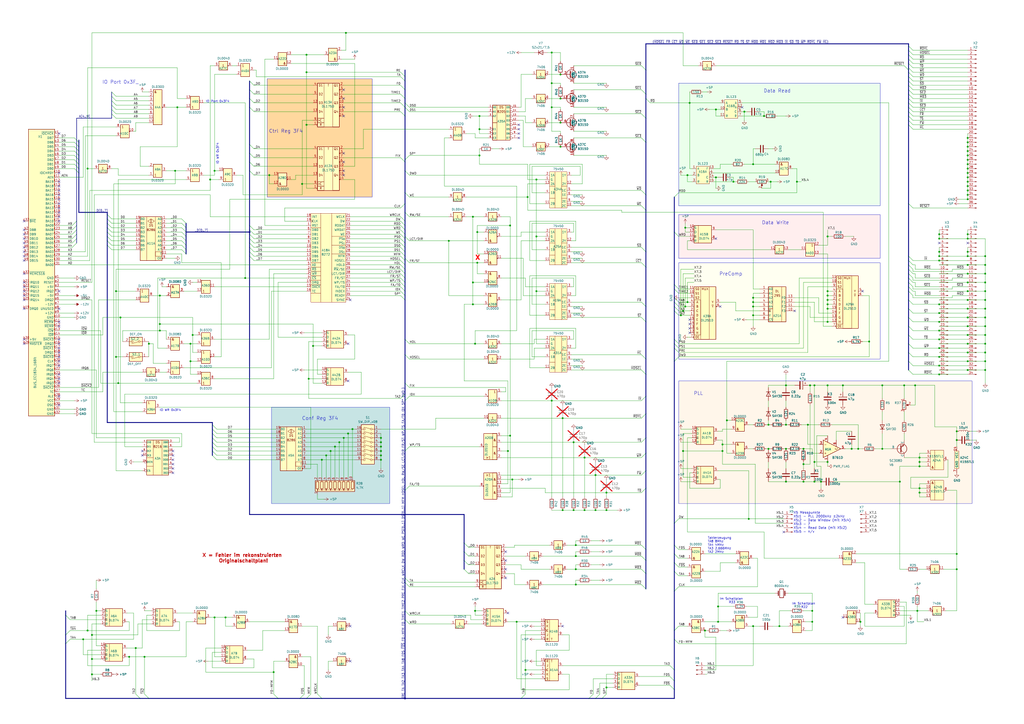
<source format=kicad_sch>
(kicad_sch (version 20250114) (generator "eeschema") (generator_version "9.0")
  (paper "A2")
  (title_block (title "EC1834 Hauptplatine 201.") (date "2022-09-12") (company "Mario Gögel 2022"))
  (lib_symbols
    (symbol "Connector:Conn_01x03_Pin" (pin_names (offset 1.016) (hide yes))
      (property "Reference" "J" (at 0 5.08 0))
      (property "Value" "Conn_01x03_Pin" (at 0 -5.08 0))
      (symbol "Conn_01x03_Pin_1_1"
        (pin passive line (at 5.08 2.54 180) (length 3.81) (name "Pin_1") (number "1"))
        (pin passive line (at 5.08 0 180) (length 3.81) (name "Pin_2") (number "2"))
        (pin passive line (at 5.08 -2.54 180) (length 3.81) (name "Pin_3") (number "3"))
      )
    )
    (symbol "Connector:Conn_01x05_Pin" (pin_names (offset 1.016) (hide yes))
      (property "Reference" "J" (at 0 7.62 0))
      (property "Value" "Conn_01x05_Pin" (at 0 -7.62 0))
      (symbol "Conn_01x05_Pin_1_1"
        (pin passive line (at 5.08 5.08 180) (length 3.81) (name "Pin_1") (number "1"))
        (pin passive line (at 5.08 2.54 180) (length 3.81) (name "Pin_2") (number "2"))
        (pin passive line (at 5.08 0 180) (length 3.81) (name "Pin_3") (number "3"))
        (pin passive line (at 5.08 -2.54 180) (length 3.81) (name "Pin_4") (number "4"))
        (pin passive line (at 5.08 -5.08 180) (length 3.81) (name "Pin_5") (number "5"))
      )
    )
    (symbol "Connector:Conn_01x34_Pin" (pin_names (offset 1.016) (hide yes))
      (property "Reference" "J" (at 0 43.18 0))
      (property "Value" "Conn_01x34_Pin" (at 0 -45.72 0))
      (symbol "Conn_01x34_Pin_1_1"
        (pin passive line (at 5.08 40.64 180) (length 3.81) (name "Pin_1") (number "1"))
        (pin passive line (at 5.08 38.1 180) (length 3.81) (name "Pin_2") (number "2"))
        (pin passive line (at 5.08 35.56 180) (length 3.81) (name "Pin_3") (number "3"))
        (pin passive line (at 5.08 33.02 180) (length 3.81) (name "Pin_4") (number "4"))
        (pin passive line (at 5.08 30.48 180) (length 3.81) (name "Pin_5") (number "5"))
        (pin passive line (at 5.08 27.94 180) (length 3.81) (name "Pin_6") (number "6"))
        (pin passive line (at 5.08 25.4 180) (length 3.81) (name "Pin_7") (number "7"))
        (pin passive line (at 5.08 22.86 180) (length 3.81) (name "Pin_8") (number "8"))
        (pin passive line (at 5.08 20.32 180) (length 3.81) (name "Pin_9") (number "9"))
        (pin passive line (at 5.08 17.78 180) (length 3.81) (name "Pin_10") (number "10"))
        (pin passive line (at 5.08 15.24 180) (length 3.81) (name "Pin_11") (number "11"))
        (pin passive line (at 5.08 12.7 180) (length 3.81) (name "Pin_12") (number "12"))
        (pin passive line (at 5.08 10.16 180) (length 3.81) (name "Pin_13") (number "13"))
        (pin passive line (at 5.08 7.62 180) (length 3.81) (name "Pin_14") (number "14"))
        (pin passive line (at 5.08 5.08 180) (length 3.81) (name "Pin_15") (number "15"))
        (pin passive line (at 5.08 2.54 180) (length 3.81) (name "Pin_16") (number "16"))
        (pin passive line (at 5.08 0 180) (length 3.81) (name "Pin_17") (number "17"))
        (pin passive line (at 5.08 -2.54 180) (length 3.81) (name "Pin_18") (number "18"))
        (pin passive line (at 5.08 -5.08 180) (length 3.81) (name "Pin_19") (number "19"))
        (pin passive line (at 5.08 -7.62 180) (length 3.81) (name "Pin_20") (number "20"))
        (pin passive line (at 5.08 -10.16 180) (length 3.81) (name "Pin_21") (number "21"))
        (pin passive line (at 5.08 -12.7 180) (length 3.81) (name "Pin_22") (number "22"))
        (pin passive line (at 5.08 -15.24 180) (length 3.81) (name "Pin_23") (number "23"))
        (pin passive line (at 5.08 -17.78 180) (length 3.81) (name "Pin_24") (number "24"))
        (pin passive line (at 5.08 -20.32 180) (length 3.81) (name "Pin_25") (number "25"))
        (pin passive line (at 5.08 -22.86 180) (length 3.81) (name "Pin_26") (number "26"))
        (pin passive line (at 5.08 -25.4 180) (length 3.81) (name "Pin_27") (number "27"))
        (pin passive line (at 5.08 -27.94 180) (length 3.81) (name "Pin_28") (number "28"))
        (pin passive line (at 5.08 -30.48 180) (length 3.81) (name "Pin_29") (number "29"))
        (pin passive line (at 5.08 -33.02 180) (length 3.81) (name "Pin_30") (number "30"))
        (pin passive line (at 5.08 -35.56 180) (length 3.81) (name "Pin_31") (number "31"))
        (pin passive line (at 5.08 -38.1 180) (length 3.81) (name "Pin_32") (number "32"))
        (pin passive line (at 5.08 -40.64 180) (length 3.81) (name "Pin_33") (number "33"))
        (pin passive line (at 5.08 -43.18 180) (length 3.81) (name "Pin_34") (number "34"))
      )
    )
    (symbol "Connector:Conn_01x37_Pin" (pin_names (offset 1.016) (hide yes))
      (property "Reference" "J" (at 0 48.26 0))
      (property "Value" "Conn_01x37_Pin" (at 0 -48.26 0))
      (symbol "Conn_01x37_Pin_1_1"
        (pin passive line (at 5.08 45.72 180) (length 3.81) (name "Pin_1") (number "1"))
        (pin passive line (at 5.08 43.18 180) (length 3.81) (name "Pin_2") (number "2"))
        (pin passive line (at 5.08 40.64 180) (length 3.81) (name "Pin_3") (number "3"))
        (pin passive line (at 5.08 38.1 180) (length 3.81) (name "Pin_4") (number "4"))
        (pin passive line (at 5.08 35.56 180) (length 3.81) (name "Pin_5") (number "5"))
        (pin passive line (at 5.08 33.02 180) (length 3.81) (name "Pin_6") (number "6"))
        (pin passive line (at 5.08 30.48 180) (length 3.81) (name "Pin_7") (number "7"))
        (pin passive line (at 5.08 27.94 180) (length 3.81) (name "Pin_8") (number "8"))
        (pin passive line (at 5.08 25.4 180) (length 3.81) (name "Pin_9") (number "9"))
        (pin passive line (at 5.08 22.86 180) (length 3.81) (name "Pin_10") (number "10"))
        (pin passive line (at 5.08 20.32 180) (length 3.81) (name "Pin_11") (number "11"))
        (pin passive line (at 5.08 17.78 180) (length 3.81) (name "Pin_12") (number "12"))
        (pin passive line (at 5.08 15.24 180) (length 3.81) (name "Pin_13") (number "13"))
        (pin passive line (at 5.08 12.7 180) (length 3.81) (name "Pin_14") (number "14"))
        (pin passive line (at 5.08 10.16 180) (length 3.81) (name "Pin_15") (number "15"))
        (pin passive line (at 5.08 7.62 180) (length 3.81) (name "Pin_16") (number "16"))
        (pin passive line (at 5.08 5.08 180) (length 3.81) (name "Pin_17") (number "17"))
        (pin passive line (at 5.08 2.54 180) (length 3.81) (name "Pin_18") (number "18"))
        (pin passive line (at 5.08 0 180) (length 3.81) (name "Pin_19") (number "19"))
        (pin passive line (at 5.08 -2.54 180) (length 3.81) (name "Pin_20") (number "20"))
        (pin passive line (at 5.08 -5.08 180) (length 3.81) (name "Pin_21") (number "21"))
        (pin passive line (at 5.08 -7.62 180) (length 3.81) (name "Pin_22") (number "22"))
        (pin passive line (at 5.08 -10.16 180) (length 3.81) (name "Pin_23") (number "23"))
        (pin passive line (at 5.08 -12.7 180) (length 3.81) (name "Pin_24") (number "24"))
        (pin passive line (at 5.08 -15.24 180) (length 3.81) (name "Pin_25") (number "25"))
        (pin passive line (at 5.08 -17.78 180) (length 3.81) (name "Pin_26") (number "26"))
        (pin passive line (at 5.08 -20.32 180) (length 3.81) (name "Pin_27") (number "27"))
        (pin passive line (at 5.08 -22.86 180) (length 3.81) (name "Pin_28") (number "28"))
        (pin passive line (at 5.08 -25.4 180) (length 3.81) (name "Pin_29") (number "29"))
        (pin passive line (at 5.08 -27.94 180) (length 3.81) (name "Pin_30") (number "30"))
        (pin passive line (at 5.08 -30.48 180) (length 3.81) (name "Pin_31") (number "31"))
        (pin passive line (at 5.08 -33.02 180) (length 3.81) (name "Pin_32") (number "32"))
        (pin passive line (at 5.08 -35.56 180) (length 3.81) (name "Pin_33") (number "33"))
        (pin passive line (at 5.08 -38.1 180) (length 3.81) (name "Pin_34") (number "34"))
        (pin passive line (at 5.08 -40.64 180) (length 3.81) (name "Pin_35") (number "35"))
        (pin passive line (at 5.08 -43.18 180) (length 3.81) (name "Pin_36") (number "36"))
        (pin passive line (at 5.08 -45.72 180) (length 3.81) (name "Pin_37") (number "37"))
      )
    )
    (symbol "Device:C" (pin_numbers (hide yes)) (pin_names (offset 0.254))
      (property "Reference" "C" (at 0.635 2.54 0))
      (property "Value" "C" (at 0.635 -2.54 0))
      (symbol "C_1_1"
        (pin passive line (at 0 3.81 270) (length 2.794) (name "~") (number "1"))
        (pin passive line (at 0 -3.81 90) (length 2.794) (name "~") (number "2"))
      )
    )
    (symbol "Device:C_Polarized" (pin_numbers (hide yes)) (pin_names (offset 0.254))
      (property "Reference" "C" (at 0.635 2.54 0))
      (property "Value" "C_Polarized" (at 0.635 -2.54 0))
      (symbol "C_Polarized_1_1"
        (pin passive line (at 0 3.81 270) (length 2.794) (name "~") (number "1"))
        (pin passive line (at 0 -3.81 90) (length 2.794) (name "~") (number "2"))
      )
    )
    (symbol "Device:Crystal" (pin_numbers (hide yes)) (pin_names (offset 1.016) (hide yes))
      (property "Reference" "Y" (at 0 3.81 0))
      (property "Value" "Crystal" (at 0 -3.81 0))
      (symbol "Crystal_1_1"
        (pin passive line (at -3.81 0 0) (length 1.27) (name "1") (number "1"))
        (pin passive line (at 3.81 0 180) (length 1.27) (name "2") (number "2"))
      )
    )
    (symbol "Device:D" (pin_numbers (hide yes)) (pin_names (offset 1.016) (hide yes))
      (property "Reference" "D" (at 0 2.54 0))
      (property "Value" "D" (at 0 -2.54 0))
      (symbol "D_1_1"
        (pin passive line (at -3.81 0 0) (length 2.54) (name "K") (number "1"))
        (pin passive line (at 3.81 0 180) (length 2.54) (name "A") (number "2"))
      )
    )
    (symbol "Device:L" (pin_numbers (hide yes)) (pin_names (offset 1.016) (hide yes))
      (property "Reference" "L" (at -1.27 0 90))
      (property "Value" "L" (at 1.905 0 90))
      (symbol "L_1_1"
        (pin passive line (at 0 3.81 270) (length 1.27) (name "1") (number "1"))
        (pin passive line (at 0 -3.81 90) (length 1.27) (name "2") (number "2"))
      )
    )
    (symbol "Device:R" (pin_numbers (hide yes)) (pin_names (offset 0))
      (property "Reference" "R" (at 2.032 0 90))
      (property "Value" "R" (at 0 0 90))
      (symbol "R_1_1"
        (pin passive line (at 0 3.81 270) (length 1.27) (name "~") (number "1"))
        (pin passive line (at 0 -3.81 90) (length 1.27) (name "~") (number "2"))
      )
    )
    (symbol "Device:R_Network09" (pin_names (offset 0) (hide yes))
      (property "Reference" "RN" (at -12.7 0 90))
      (property "Value" "R_Network09" (at 12.7 0 90))
      (symbol "R_Network09_1_1"
        (pin passive line (at -10.16 5.08 270) (length 2.54) (name "common") (number "1"))
        (pin passive line (at -10.16 -5.08 90) (length 1.27) (name "R1") (number "2"))
        (pin passive line (at -7.62 -5.08 90) (length 1.27) (name "R2") (number "3"))
        (pin passive line (at -5.08 -5.08 90) (length 1.27) (name "R3") (number "4"))
        (pin passive line (at -2.54 -5.08 90) (length 1.27) (name "R4") (number "5"))
        (pin passive line (at 0 -5.08 90) (length 1.27) (name "R5") (number "6"))
        (pin passive line (at 2.54 -5.08 90) (length 1.27) (name "R6") (number "7"))
        (pin passive line (at 5.08 -5.08 90) (length 1.27) (name "R7") (number "8"))
        (pin passive line (at 7.62 -5.08 90) (length 1.27) (name "R8") (number "9"))
        (pin passive line (at 10.16 -5.08 90) (length 1.27) (name "R9") (number "10"))
      )
    )
    (symbol "Device:R_Potentiometer" (pin_names (offset 1.016) (hide yes))
      (property "Reference" "RV" (at -4.445 0 90))
      (property "Value" "R_Potentiometer" (at -2.54 0 90))
      (symbol "R_Potentiometer_1_1"
        (pin passive line (at 0 3.81 270) (length 1.27) (name "1") (number "1"))
        (pin passive line (at 0 -3.81 90) (length 1.27) (name "3") (number "3"))
        (pin passive line (at 3.81 0 180) (length 1.27) (name "2") (number "2"))
      )
    )
    (symbol "RFT_Analogschaltkreise:B315D"
      (property "Reference" "U" (at 0 12.7 0))
      (property "Value" "B315D" (at 0 -12.7 0))
      (symbol "B315D_1_1"
        (pin input line (at -5.08 0 0) (length 5.715) (name "BT1") (number "2"))
        (pin passive line (at 2.54 5.08 270) (length 2.54) (name "CT1") (number "1"))
        (pin passive line (at 2.54 -5.08 90) (length 2.54) (name "ET1") (number "3"))
      )
      (symbol "B315D_2_1"
        (pin input line (at -5.08 0 0) (length 5.715) (name "BT2") (number "6"))
        (pin passive line (at 2.54 5.08 270) (length 2.54) (name "CT2") (number "7"))
        (pin passive line (at 2.54 -5.08 90) (length 2.54) (name "ET2") (number "5"))
      )
      (symbol "B315D_3_1"
        (pin input line (at -5.08 0 0) (length 5.715) (name "BT3") (number "9"))
        (pin passive line (at 2.54 5.08 270) (length 2.54) (name "CT3") (number "8"))
        (pin passive line (at 2.54 -5.08 90) (length 2.54) (name "ET3") (number "10"))
      )
      (symbol "B315D_4_1"
        (pin input line (at -5.08 0 0) (length 5.715) (name "BT4") (number "13"))
        (pin passive line (at 2.54 5.08 270) (length 2.54) (name "CT4") (number "14"))
        (pin passive line (at 2.54 -5.08 90) (length 2.54) (name "ET4") (number "12"))
      )
      (symbol "B315D_5_1"
        (pin passive line (at -7.62 0 0) (length 2.54) (name "Substrat") (number "4"))
        (pin no_connect line (at 7.62 0 180) (length 2.54) (hide yes) (name "~") (number "11"))
      )
    )
    (symbol "RFT_Analogschaltkreise:B761D" (pin_names (hide yes))
      (property "Reference" "U" (at 0 17.78 0))
      (property "Value" "B761D" (at 0 -17.78 0))
      (symbol "B761D_0_0"
        (text "-" (at -3.81 2.54 0) (effects (font (size 1.27 1.27))))
        (text "+" (at -3.81 -2.54 0) (effects (font (size 1.27 1.27))))
        (text "C" (at 2.54 0 900) (effects (font (size 1.27 1.27))))
      )
      (symbol "B761D_1_1"
        (pin input line (at -7.62 2.54 0) (length 2.54) (name "-") (number "3"))
        (pin input line (at -7.62 -2.54 0) (length 2.54) (name "+") (number "2"))
        (pin passive line (at 2.54 5.08 270) (length 3.81) (name "C") (number "6"))
        (pin output line (at 7.62 0 180) (length 2.54) (name "~") (number "5"))
      )
      (symbol "B761D_2_1"
        (pin power_in line (at -2.54 7.62 270) (length 3.81) (name "+") (number "1"))
        (pin power_in line (at -2.54 -7.62 90) (length 3.81) (name "-") (number "4"))
      )
    )
    (symbol "RFT_Digitalschaltkreise:DL000D" (pin_names (offset 1.016) (hide yes))
      (property "Reference" "U" (at 0 5.08 0))
      (property "Value" "DL000D" (at 0 -5.08 0))
      (symbol "DL000D_1_0"
        (pin output line (at 5.08 0 180) (length 2.54) (name "Y1") (number "3"))
      )
      (symbol "DL000D_1_1"
        (text "&" (at -1.27 2.54 0) (effects (font (size 1.27 1.27))))
        (pin input line (at -5.08 2.54 0) (length 2.54) (name "A1") (number "1"))
        (pin input line (at -5.08 -2.54 0) (length 2.54) (name "B1") (number "2"))
      )
      (symbol "DL000D_2_0"
        (pin input line (at -5.08 2.54 0) (length 2.54) (name "A2") (number "4"))
        (pin input line (at -5.08 -2.54 0) (length 2.54) (name "B2") (number "5"))
        (pin output line (at 5.08 0 180) (length 2.54) (name "Y2") (number "6"))
      )
      (symbol "DL000D_2_1"
        (text "&" (at -1.27 2.54 0) (effects (font (size 1.27 1.27))))
      )
      (symbol "DL000D_3_0"
        (pin output line (at 5.08 0 180) (length 2.54) (name "Y3") (number "8"))
      )
      (symbol "DL000D_3_1"
        (text "&" (at -1.27 2.54 0) (effects (font (size 1.27 1.27))))
        (pin input line (at -5.08 2.54 0) (length 2.54) (name "A3") (number "9"))
        (pin input line (at -5.08 -2.54 0) (length 2.54) (name "B3") (number "10"))
      )
      (symbol "DL000D_4_0"
        (pin output line (at 5.08 0 180) (length 2.54) (name "Y4") (number "11"))
      )
      (symbol "DL000D_4_1"
        (text "&" (at -1.27 2.54 0) (effects (font (size 1.27 1.27))))
        (pin input line (at -5.08 2.54 0) (length 2.54) (name "A4") (number "12"))
        (pin input line (at -5.08 -2.54 0) (length 2.54) (name "B4") (number "13"))
      )
      (symbol "DL000D_5_1"
        (pin power_in line (at 0 5.08 270) (length 2.54) (name "Vcc") (number "14"))
        (pin power_in line (at 0 -5.08 90) (length 2.54) (name "GND") (number "7"))
      )
    )
    (symbol "RFT_Digitalschaltkreise:DL002D" (pin_names (offset 1.016) (hide yes))
      (property "Reference" "U" (at 0 5.08 0))
      (property "Value" "DL002D" (at 0 -5.08 0))
      (symbol "DL002D_1_0"
        (pin output line (at 5.08 0 180) (length 2.54) (name "Y1") (number "1"))
      )
      (symbol "DL002D_1_1"
        (text "1" (at -1.27 2.54 0) (effects (font (size 1.27 1.27))))
        (pin input line (at -5.08 2.54 0) (length 2.54) (name "A1") (number "2"))
        (pin input line (at -5.08 -2.54 0) (length 2.54) (name "B1") (number "3"))
      )
      (symbol "DL002D_2_0"
        (pin input line (at -5.08 2.54 0) (length 2.54) (name "A2") (number "5"))
        (pin input line (at -5.08 -2.54 0) (length 2.54) (name "B2") (number "6"))
        (pin output line (at 5.08 0 180) (length 2.54) (name "Y2") (number "4"))
      )
      (symbol "DL002D_2_1"
        (text "1" (at -1.27 2.54 0) (effects (font (size 1.27 1.27))))
      )
      (symbol "DL002D_3_0"
        (pin output line (at 5.08 0 180) (length 2.54) (name "Y3") (number "10"))
      )
      (symbol "DL002D_3_1"
        (text "1" (at -1.27 2.54 0) (effects (font (size 1.27 1.27))))
        (pin input line (at -5.08 2.54 0) (length 2.54) (name "A3") (number "8"))
        (pin input line (at -5.08 -2.54 0) (length 2.54) (name "B3") (number "9"))
      )
      (symbol "DL002D_4_0"
        (pin output line (at 5.08 0 180) (length 2.54) (name "Y4") (number "13"))
      )
      (symbol "DL002D_4_1"
        (text "1" (at -1.27 2.54 0) (effects (font (size 1.27 1.27))))
        (pin input line (at -5.08 2.54 0) (length 2.54) (name "A4") (number "11"))
        (pin input line (at -5.08 -2.54 0) (length 2.54) (name "B4") (number "12"))
      )
      (symbol "DL002D_5_1"
        (pin power_in line (at 0 5.08 270) (length 2.54) (name "Vcc") (number "14"))
        (pin power_in line (at 0 -5.08 90) (length 2.54) (name "GND") (number "7"))
      )
    )
    (symbol "RFT_Digitalschaltkreise:DL004D" (pin_names (offset 1.016) (hide yes))
      (property "Reference" "U" (at 0 3.81 0))
      (property "Value" "DL004D" (at 0 -3.81 0))
      (symbol "DL004D_1_0"
        (pin output line (at 5.08 0 180) (length 2.54) (name "Y1") (number "2"))
      )
      (symbol "DL004D_1_1"
        (text "1" (at 0 0 0) (effects (font (size 1.27 1.27))))
        (pin input line (at -5.08 0 0) (length 2.54) (name "A1") (number "1"))
      )
      (symbol "DL004D_2_1"
        (text "1" (at 0 0 0) (effects (font (size 1.27 1.27))))
        (pin input line (at -5.08 0 0) (length 2.54) (name "A2") (number "3"))
        (pin output line (at 5.08 0 180) (length 2.54) (name "Y2") (number "4"))
      )
      (symbol "DL004D_3_1"
        (text "1" (at 0 0 0) (effects (font (size 1.27 1.27))))
        (pin input line (at -5.08 0 0) (length 2.54) (name "A3") (number "5"))
        (pin output line (at 5.08 0 180) (length 2.54) (name "Y3") (number "6"))
      )
      (symbol "DL004D_4_1"
        (text "1" (at 0 0 0) (effects (font (size 1.27 1.27))))
        (pin input line (at -5.08 0 0) (length 2.54) (name "A4") (number "9"))
        (pin output line (at 5.08 0 180) (length 2.54) (name "Y4") (number "8"))
      )
      (symbol "DL004D_5_1"
        (text "1" (at 0 0 0) (effects (font (size 1.27 1.27))))
        (pin input line (at -5.08 0 0) (length 2.54) (name "A5") (number "11"))
        (pin output line (at 5.08 0 180) (length 2.54) (name "Y5") (number "10"))
      )
      (symbol "DL004D_6_1"
        (text "1" (at 0 0 0) (effects (font (size 1.27 1.27))))
        (pin input line (at -5.08 0 0) (length 2.54) (name "A6") (number "13"))
        (pin output line (at 5.08 0 180) (length 2.54) (name "Y6") (number "12"))
      )
      (symbol "DL004D_7_1"
        (pin power_in line (at 0 5.08 270) (length 2.54) (name "Vcc") (number "14"))
        (pin power_in line (at 0 -5.08 90) (length 2.54) (name "GND") (number "7"))
      )
    )
    (symbol "RFT_Digitalschaltkreise:DL008D" (pin_names (offset 1.016) (hide yes))
      (property "Reference" "U" (at 0 5.08 0))
      (property "Value" "DL008D" (at 0 -5.08 0))
      (symbol "DL008D_1_0"
        (pin output line (at 5.08 0 180) (length 2.54) (name "Y1") (number "3"))
      )
      (symbol "DL008D_1_1"
        (text "&" (at -1.27 2.54 0) (effects (font (size 1.27 1.27))))
        (pin input line (at -5.08 2.54 0) (length 2.54) (name "A1") (number "1"))
        (pin input line (at -5.08 -2.54 0) (length 2.54) (name "B1") (number "2"))
      )
      (symbol "DL008D_2_0"
        (pin input line (at -5.08 2.54 0) (length 2.54) (name "A2") (number "4"))
        (pin input line (at -5.08 -2.54 0) (length 2.54) (name "B2") (number "5"))
        (pin output line (at 5.08 0 180) (length 2.54) (name "Y2") (number "6"))
      )
      (symbol "DL008D_2_1"
        (text "&" (at -1.27 2.54 0) (effects (font (size 1.27 1.27))))
      )
      (symbol "DL008D_3_0"
        (pin output line (at 5.08 0 180) (length 2.54) (name "Y3") (number "8"))
      )
      (symbol "DL008D_3_1"
        (text "&" (at -1.27 2.54 0) (effects (font (size 1.27 1.27))))
        (pin input line (at -5.08 2.54 0) (length 2.54) (name "A3") (number "9"))
        (pin input line (at -5.08 -2.54 0) (length 2.54) (name "B3") (number "10"))
      )
      (symbol "DL008D_4_0"
        (pin output line (at 5.08 0 180) (length 2.54) (name "Y4") (number "11"))
      )
      (symbol "DL008D_4_1"
        (text "&" (at -1.27 2.54 0) (effects (font (size 1.27 1.27))))
        (pin input line (at -5.08 2.54 0) (length 2.54) (name "A4") (number "12"))
        (pin input line (at -5.08 -2.54 0) (length 2.54) (name "B4") (number "13"))
      )
      (symbol "DL008D_5_1"
        (pin power_in line (at 0 5.08 270) (length 2.54) (name "Vcc") (number "14"))
        (pin power_in line (at 0 -5.08 90) (length 2.54) (name "GND") (number "7"))
      )
    )
    (symbol "RFT_Digitalschaltkreise:DL030D" (pin_names (offset 1.016) (hide yes))
      (property "Reference" "U" (at 0 11.43 0))
      (property "Value" "DL030D" (at 0 -11.43 0))
      (symbol "DL030D_1_0"
        (pin output line (at 5.08 0 180) (length 2.54) (name "Y") (number "8"))
      )
      (symbol "DL030D_1_1"
        (text "&" (at -1.27 8.89 0) (effects (font (size 1.27 1.27))))
        (pin input line (at -5.08 8.89 0) (length 2.54) (name "A") (number "1"))
        (pin input line (at -5.08 6.35 0) (length 2.54) (name "B") (number "2"))
        (pin input line (at -5.08 3.81 0) (length 2.54) (name "C") (number "3"))
        (pin input line (at -5.08 1.27 0) (length 2.54) (name "D") (number "4"))
        (pin input line (at -5.08 -1.27 0) (length 2.54) (name "E") (number "5"))
        (pin input line (at -5.08 -3.81 0) (length 2.54) (name "F") (number "6"))
        (pin input line (at -5.08 -6.35 0) (length 2.54) (name "G") (number "11"))
        (pin input line (at -5.08 -8.89 0) (length 2.54) (name "H") (number "12"))
        (pin no_connect line (at 5.08 7.62 180) (length 2.54) (hide yes) (name "n.c.") (number "13"))
        (pin no_connect line (at 5.08 5.08 180) (length 2.54) (hide yes) (name "n.c.") (number "10"))
        (pin no_connect line (at 5.08 2.54 180) (length 2.54) (hide yes) (name "n.c.") (number "9"))
      )
      (symbol "DL030D_2_1"
        (pin power_in line (at 0 5.08 270) (length 2.54) (name "Vcc") (number "14"))
        (pin power_in line (at 0 -5.08 90) (length 2.54) (name "GND") (number "7"))
      )
    )
    (symbol "RFT_Digitalschaltkreise:DL032D" (pin_names (offset 1.016) (hide yes))
      (property "Reference" "U" (at 0 5.08 0))
      (property "Value" "DL032D" (at 0 -5.08 0))
      (symbol "DL032D_1_0"
        (pin output line (at 5.08 0 180) (length 2.54) (name "Y1") (number "3"))
      )
      (symbol "DL032D_1_1"
        (text "1" (at -1.27 2.54 0) (effects (font (size 1.27 1.27))))
        (pin input line (at -5.08 2.54 0) (length 2.54) (name "A1") (number "1"))
        (pin input line (at -5.08 -2.54 0) (length 2.54) (name "B1") (number "2"))
      )
      (symbol "DL032D_2_0"
        (pin input line (at -5.08 2.54 0) (length 2.54) (name "A2") (number "4"))
        (pin input line (at -5.08 -2.54 0) (length 2.54) (name "B2") (number "5"))
        (pin output line (at 5.08 0 180) (length 2.54) (name "Y2") (number "6"))
      )
      (symbol "DL032D_2_1"
        (text "1" (at -1.27 2.54 0) (effects (font (size 1.27 1.27))))
      )
      (symbol "DL032D_3_0"
        (pin output line (at 5.08 0 180) (length 2.54) (name "Y3") (number "8"))
      )
      (symbol "DL032D_3_1"
        (text "1" (at -1.27 2.54 0) (effects (font (size 1.27 1.27))))
        (pin input line (at -5.08 2.54 0) (length 2.54) (name "A3") (number "9"))
        (pin input line (at -5.08 -2.54 0) (length 2.54) (name "B3") (number "10"))
      )
      (symbol "DL032D_4_0"
        (pin output line (at 5.08 0 180) (length 2.54) (name "Y4") (number "11"))
      )
      (symbol "DL032D_4_1"
        (text "1" (at -1.27 2.54 0) (effects (font (size 1.27 1.27))))
        (pin input line (at -5.08 2.54 0) (length 2.54) (name "A4") (number "12"))
        (pin input line (at -5.08 -2.54 0) (length 2.54) (name "B4") (number "13"))
      )
      (symbol "DL032D_5_1"
        (pin power_in line (at 0 5.08 270) (length 2.54) (name "Vcc") (number "14"))
        (pin power_in line (at 0 -5.08 90) (length 2.54) (name "GND") (number "7"))
      )
    )
    (symbol "RFT_Digitalschaltkreise:DL051D" (pin_names (offset 1.016) (hide yes))
      (property "Reference" "U" (at 0 8.89 0))
      (property "Value" "DL051D" (at 0 -8.89 0))
      (symbol "DL051D_1_0"
        (pin output line (at 6.35 0 180) (length 2.54) (name "1Y") (number "8"))
      )
      (symbol "DL051D_1_1"
        (text "&" (at -2.54 3.81 0) (effects (font (size 1.27 1.27))))
        (text "&" (at -2.54 -3.81 0) (effects (font (size 1.27 1.27))))
        (text "≥1" (at 1.27 6.35 0) (effects (font (size 1.27 1.27))))
        (pin input line (at -6.35 6.35 0) (length 2.54) (name "1A") (number "1"))
        (pin input line (at -6.35 3.81 0) (length 2.54) (name "1B") (number "12"))
        (pin input line (at -6.35 1.27 0) (length 2.54) (name "1C") (number "13"))
        (pin input line (at -6.35 -1.27 0) (length 2.54) (name "1D") (number "9"))
        (pin input line (at -6.35 -3.81 0) (length 2.54) (name "1E") (number "10"))
        (pin input line (at -6.35 -6.35 0) (length 2.54) (name "1F") (number "11"))
      )
      (symbol "DL051D_2_1"
        (text "&" (at -2.54 3.81 0) (effects (font (size 1.27 1.27))))
        (text "&" (at -2.54 -3.81 0) (effects (font (size 1.27 1.27))))
        (text "≥1" (at 1.27 6.35 0) (effects (font (size 1.27 1.27))))
        (pin input line (at -6.35 6.35 0) (length 2.54) (name "2A") (number "2"))
        (pin input line (at -6.35 2.54 0) (length 2.54) (name "2B") (number "3"))
        (pin input line (at -6.35 -2.54 0) (length 2.54) (name "2D") (number "4"))
        (pin input line (at -6.35 -6.35 0) (length 2.54) (name "2E") (number "5"))
        (pin output line (at 6.35 0 180) (length 2.54) (name "2Y") (number "6"))
      )
      (symbol "DL051D_3_1"
        (pin power_in line (at 0 5.08 270) (length 2.54) (name "Vcc") (number "14"))
        (pin power_in line (at 0 -5.08 90) (length 2.54) (name "GND") (number "7"))
      )
    )
    (symbol "RFT_Digitalschaltkreise:DL112D" (pin_names (offset 1.016) (hide yes))
      (property "Reference" "U" (at 0 7.62 0))
      (property "Value" "DL112D" (at 0 -7.62 0))
      (symbol "DL112D_1_1"
        (text "R" (at -2.54 5.08 0) (effects (font (size 1.27 1.27))))
        (text "J" (at -2.54 2.54 0) (effects (font (size 1.27 1.27))))
        (text "C" (at -2.54 0 0) (effects (font (size 1.27 1.27))))
        (text "K" (at -2.54 -2.54 0) (effects (font (size 1.27 1.27))))
        (text "S" (at -2.54 -5.08 0) (effects (font (size 1.27 1.27))))
        (text "T" (at 0 5.08 0) (effects (font (size 1.27 1.27))))
        (pin input line (at -6.35 5.08 0) (length 2.54) (name "R1") (number "15"))
        (pin input line (at -6.35 2.54 0) (length 2.54) (name "J1") (number "3"))
        (pin input clock (at -6.35 0 0) (length 2.54) (name "C1") (number "1"))
        (pin input line (at -6.35 -2.54 0) (length 2.54) (name "K1") (number "2"))
        (pin input line (at -6.35 -5.08 0) (length 2.54) (name "S1") (number "4"))
        (pin output line (at 6.35 2.54 180) (length 2.54) (name "Q1") (number "5"))
        (pin output line (at 6.35 -2.54 180) (length 2.54) (name "/Q1") (number "6"))
      )
      (symbol "DL112D_2_1"
        (text "R" (at -2.54 5.08 0) (effects (font (size 1.27 1.27))))
        (text "J" (at -2.54 2.54 0) (effects (font (size 1.27 1.27))))
        (text "C" (at -2.54 0 0) (effects (font (size 1.27 1.27))))
        (text "K" (at -2.54 -2.54 0) (effects (font (size 1.27 1.27))))
        (text "S" (at -2.54 -5.08 0) (effects (font (size 1.27 1.27))))
        (text "T" (at 0 5.08 0) (effects (font (size 1.27 1.27))))
        (pin input line (at -6.35 5.08 0) (length 2.54) (name "R2") (number "14"))
        (pin input line (at -6.35 2.54 0) (length 2.54) (name "J2") (number "11"))
        (pin input clock (at -6.35 0 0) (length 2.54) (name "C2") (number "13"))
        (pin input line (at -6.35 -2.54 0) (length 2.54) (name "K2") (number "12"))
        (pin input line (at -6.35 -5.08 0) (length 2.54) (name "S2") (number "10"))
        (pin output line (at 6.35 2.54 180) (length 2.54) (name "Q2") (number "9"))
        (pin output line (at 6.35 -2.54 180) (length 2.54) (name "/Q2") (number "7"))
      )
      (symbol "DL112D_3_1"
        (pin power_in line (at 0 5.08 270) (length 2.54) (name "Vcc") (number "16"))
        (pin power_in line (at 0 -5.08 90) (length 2.54) (name "GND") (number "8"))
      )
    )
    (symbol "RFT_Digitalschaltkreise:DL175D" (pin_names (offset 1.016) (hide yes))
      (property "Reference" "U" (at 0 13.97 0))
      (property "Value" "DL175D" (at 0 -13.97 0))
      (symbol "DL175D_1_0"
        (text "D1" (at -4.445 11.43 0) (effects (font (size 1.27 1.27))))
        (text "D2" (at -4.445 6.35 0) (effects (font (size 1.27 1.27))))
        (text "D3" (at -4.445 1.27 0) (effects (font (size 1.27 1.27))))
        (text "D4" (at -4.445 -3.81 0) (effects (font (size 1.27 1.27))))
        (text "C" (at -4.445 -8.89 0) (effects (font (size 1.27 1.27))))
        (text "R" (at -4.445 -11.43 0) (effects (font (size 1.27 1.27))))
        (text "T" (at 0 11.43 0) (effects (font (size 1.27 1.27))))
        (text "Q1" (at 4.445 11.43 0) (effects (font (size 1.27 1.27))))
        (text "Q2" (at 4.445 6.35 0) (effects (font (size 1.27 1.27))))
        (text "Q3" (at 4.445 1.27 0) (effects (font (size 1.27 1.27))))
        (text "Q4" (at 4.445 -3.81 0) (effects (font (size 1.27 1.27))))
      )
      (symbol "DL175D_1_1"
        (pin input line (at -8.89 11.43 0) (length 2.54) (name "D1") (number "4"))
        (pin input line (at -8.89 6.35 0) (length 2.54) (name "D2") (number "5"))
        (pin input line (at -8.89 1.27 0) (length 2.54) (name "D3") (number "12"))
        (pin input line (at -8.89 -3.81 0) (length 2.54) (name "D4") (number "13"))
        (pin input clock (at -8.89 -8.89 0) (length 2.54) (name "C") (number "9"))
        (pin input line (at -8.89 -11.43 0) (length 2.54) (name "R") (number "1"))
        (pin output line (at 8.89 11.43 180) (length 2.54) (name "Q1") (number "2"))
        (pin output line (at 8.89 8.89 180) (length 2.54) (name "~{Q1}") (number "3"))
        (pin output line (at 8.89 6.35 180) (length 2.54) (name "Q2") (number "7"))
        (pin output line (at 8.89 3.81 180) (length 2.54) (name "~{Q2}") (number "6"))
        (pin output line (at 8.89 1.27 180) (length 2.54) (name "Q3") (number "10"))
        (pin output line (at 8.89 -1.27 180) (length 2.54) (name "~{Q3}") (number "11"))
        (pin output line (at 8.89 -3.81 180) (length 2.54) (name "Q4") (number "15"))
        (pin output line (at 8.89 -6.35 180) (length 2.54) (name "~{Q4}") (number "14"))
      )
      (symbol "DL175D_2_1"
        (pin power_in line (at 0 5.08 270) (length 2.54) (name "Vcc") (number "16"))
        (pin power_in line (at 0 -5.08 90) (length 2.54) (name "GND") (number "8"))
      )
    )
    (symbol "RFT_Digitalschaltkreise:DL251D" (pin_names (offset 1.016) (hide yes))
      (property "Reference" "U" (at 0 16.51 0))
      (property "Value" "DL251D" (at 0 -16.51 0))
      (symbol "DL251D_1_1"
        (text "S0" (at -4.445 13.97 0) (effects (font (size 1.27 1.27))))
        (text "S1" (at -4.445 11.43 0) (effects (font (size 1.27 1.27))))
        (text "S2" (at -4.445 8.89 0) (effects (font (size 1.27 1.27))))
        (text "A" (at -4.445 6.35 0) (effects (font (size 1.27 1.27))))
        (text "B" (at -4.445 3.81 0) (effects (font (size 1.27 1.27))))
        (text "C" (at -4.445 1.27 0) (effects (font (size 1.27 1.27))))
        (text "D" (at -4.445 -1.27 0) (effects (font (size 1.27 1.27))))
        (text "E" (at -4.445 -3.81 0) (effects (font (size 1.27 1.27))))
        (text "F" (at -4.445 -6.35 0) (effects (font (size 1.27 1.27))))
        (text "G" (at -4.445 -8.89 0) (effects (font (size 1.27 1.27))))
        (text "H" (at -4.445 -11.43 0) (effects (font (size 1.27 1.27))))
        (text "OE" (at -4.445 -13.97 0) (effects (font (size 1.27 1.27))))
        (text "MUX" (at 0 13.97 0) (effects (font (size 1.27 1.27))))
        (text "Y" (at 4.445 6.35 0) (effects (font (size 1.27 1.27))))
        (text "~{Y}" (at 4.445 3.81 0) (effects (font (size 1.27 1.27))))
        (pin input line (at -8.89 13.97 0) (length 2.54) (name "S0") (number "11"))
        (pin input line (at -8.89 11.43 0) (length 2.54) (name "S1") (number "10"))
        (pin input line (at -8.89 8.89 0) (length 2.54) (name "S2") (number "9"))
        (pin input line (at -8.89 6.35 0) (length 2.54) (name "A") (number "4"))
        (pin input line (at -8.89 3.81 0) (length 2.54) (name "B") (number "3"))
        (pin input line (at -8.89 1.27 0) (length 2.54) (name "C") (number "2"))
        (pin input line (at -8.89 -1.27 0) (length 2.54) (name "D") (number "1"))
        (pin input line (at -8.89 -3.81 0) (length 2.54) (name "E") (number "15"))
        (pin input line (at -8.89 -6.35 0) (length 2.54) (name "F") (number "14"))
        (pin input line (at -8.89 -8.89 0) (length 2.54) (name "G") (number "13"))
        (pin input line (at -8.89 -11.43 0) (length 2.54) (name "H") (number "12"))
        (pin input line (at -8.89 -13.97 0) (length 2.54) (name "~{OE}") (number "7"))
        (pin tri_state line (at 8.89 6.35 180) (length 2.54) (name "Y") (number "5"))
        (pin tri_state line (at 8.89 3.81 180) (length 2.54) (name "~{Y}") (number "6"))
      )
      (symbol "DL251D_2_1"
        (pin power_in line (at 0 5.08 270) (length 2.54) (name "Vcc") (number "16"))
        (pin power_in line (at 0 -5.08 90) (length 2.54) (name "GND") (number "8"))
      )
    )
    (symbol "Simulation_SPICE:PNP" (pin_numbers (hide yes)) (pin_names (offset 0))
      (property "Reference" "Q" (at -2.54 7.62 0))
      (property "Value" "PNP" (at -2.54 5.08 0))
      (symbol "PNP_1_1"
        (pin input line (at -5.08 0 0) (length 2.54) (name "B") (number "2"))
        (pin open_collector line (at 2.54 5.08 270) (length 2.54) (name "C") (number "1"))
        (pin open_emitter line (at 2.54 -5.08 90) (length 2.54) (name "E") (number "3"))
      )
    )
    (symbol "Switch:SW_DIP_x01" (pin_names (offset 0) (hide yes))
      (property "Reference" "SW" (at 0 3.81 0))
      (property "Value" "SW_DIP_x01" (at 0 -3.81 0))
      (symbol "SW_DIP_x01_1_1"
        (pin passive line (at -7.62 0 0) (length 5.08) (name "~") (number "1"))
        (pin passive line (at 7.62 0 180) (length 5.08) (name "~") (number "2"))
      )
    )
    (symbol "Switch:SW_DIP_x08" (pin_names (offset 0) (hide yes))
      (property "Reference" "SW" (at 0 13.97 0))
      (property "Value" "SW_DIP_x08" (at 0 -11.43 0))
      (symbol "SW_DIP_x08_1_1"
        (pin passive line (at -7.62 10.16 0) (length 5.08) (name "~") (number "1"))
        (pin passive line (at -7.62 7.62 0) (length 5.08) (name "~") (number "2"))
        (pin passive line (at -7.62 5.08 0) (length 5.08) (name "~") (number "3"))
        (pin passive line (at -7.62 2.54 0) (length 5.08) (name "~") (number "4"))
        (pin passive line (at -7.62 0 0) (length 5.08) (name "~") (number "5"))
        (pin passive line (at -7.62 -2.54 0) (length 5.08) (name "~") (number "6"))
        (pin passive line (at -7.62 -5.08 0) (length 5.08) (name "~") (number "7"))
        (pin passive line (at -7.62 -7.62 0) (length 5.08) (name "~") (number "8"))
        (pin passive line (at 7.62 10.16 180) (length 5.08) (name "~") (number "16"))
        (pin passive line (at 7.62 7.62 180) (length 5.08) (name "~") (number "15"))
        (pin passive line (at 7.62 5.08 180) (length 5.08) (name "~") (number "14"))
        (pin passive line (at 7.62 2.54 180) (length 5.08) (name "~") (number "13"))
        (pin passive line (at 7.62 0 180) (length 5.08) (name "~") (number "12"))
        (pin passive line (at 7.62 -2.54 180) (length 5.08) (name "~") (number "11"))
        (pin passive line (at 7.62 -5.08 180) (length 5.08) (name "~") (number "10"))
        (pin passive line (at 7.62 -7.62 180) (length 5.08) (name "~") (number "9"))
      )
    )
    (symbol "power:+12V" (power) (pin_numbers (hide yes)) (pin_names (offset 0) (hide yes))
      (property "Value" "+12V" (at 0 3.556 0))
      (symbol "+12V_1_1"
        (pin power_in line (at 0 0 90) (length 0) (name "~") (number "1"))
      )
    )
    (symbol "power:+5P" (power) (pin_numbers (hide yes)) (pin_names (offset 0) (hide yes))
      (property "Value" "+5P" (at 0 3.556 0))
      (symbol "+5P_1_1"
        (pin power_in line (at 0 0 90) (length 0) (name "~") (number "1"))
      )
    )
    (symbol "power:-12V" (power) (pin_numbers (hide yes)) (pin_names (offset 0) (hide yes))
      (property "Value" "-12V" (at 0 3.556 0))
      (symbol "-12V_0_0"
        (pin power_in line (at 0 0 90) (length 0) (name "~") (number "1"))
      )
    )
    (symbol "power:-5V" (power) (pin_numbers (hide yes)) (pin_names (offset 0) (hide yes))
      (property "Value" "-5V" (at 0 3.556 0))
      (symbol "-5V_0_0"
        (pin power_in line (at 0 0 90) (length 0) (name "~") (number "1"))
      )
    )
    (symbol "power:GND" (power) (pin_numbers (hide yes)) (pin_names (offset 0) (hide yes))
      (property "Value" "GND" (at 0 -3.81 0))
      (symbol "GND_1_1"
        (pin power_in line (at 0 0 270) (length 0) (name "~") (number "1"))
      )
    )
    (symbol "power:PWR_FLAG" (power) (pin_numbers (hide yes)) (pin_names (offset 0) (hide yes))
      (property "Value" "PWR_FLAG" (at 0 3.81 0))
      (symbol "PWR_FLAG_0_0"
        (pin power_out line (at 0 0 90) (length 0) (name "~") (number "1"))
      )
    )
    (symbol "robotron_ec1834:7406" (pin_names (offset 1.016) (hide yes))
      (property "Reference" "U" (at 0 3.81 0))
      (property "Value" "7406" (at 0 -3.81 0))
      (symbol "7406_1_0"
        (pin output inverted (at 5.08 0 180) (length 2.54) (name "Y1") (number "2"))
      )
      (symbol "7406_1_1"
        (text "1" (at 0 0 0) (effects (font (size 1.27 1.27))))
        (pin input line (at -5.08 0 0) (length 2.54) (name "A1") (number "1"))
      )
      (symbol "7406_2_1"
        (text "1" (at 0 0 0) (effects (font (size 1.27 1.27))))
        (pin input line (at -5.08 0 0) (length 2.54) (name "A2") (number "3"))
        (pin output inverted (at 5.08 0 180) (length 2.54) (name "Y2") (number "4"))
      )
      (symbol "7406_3_1"
        (text "1" (at 0 0 0) (effects (font (size 1.27 1.27))))
        (pin input line (at -5.08 0 0) (length 2.54) (name "A3") (number "5"))
        (pin output inverted (at 5.08 0 180) (length 2.54) (name "Y3") (number "6"))
      )
      (symbol "7406_4_1"
        (text "1" (at 0 0 0) (effects (font (size 1.27 1.27))))
        (pin input line (at -5.08 0 0) (length 2.54) (name "A4") (number "9"))
        (pin output inverted (at 5.08 0 180) (length 2.54) (name "Y4") (number "8"))
      )
      (symbol "7406_5_1"
        (text "1" (at 0 0 0) (effects (font (size 1.27 1.27))))
        (pin input line (at -5.08 0 0) (length 2.54) (name "A5") (number "11"))
        (pin output inverted (at 5.08 0 180) (length 2.54) (name "Y5") (number "10"))
      )
      (symbol "7406_6_1"
        (text "1" (at 0 0 0) (effects (font (size 1.27 1.27))))
        (pin input line (at -5.08 0 0) (length 2.54) (name "A6") (number "13"))
        (pin output inverted (at 5.08 0 180) (length 2.54) (name "Y6") (number "12"))
      )
      (symbol "7406_7_1"
        (pin power_in line (at 0 5.08 270) (length 2.54) (name "Vcc") (number "14"))
        (pin power_in line (at 0 -5.08 90) (length 2.54) (name "GND") (number "7"))
      )
    )
    (symbol "robotron_ec1834:75450"
      (property "Reference" "U" (at 0 0 0))
      (symbol "75450_1_1"
        (pin input line (at -7.62 7.62 0) (length 2.54) (name "1A") (number "2"))
        (pin input line (at -7.62 5.08 0) (length 2.54) (name "G") (number "1"))
        (pin input line (at -7.62 2.54 0) (length 2.54) (name "2A") (number "13"))
        (pin input line (at -7.62 -2.54 0) (length 2.54) (name "1B") (number "4"))
        (pin input line (at -7.62 -8.89 0) (length 2.54) (name "2B") (number "11"))
        (pin output line (at 7.62 7.62 180) (length 2.54) (name "1Y") (number "3"))
        (pin output line (at 7.62 2.54 180) (length 2.54) (name "2Y") (number "12"))
        (pin open_collector line (at 7.62 -1.27 180) (length 2.54) (name "1C") (number "5"))
        (pin open_emitter line (at 7.62 -3.81 180) (length 2.54) (name "1E") (number "6"))
        (pin open_emitter line (at 7.62 -7.62 180) (length 2.54) (name "2E") (number "9"))
        (pin open_collector line (at 7.62 -10.16 180) (length 2.54) (name "2C") (number "10"))
      )
      (symbol "75450_2_1"
        (pin power_in line (at -5.08 -2.54 0) (length 2.54) (name "SUB") (number "8"))
        (pin power_in line (at 0 11.43 270) (length 2.54) (name "VCC") (number "14"))
        (pin power_in line (at 0 -11.43 90) (length 2.54) (name "GND") (number "7"))
      )
    )
    (symbol "robotron_ec1834:BUS_EC1834_16Bit_Card"
      (property "Reference" "U" (at 0 0 0))
      (property "Value" "BUS_EC1834_16Bit_Card" (at 0 0 90))
      (symbol "BUS_EC1834_16Bit_Card_1_1"
        (pin passive line (at -10.16 11.43 0) (length 2.54) (name "~{BHE}") (number "c32"))
        (pin tri_state line (at -10.16 6.35 0) (length 2.54) (name "DB8") (number "b2"))
        (pin tri_state line (at -10.16 3.81 0) (length 2.54) (name "DB9") (number "b3"))
        (pin tri_state line (at -10.16 1.27 0) (length 2.54) (name "DB10") (number "b4"))
        (pin tri_state line (at -10.16 -1.27 0) (length 2.54) (name "DB11") (number "b5"))
        (pin tri_state line (at -10.16 -3.81 0) (length 2.54) (name "DB12") (number "b6"))
        (pin tri_state line (at -10.16 -6.35 0) (length 2.54) (name "DB13") (number "b7"))
        (pin tri_state line (at -10.16 -8.89 0) (length 2.54) (name "DB14") (number "b8"))
        (pin tri_state line (at -10.16 -11.43 0) (length 2.54) (name "DB15") (number "b9"))
        (pin passive line (at -10.16 -19.05 0) (length 2.54) (name "~{MEMCS16}") (number "b32"))
        (pin passive line (at -10.16 -24.13 0) (length 2.54) (name "IRQ10") (number "b21"))
        (pin passive line (at -10.16 -26.67 0) (length 2.54) (name "IRQ11") (number "b22"))
        (pin passive line (at -10.16 -29.21 0) (length 2.54) (name "IRQ12") (number "b23"))
        (pin passive line (at -10.16 -31.75 0) (length 2.54) (name "IRQ15") (number "b24"))
        (pin passive line (at -10.16 -34.29 0) (length 2.54) (name "IRQ14") (number "b25"))
        (pin bidirectional line (at -10.16 -39.37 0) (length 2.54) (name "DRQ0") (number "b19"))
        (pin power_out line (at -10.16 -57.15 0) (length 2.54) (name "+5V") (number "b30"))
        (pin passive line (at -10.16 -59.69 0) (length 2.54) (name "~{MASTER}") (number "b26"))
        (pin no_connect line (at 1.27 -20.32 180) (length 2.54) (hide yes) (name "UNUSED") (number "b1"))
        (pin no_connect line (at 1.27 -22.86 180) (length 2.54) (hide yes) (name "UNUSED") (number "b10"))
        (pin no_connect line (at 1.27 -25.4 180) (length 2.54) (hide yes) (name "UNUSED") (number "b11"))
        (pin no_connect line (at 1.27 -27.94 180) (length 2.54) (hide yes) (name "UNUSED") (number "b12"))
        (pin no_connect line (at 1.27 -30.48 180) (length 2.54) (hide yes) (name "UNUSED") (number "b13"))
        (pin no_connect line (at 1.27 -33.02 180) (length 2.54) (hide yes) (name "UNUSED") (number "b14"))
        (pin no_connect line (at 1.27 -35.56 180) (length 2.54) (hide yes) (name "UNUSED") (number "b15"))
        (pin no_connect line (at 1.27 -38.1 180) (length 2.54) (hide yes) (name "UNUSED") (number "b16"))
        (pin no_connect line (at 1.27 -40.64 180) (length 2.54) (hide yes) (name "UNUSED") (number "b17"))
        (pin no_connect line (at 1.27 -43.18 180) (length 2.54) (hide yes) (name "UNUSED") (number "b18"))
        (pin no_connect line (at 1.27 -45.72 180) (length 2.54) (hide yes) (name "UNUSED") (number "b20"))
        (pin no_connect line (at 1.27 -48.26 180) (length 2.54) (hide yes) (name "UNUSED") (number "b27"))
        (pin no_connect line (at 1.27 -50.8 180) (length 2.54) (hide yes) (name "UNUSED") (number "b28"))
        (pin no_connect line (at 1.27 -53.34 180) (length 2.54) (hide yes) (name "UNUSED") (number "b29"))
        (pin no_connect line (at 1.27 -55.88 180) (length 2.54) (hide yes) (name "UNUSED") (number "b31"))
        (pin passive line (at 10.16 62.23 180) (length 2.54) (name "~{IOCHCK}") (number "c1"))
        (pin tri_state line (at 10.16 59.69 180) (length 2.54) (name "DB7") (number "c2"))
        (pin tri_state line (at 10.16 57.15 180) (length 2.54) (name "DB6") (number "c3"))
        (pin tri_state line (at 10.16 54.61 180) (length 2.54) (name "DB5") (number "c4"))
        (pin tri_state line (at 10.16 52.07 180) (length 2.54) (name "DB4") (number "c5"))
        (pin tri_state line (at 10.16 49.53 180) (length 2.54) (name "DB3") (number "c6"))
        (pin tri_state line (at 10.16 46.99 180) (length 2.54) (name "DB2") (number "c7"))
        (pin tri_state line (at 10.16 44.45 180) (length 2.54) (name "DB1") (number "c8"))
        (pin tri_state line (at 10.16 41.91 180) (length 2.54) (name "DB0") (number "c9"))
        (pin passive line (at 10.16 39.37 180) (length 2.54) (name "IOCHRDY") (number "c10"))
        (pin output line (at 10.16 36.83 180) (length 2.54) (name "AEN") (number "c11"))
        (pin tri_state line (at 10.16 34.29 180) (length 2.54) (name "BA19") (number "c12"))
        (pin tri_state line (at 10.16 31.75 180) (length 2.54) (name "BA18") (number "c13"))
        (pin tri_state line (at 10.16 29.21 180) (length 2.54) (name "BA17") (number "c14"))
        (pin tri_state line (at 10.16 26.67 180) (length 2.54) (name "BA16") (number "c15"))
        (pin tri_state line (at 10.16 24.13 180) (length 2.54) (name "BA15") (number "c16"))
        (pin tri_state line (at 10.16 21.59 180) (length 2.54) (name "BA14") (number "c17"))
        (pin tri_state line (at 10.16 19.05 180) (length 2.54) (name "BA13") (number "c18"))
        (pin tri_state line (at 10.16 16.51 180) (length 2.54) (name "BA12") (number "c19"))
        (pin tri_state line (at 10.16 13.97 180) (length 2.54) (name "BA11") (number "c20"))
        (pin tri_state line (at 10.16 11.43 180) (length 2.54) (name "BA10") (number "c21"))
        (pin tri_state line (at 10.16 8.89 180) (length 2.54) (name "BA09") (number "c22"))
        (pin tri_state line (at 10.16 6.35 180) (length 2.54) (name "BA08") (number "c23"))
        (pin tri_state line (at 10.16 3.81 180) (length 2.54) (name "BA07") (number "c24"))
        (pin tri_state line (at 10.16 1.27 180) (length 2.54) (name "BA06") (number "c25"))
        (pin tri_state line (at 10.16 -1.27 180) (length 2.54) (name "BA05") (number "c26"))
        (pin tri_state line (at 10.16 -3.81 180) (length 2.54) (name "BA04") (number "c27"))
        (pin tri_state line (at 10.16 -6.35 180) (length 2.54) (name "BA03") (number "c28"))
        (pin tri_state line (at 10.16 -8.89 180) (length 2.54) (name "BA02") (number "c29"))
        (pin tri_state line (at 10.16 -11.43 180) (length 2.54) (name "BA01") (number "c30"))
        (pin tri_state line (at 10.16 -13.97 180) (length 2.54) (name "BA00") (number "c31"))
        (pin power_out line (at 10.16 -21.59 180) (length 2.54) (name "GND") (number "a1"))
        (pin output line (at 10.16 -24.13 180) (length 2.54) (name "RESET") (number "a2"))
        (pin power_out line (at 10.16 -26.67 180) (length 2.54) (name "+5V") (number "a3"))
        (pin output line (at 10.16 -29.21 180) (length 2.54) (name "IRQ2") (number "a4"))
        (pin power_out line (at 10.16 -31.75 180) (length 2.54) (name "-5V") (number "a5"))
        (pin bidirectional line (at 10.16 -34.29 180) (length 2.54) (name "DRQ2") (number "a6"))
        (pin power_out line (at 10.16 -36.83 180) (length 2.54) (name "-12V") (number "a7"))
        (pin passive line (at 10.16 -39.37 180) (length 2.54) (name "UNUSED") (number "a8"))
        (pin power_out line (at 10.16 -41.91 180) (length 2.54) (name "+12V") (number "a9"))
        (pin power_out line (at 10.16 -44.45 180) (length 2.54) (name "GND") (number "a10"))
        (pin output line (at 10.16 -46.99 180) (length 2.54) (name "~{MEMW}") (number "a11"))
        (pin output line (at 10.16 -49.53 180) (length 2.54) (name "~{MEMR}") (number "a12"))
        (pin output line (at 10.16 -52.07 180) (length 2.54) (name "~{IOW}") (number "a13"))
        (pin output line (at 10.16 -54.61 180) (length 2.54) (name "~{IOR}") (number "a14"))
        (pin passive line (at 10.16 -57.15 180) (length 2.54) (name "~{DACK3}") (number "a15"))
        (pin bidirectional line (at 10.16 -59.69 180) (length 2.54) (name "DRQ3") (number "a16"))
        (pin passive line (at 10.16 -62.23 180) (length 2.54) (name "~{DACK1}") (number "a17"))
        (pin bidirectional line (at 10.16 -64.77 180) (length 2.54) (name "DRQ1") (number "a18"))
        (pin passive line (at 10.16 -67.31 180) (length 2.54) (name "~{DACK0}") (number "a19"))
        (pin output line (at 10.16 -69.85 180) (length 2.54) (name "CLK") (number "a20"))
        (pin passive line (at 10.16 -72.39 180) (length 2.54) (name "IRQ7") (number "a21"))
        (pin passive line (at 10.16 -74.93 180) (length 2.54) (name "IRQ6") (number "a22"))
        (pin passive line (at 10.16 -77.47 180) (length 2.54) (name "IRQ5") (number "a23"))
        (pin passive line (at 10.16 -80.01 180) (length 2.54) (name "IRQ4") (number "a24"))
        (pin passive line (at 10.16 -82.55 180) (length 2.54) (name "IRQ3") (number "a25"))
        (pin passive line (at 10.16 -85.09 180) (length 2.54) (name "~{DACK2}") (number "a26"))
        (pin passive line (at 10.16 -87.63 180) (length 2.54) (name "TC") (number "a27"))
        (pin bidirectional line (at 10.16 -90.17 180) (length 2.54) (name "ALE") (number "a28"))
        (pin power_out line (at 10.16 -92.71 180) (length 2.54) (name "VCC") (number "a29"))
        (pin output line (at 10.16 -95.25 180) (length 2.54) (name "OSC") (number "a30"))
        (pin power_out line (at 10.16 -97.79 180) (length 2.54) (name "GND") (number "a31"))
        (pin power_out line (at 10.16 -100.33 180) (length 2.54) (name "GND") (number "a32"))
      )
    )
    (symbol "robotron_ec1834:DL074" (pin_names (offset 0.1016))
      (property "Reference" "U" (at 1.27 -3.81 0))
      (property "Value" "DL074" (at 1.27 2.54 0))
      (symbol "DL074_1_0"
        (pin input inverted (at -7.62 3.81 0) (length 2.54) (name "S") (number "4"))
        (pin input line (at -7.62 1.27 0) (length 2.54) (name "D") (number "2"))
        (pin input clock (at -7.62 -1.27 0) (length 2.54) (name "C") (number "3"))
        (pin input inverted (at -7.62 -3.81 0) (length 2.54) (name "R") (number "1"))
        (pin output line (at 7.62 2.54 180) (length 2.54) (name "~") (number "5"))
        (pin output inverted (at 7.62 -2.54 180) (length 2.54) (name "~") (number "6"))
      )
      (symbol "DL074_2_0"
        (pin input inverted (at -7.62 3.81 0) (length 2.54) (name "S") (number "10"))
        (pin input line (at -7.62 1.27 0) (length 2.54) (name "D") (number "12"))
        (pin input clock (at -7.62 -1.27 0) (length 2.54) (name "C") (number "11"))
        (pin input inverted (at -7.62 -3.81 0) (length 2.54) (name "R") (number "13"))
        (pin output line (at 7.62 2.54 180) (length 2.54) (name "~") (number "9"))
        (pin output inverted (at 7.62 -2.54 180) (length 2.54) (name "~") (number "8"))
      )
      (symbol "DL074_3_0"
        (pin power_in line (at 0 6.35 270) (length 2.54) (name "VCC") (number "14"))
        (pin power_in line (at 0 -6.35 90) (length 2.54) (name "GND") (number "7"))
      )
    )
    (symbol "robotron_ec1834:DL123"
      (property "Reference" "U" (at -3.048 0 0))
      (property "Value" "DL123" (at 3.556 0 90))
      (symbol "DL123_1_1"
        (pin input line (at -6.35 3.81 0) (length 2.54) (name "A") (number "1"))
        (pin input line (at -6.35 0 0) (length 2.54) (name "B") (number "2"))
        (pin input line (at -6.35 -3.81 0) (length 2.54) (name "R") (number "3"))
        (pin output line (at 6.35 3.81 180) (length 2.54) (name "F") (number "13"))
        (pin output inverted (at 6.35 1.27 180) (length 2.54) (name "") (number "4"))
        (pin input line (at 6.35 -1.27 180) (length 2.54) (name "C") (number "14"))
        (pin input line (at 6.35 -3.81 180) (length 2.54) (name "R") (number "15"))
      )
      (symbol "DL123_2_1"
        (pin input line (at -6.35 3.81 0) (length 2.54) (name "A") (number "9"))
        (pin input line (at -6.35 0 0) (length 2.54) (name "B") (number "10"))
        (pin input line (at -6.35 -3.81 0) (length 2.54) (name "R") (number "11"))
        (pin output line (at 6.35 3.81 180) (length 2.54) (name "A") (number "5"))
        (pin output inverted (at 6.35 1.27 180) (length 2.54) (name "A") (number "12"))
        (pin input line (at 6.35 -1.27 180) (length 2.54) (name "C") (number "6"))
        (pin input line (at 6.35 -3.81 180) (length 2.54) (name "R") (number "7"))
      )
      (symbol "DL123_3_1"
        (pin power_in line (at 0 6.985 270) (length 2.54) (name "VCC") (number "16"))
        (pin power_in line (at 0 -6.985 90) (length 2.54) (name "GND") (number "8"))
      )
    )
    (symbol "robotron_ec1834:DL295" (pin_names (offset 0.1016))
      (property "Reference" "U" (at 0 -8.89 0))
      (symbol "DL295_1_0"
        (text "DL" (at 0 7.62 0) (effects (font (size 1.27 1.27))))
        (text "295" (at 0 5.08 0) (effects (font (size 1.27 1.27))))
        (pin input line (at -10.16 8.89 0) (length 5.08) (name "A0") (number "1"))
        (pin input line (at -10.16 6.35 0) (length 5.08) (name "A1") (number "2"))
        (pin input line (at -10.16 3.81 0) (length 5.08) (name "A2") (number "3"))
        (pin input line (at -10.16 1.27 0) (length 5.08) (name "A3") (number "4"))
        (pin input line (at -10.16 -1.27 0) (length 5.08) (name "A4") (number "5"))
        (pin input clock (at -10.16 -3.81 0) (length 5.08) (name "C") (number "9"))
        (pin input line (at -10.16 -6.35 0) (length 5.08) (name "V") (number "6"))
        (pin input line (at -10.16 -8.89 0) (length 5.08) (name "CS") (number "8"))
        (pin tri_state line (at 10.16 3.81 180) (length 5.08) (name "F0") (number "13"))
        (pin tri_state line (at 10.16 1.27 180) (length 5.08) (name "F1") (number "12"))
        (pin tri_state line (at 10.16 -1.27 180) (length 5.08) (name "F2") (number "11"))
        (pin tri_state line (at 10.16 -3.81 180) (length 5.08) (name "F3") (number "10"))
      )
      (symbol "DL295_2_0"
        (pin power_in line (at 0 6.35 270) (length 2.54) (name "VCC") (number "14"))
        (pin power_in line (at 0 -6.35 90) (length 2.54) (name "GND") (number "7"))
      )
    )
    (symbol "robotron_ec1834:DS8205" (pin_names (offset 0.1016))
      (property "Reference" "U" (at 0 -8.89 0))
      (symbol "DS8205_1_0"
        (text "DS" (at 0 8.89 0) (effects (font (size 1.27 1.27))))
        (text "8205" (at 0 6.35 0) (effects (font (size 1.27 1.27))))
        (pin input line (at -7.62 8.89 0) (length 2.54) (name "A0") (number "1"))
        (pin input line (at -7.62 6.35 0) (length 2.54) (name "A1") (number "2"))
        (pin input line (at -7.62 3.81 0) (length 2.54) (name "A2") (number "3"))
        (pin input inverted (at -7.62 -3.81 0) (length 2.54) (name "E1") (number "4"))
        (pin input inverted (at -7.62 -6.35 0) (length 2.54) (name "E2") (number "5"))
        (pin input line (at -7.62 -8.89 0) (length 2.54) (name "E3") (number "6"))
        (pin output inverted (at 10.16 8.89 180) (length 5.08) (name "O0") (number "15"))
        (pin output inverted (at 10.16 6.35 180) (length 5.08) (name "O1") (number "14"))
        (pin output inverted (at 10.16 3.81 180) (length 5.08) (name "O2") (number "13"))
        (pin output inverted (at 10.16 1.27 180) (length 5.08) (name "O3") (number "12"))
        (pin output inverted (at 10.16 -1.27 180) (length 5.08) (name "O4") (number "11"))
        (pin output inverted (at 10.16 -3.81 180) (length 5.08) (name "O5") (number "10"))
        (pin output inverted (at 10.16 -6.35 180) (length 5.08) (name "O6") (number "9"))
        (pin output inverted (at 10.16 -8.89 180) (length 5.08) (name "O7") (number "7"))
      )
      (symbol "DS8205_2_0"
        (pin power_in line (at 0 6.35 270) (length 2.54) (name "VCC") (number "16"))
        (pin power_in line (at 0 -6.35 90) (length 2.54) (name "GND") (number "8"))
      )
    )
    (symbol "robotron_ec1834:DS8216" (pin_names (offset 0.1016))
      (property "Reference" "U" (at 0 -8.89 0))
      (symbol "DS8216_1_0"
        (text "DS" (at 0 8.89 0) (effects (font (size 1.27 1.27))))
        (text "8216" (at 0 6.35 0) (effects (font (size 1.27 1.27))))
        (pin input line (at -8.89 8.89 0) (length 2.54) (name "DI0") (number "4"))
        (pin input line (at -8.89 6.35 0) (length 2.3876) (name "DI1") (number "7"))
        (pin input line (at -8.89 3.81 0) (length 2.3876) (name "DI2") (number "9"))
        (pin input line (at -8.89 1.27 0) (length 2.3876) (name "DI3") (number "12"))
        (pin input inverted (at -8.89 -2.54 0) (length 2.3876) (name "DIEN") (number "15"))
        (pin input inverted (at -8.89 -7.62 0) (length 2.54) (name "CS") (number "1"))
        (pin tri_state line (at 8.89 8.89 180) (length 2.54) (name "DB0") (number "3"))
        (pin tri_state line (at 8.89 6.35 180) (length 2.54) (name "DB1") (number "6"))
        (pin tri_state line (at 8.89 3.81 180) (length 2.3876) (name "DB2") (number "10"))
        (pin tri_state line (at 8.89 1.27 180) (length 2.3876) (name "DB3") (number "13"))
        (pin tri_state line (at 8.89 -1.27 180) (length 2.54) (name "DO0") (number "2"))
        (pin tri_state line (at 8.89 -3.81 180) (length 2.54) (name "DO1") (number "5"))
        (pin tri_state line (at 8.89 -6.35 180) (length 2.3876) (name "DO2") (number "11"))
        (pin tri_state line (at 8.89 -8.89 180) (length 2.3876) (name "DO3") (number "14"))
      )
      (symbol "DS8216_2_0"
        (pin power_in line (at 0 6.35 270) (length 2.54) (name "VCC") (number "16"))
        (pin power_in line (at 0 -5.08 90) (length 2.54) (name "GND") (number "8"))
      )
    )
    (symbol "robotron_ec1834:DS8286D" (pin_names (offset 0.1016))
      (property "Reference" "U" (at 0 -13.97 0))
      (symbol "DS8286D_1_0"
        (text "DS" (at 0 5.08 0) (effects (font (size 1.27 1.27))))
        (text "8286" (at 0 2.54 0) (effects (font (size 1.27 1.27))))
      )
      (symbol "DS8286D_1_1"
        (pin bidirectional line (at -8.89 8.89 0) (length 2.54) (name "A0") (number "1"))
        (pin bidirectional line (at -8.89 6.35 0) (length 2.54) (name "A1") (number "2"))
        (pin bidirectional line (at -8.89 3.81 0) (length 2.54) (name "A2") (number "3"))
        (pin bidirectional line (at -8.89 1.27 0) (length 2.54) (name "A3") (number "4"))
        (pin bidirectional line (at -8.89 -1.27 0) (length 2.54) (name "A4") (number "5"))
        (pin bidirectional line (at -8.89 -3.81 0) (length 2.54) (name "A5") (number "6"))
        (pin bidirectional line (at -8.89 -6.35 0) (length 2.54) (name "A6") (number "7"))
        (pin bidirectional line (at -8.89 -8.89 0) (length 2.54) (name "A7") (number "8"))
        (pin input line (at -8.89 -11.43 0) (length 2.54) (name "T") (number "11"))
        (pin bidirectional line (at -8.89 -13.97 0) (length 2.54) (name "OE") (number "9"))
        (pin bidirectional line (at 8.89 8.89 180) (length 2.54) (name "B0") (number "19"))
        (pin bidirectional line (at 8.89 6.35 180) (length 2.54) (name "B1") (number "18"))
        (pin bidirectional line (at 8.89 3.81 180) (length 2.54) (name "B2") (number "17"))
        (pin bidirectional line (at 8.89 1.27 180) (length 2.54) (name "B3") (number "16"))
        (pin bidirectional line (at 8.89 -1.27 180) (length 2.54) (name "B4") (number "15"))
        (pin bidirectional line (at 8.89 -3.81 180) (length 2.54) (name "B5") (number "14"))
        (pin bidirectional line (at 8.89 -6.35 180) (length 2.54) (name "B6") (number "13"))
        (pin bidirectional line (at 8.89 -8.89 180) (length 2.54) (name "B7") (number "12"))
      )
      (symbol "DS8286D_2_1"
        (pin power_in line (at 0 6.35 270) (length 2.54) (name "Vcc") (number "20"))
        (pin power_in line (at 0 -6.35 90) (length 2.54) (name "GND") (number "10"))
      )
    )
    (symbol "robotron_ec1834:FDC_8272"
      (property "Reference" "U" (at 0 0 0))
      (symbol "FDC_8272_1_1"
        (pin output line (at -11.43 24.13 0) (length 2.54) (name "INT") (number "18"))
        (pin input clock (at -11.43 21.59 0) (length 2.54) (name "CLK") (number "19"))
        (pin input line (at -11.43 19.05 0) (length 2.54) (name "RST") (number "1"))
        (pin bidirectional line (at -11.43 16.51 0) (length 2.54) (name "DB0") (number "6"))
        (pin bidirectional line (at -11.43 13.97 0) (length 2.54) (name "DB1") (number "7"))
        (pin bidirectional line (at -11.43 11.43 0) (length 2.54) (name "DB2") (number "8"))
        (pin bidirectional line (at -11.43 8.89 0) (length 2.54) (name "DB3") (number "9"))
        (pin bidirectional line (at -11.43 6.35 0) (length 2.54) (name "DB4") (number "10"))
        (pin bidirectional line (at -11.43 3.81 0) (length 2.54) (name "DB5") (number "11"))
        (pin bidirectional line (at -11.43 1.27 0) (length 2.54) (name "DB6") (number "12"))
        (pin bidirectional line (at -11.43 -1.27 0) (length 2.54) (name "DB7") (number "13"))
        (pin input line (at -11.43 -3.81 0) (length 2.54) (name "A0") (number "5"))
        (pin input inverted (at -11.43 -6.35 0) (length 2.54) (name "~{RD}") (number "2"))
        (pin input inverted (at -11.43 -8.89 0) (length 2.54) (name "~{WR}") (number "3"))
        (pin input inverted (at -11.43 -11.43 0) (length 2.54) (name "~{CS}") (number "4"))
        (pin output line (at -11.43 -13.97 0) (length 2.54) (name "DRQ") (number "14"))
        (pin input line (at -11.43 -16.51 0) (length 2.54) (name "~{DACK}") (number "15"))
        (pin input line (at -11.43 -19.05 0) (length 2.54) (name "TC") (number "16"))
        (pin input line (at 13.97 24.13 180) (length 2.54) (name "WCLK") (number "21"))
        (pin input line (at 13.97 21.59 180) (length 2.54) (name "DW") (number "22"))
        (pin input line (at 13.97 19.05 180) (length 2.54) (name "RDDAT") (number "23"))
        (pin output line (at 13.97 16.51 180) (length 2.54) (name "WRDAT") (number "30"))
        (pin output line (at 13.97 13.97 180) (length 2.54) (name "WE") (number "25"))
        (pin output line (at 13.97 11.43 180) (length 2.54) (name "PS_{0}") (number "32"))
        (pin output line (at 13.97 8.89 180) (length 2.54) (name "PS_{1}") (number "31"))
        (pin output line (at 13.97 6.35 180) (length 2.54) (name "DS_{0}") (number "29"))
        (pin output line (at 13.97 3.81 180) (length 2.54) (name "DS_{1}") (number "28"))
        (pin output line (at 13.97 1.27 180) (length 2.54) (name "MFM") (number "26"))
        (pin output line (at 13.97 -1.27 180) (length 2.54) (name "HDSEL") (number "27"))
        (pin output line (at 13.97 -3.81 180) (length 2.54) (name "HDLD") (number "36"))
        (pin output line (at 13.97 -6.35 180) (length 2.54) (name "~{RW}/SE") (number "39"))
        (pin output line (at 13.97 -8.89 180) (length 2.54) (name "LCT/DIR") (number "38"))
        (pin output line (at 13.97 -11.43 180) (length 2.54) (name "FR/ST") (number "37"))
        (pin input line (at 13.97 -13.97 180) (length 2.54) (name "WP/TS") (number "34"))
        (pin input line (at 13.97 -16.51 180) (length 2.54) (name "FA/T0") (number "33"))
        (pin input line (at 13.97 -19.05 180) (length 2.54) (name "INDEX") (number "17"))
        (pin input line (at 13.97 -21.59 180) (length 2.54) (name "READY") (number "35"))
        (pin output line (at 13.97 -24.13 180) (length 2.54) (name "SYNC") (number "24"))
      )
      (symbol "FDC_8272_2_1"
        (pin power_in line (at 0 8.89 270) (length 2.54) (name "VCC") (number "40"))
        (pin power_in line (at 0 -8.89 90) (length 2.54) (name "GND") (number "20"))
      )
    )
    (symbol "robotron_ec1834:K155TL1"
      (property "Reference" "A" (at 0 0 0))
      (property "Value" "K155TL1" (at 0 0 0))
      (symbol "K155TL1_1_1"
        (text "&" (at -2.54 4.445 0) (effects (font (size 1.27 1.27))))
        (pin input line (at -6.35 3.81 0) (length 2.54) (name "") (number "1"))
        (pin input line (at -6.35 1.27 0) (length 2.54) (name "") (number "2"))
        (pin input line (at -6.35 -1.27 0) (length 2.54) (name "") (number "4"))
        (pin input line (at -6.35 -3.81 0) (length 2.54) (name "") (number "5"))
        (pin no_connect line (at -2.54 -7.62 180) (length 2.54) (hide yes) (name "") (number "3"))
        (pin no_connect line (at -2.54 -10.16 180) (length 2.54) (hide yes) (name "") (number "11"))
        (pin output inverted (at 6.35 0 180) (length 2.54) (name "") (number "6"))
      )
      (symbol "K155TL1_2_1"
        (text "&" (at -2.54 4.445 0) (effects (font (size 1.27 1.27))))
        (pin input line (at -6.35 3.81 0) (length 2.54) (name "") (number "9"))
        (pin input line (at -6.35 1.27 0) (length 2.54) (name "") (number "10"))
        (pin input line (at -6.35 -1.27 0) (length 2.54) (name "") (number "12"))
        (pin input line (at -6.35 -3.81 0) (length 2.54) (name "") (number "13"))
        (pin output inverted (at 6.35 0 180) (length 2.54) (name "") (number "8"))
      )
      (symbol "K155TL1_3_1"
        (pin power_in line (at 0 7.62 270) (length 2.54) (name "VCC") (number "14"))
        (pin power_in line (at 0 -7.62 90) (length 2.54) (name "GND") (number "7"))
      )
    )
  )
  (rectangle (start 393.7 220.98) (end 563.88 292.1) (fill (type color) (color 255 229 191 0.33)))
  (rectangle (start 157.48 236.22) (end 226.06 292.1) (fill (type color) (color 0 132 132 0.22)))
  (rectangle (start 393.7 152.4) (end 510.54 208.28) (fill (type color) (color 255 255 194 0.23)))
  (rectangle (start 154.94 45.72) (end 215.9 114.3) (fill (type color) (color 255 153 0 0.38)))
  (rectangle (start 393.7 124.46) (end 510.54 149.86) (fill (type color) (color 255 0 0 0.07)))
  (rectangle (start 393.7 48.26) (end 510.54 119.38) (fill (type color) (color 0 255 0 0.08)))
  (text "IO WR 0x3F4" (at 98.806 237.998 0) (effects (font (size 1.27 1.27))))
  (text "Im Schaltplan \nR33" (at 424.688 348.488 0) (effects (font (size 1.27 1.27))))
  (text "Im Schaltplan \nR22" (at 466.598 351.282 0) (effects (font (size 1.27 1.27))))
  (text "IO WR 0x3F4" (at 126.238 89.154 90) (effects (font (size 1.27 1.27))))
  (text "IO Port 0x3F4" (at 126.238 58.928 0) (effects (font (size 1.27 1.27))))
  (text "Conf Reg 3F4" (at 185.674 242.824 0) (effects (font (size 2 2))))
  (text "PLL" (at 405.13 228.346 0) (effects (font (size 2 2))))
  (text "X" (at 277.114 149.606 0) (effects (font (size 2.5 2.5) (thickness 0.8) (bold yes))))
  (text "X5 Messpunkte\nX5:1 - PLL 2000kHz ±2kHz\nX5:2 - Data Window (mit X5:4)\nX5:3 - ?\nX5:4 - Read Data (mit X5:2)\nX5:5 - n/v" (at 460.248 303.022 0) (effects (font (size 1.37 1.37)) (justify left)))
  (text "Takterzeugung\nTA8 8Mhz\nTA4 4MHz\nTA3 2,666MHz\nTA2 2MHz" (at 410.464 316.23 0) (effects (font (size 1.27 1.27)) (justify left)))
  (text "PreComp" (at 423.926 159.004 0) (effects (font (size 2 2))))
  (text "Data Read" (at 450.85 52.832 0) (effects (font (size 2 2))))
  (text "IO Port 0x3F_" (at 69.85 47.752 0) (effects (font (size 2 2))))
  (text "X = Fehler im rekonstruierten \nOriginalschaltplan!" (at 141.224 323.85 0) (effects (font (size 2 2) (thickness 0.4) (bold yes))))
  (text "Ctrl Reg 3F4" (at 165.862 76.2 0) (effects (font (size 2 2))))
  (text "Data Write" (at 449.834 129.286 0) (effects (font (size 2 2))))
  (junction (at 497.84 260.35))
  (junction (at 561.34 158.75))
  (junction (at 53.34 382.27))
  (junction (at 260.35 139.7))
  (junction (at 220.98 266.7))
  (junction (at 436.88 175.26))
  (junction (at 452.12 363.22))
  (junction (at 332.74 256.54))
  (junction (at 396.24 180.34))
  (junction (at 102.87 62.23))
  (junction (at 561.34 199.39))
  (junction (at 204.47 248.92))
  (junction (at 455.93 279.4))
  (junction (at 561.34 92.71))
  (junction (at 561.34 102.87))
  (junction (at 275.59 354.33))
  (junction (at 472.44 267.97))
  (junction (at 533.4 285.75))
  (junction (at 144.78 134.62))
  (junction (at 110.49 209.55))
  (junction (at 561.34 135.89))
  (junction (at 571.5 204.47))
  (junction (at 196.85 256.54))
  (junction (at 177.8 72.39))
  (junction (at 419.1 261.62))
  (junction (at 554.99 330.2))
  (junction (at 124.46 358.14))
  (junction (at 561.34 189.23))
  (junction (at 561.34 113.03))
  (junction (at 455.93 260.35))
  (junction (at 220.98 254))
  (junction (at 110.49 199.39))
  (junction (at 396.24 261.62))
  (junction (at 511.81 260.35))
  (junction (at 480.06 137.16))
  (junction (at 561.34 110.49))
  (junction (at 561.34 173.99))
  (junction (at 304.8 388.62))
  (junction (at 86.36 199.39))
  (junction (at 571.5 214.63))
  (junction (at 234.95 405.13))
  (junction (at 191.77 261.62))
  (junction (at 561.34 82.55))
  (junction (at 469.9 223.52))
  (junction (at 471.17 354.33))
  (junction (at 561.34 184.15))
  (junction (at 320.04 30.48))
  (junction (at 53.34 368.3))
  (junction (at 50.8 365.76))
  (junction (at 398.78 175.26))
  (junction (at 532.13 354.33))
  (junction (at 455.93 246.38))
  (junction (at 571.5 199.39))
  (junction (at 544.83 201.93))
  (junction (at 278.13 90.17))
  (junction (at 533.4 283.21))
  (junction (at 554.99 255.27))
  (junction (at 201.93 251.46))
  (junction (at 274.32 163.83))
  (junction (at 434.34 300.99))
  (junction (at 74.93 381))
  (junction (at 476.25 279.4))
  (junction (at 480.06 176.53))
  (junction (at 561.34 87.63))
  (junction (at 571.5 153.67))
  (junction (at 472.44 223.52))
  (junction (at 561.34 168.91))
  (junction (at 130.81 358.14))
  (junction (at 156.21 101.6))
  (junction (at 416.56 351.79))
  (junction (at 544.83 217.17))
  (junction (at 571.5 173.99))
  (junction (at 544.83 181.61))
  (junction (at 521.97 279.4))
  (junction (at 351.79 295.91))
  (junction (at 274.32 125.73))
  (junction (at 397.51 177.8))
  (junction (at 78.74 375.92))
  (junction (at 394.97 182.88))
  (junction (at 561.34 97.79))
  (junction (at 92.71 191.77))
  (junction (at 466.09 269.24))
  (junction (at 561.34 163.83))
  (junction (at 561.34 107.95))
  (junction (at 436.88 182.88))
  (junction (at 544.83 135.89))
  (junction (at 571.5 209.55))
  (junction (at 92.71 171.45))
  (junction (at 416.56 360.68))
  (junction (at 339.09 295.91))
  (junction (at 220.98 264.16))
  (junction (at 571.5 184.15))
  (junction (at 561.34 105.41))
  (junction (at 561.34 115.57))
  (junction (at 345.44 295.91))
  (junction (at 561.34 153.67))
  (junction (at 177.8 31.75))
  (junction (at 55.88 354.33))
  (junction (at 466.09 260.35))
  (junction (at 345.44 275.59))
  (junction (at 326.39 295.91))
  (junction (at 186.69 266.7))
  (junction (at 533.4 265.43))
  (junction (at 295.91 130.81))
  (junction (at 181.61 200.66))
  (junction (at 276.86 134.62))
  (junction (at 561.34 194.31))
  (junction (at 124.46 99.06))
  (junction (at 325.12 43.18))
  (junction (at 544.83 176.53))
  (junction (at 544.83 207.01))
  (junction (at 68.58 222.25))
  (junction (at 544.83 186.69))
  (junction (at 220.98 256.54))
  (junction (at 480.06 168.91))
  (junction (at 220.98 259.08))
  (junction (at 544.83 151.13))
  (junction (at 561.34 95.25))
  (junction (at 480.06 267.97))
  (junction (at 408.94 365.76))
  (junction (at 533.4 270.51))
  (junction (at 48.26 370.84))
  (junction (at 480.06 171.45))
  (junction (at 339.09 265.43))
  (junction (at 200.66 19.05))
  (junction (at 421.64 243.84))
  (junction (at 351.79 285.75))
  (junction (at 561.34 146.05))
  (junction (at 480.06 179.07))
  (junction (at 443.23 67.31))
  (junction (at 468.63 246.38))
  (junction (at 334.01 316.23))
  (junction (at 499.11 360.68))
  (junction (at 524.51 223.52))
  (junction (at 571.5 179.07))
  (junction (at 306.07 114.3))
  (junction (at 488.95 223.52))
  (junction (at 325.12 71.12))
  (junction (at 571.5 189.23))
  (junction (at 53.34 391.16))
  (junction (at 320.04 48.26))
  (junction (at 544.83 146.05))
  (junction (at 561.34 204.47))
  (junction (at 436.88 177.8))
  (junction (at 111.76 194.31))
  (junction (at 121.92 104.14))
  (junction (at 480.06 223.52))
  (junction (at 425.45 105.41))
  (junction (at 397.51 132.08))
  (junction (at 455.93 223.52))
  (junction (at 158.75 389.89))
  (junction (at 436.88 363.22))
  (junction (at 561.34 209.55))
  (junction (at 436.88 95.25))
  (junction (at 50.8 97.79))
  (junction (at 511.81 223.52))
  (junction (at 398.78 101.6))
  (junction (at 571.5 158.75))
  (junction (at 177.8 41.91))
  (junction (at 544.83 212.09))
  (junction (at 544.83 148.59))
  (junction (at 415.29 102.87))
  (junction (at 351.79 398.78))
  (junction (at 561.34 148.59))
  (junction (at 561.34 214.63))
  (junction (at 325.12 85.09))
  (junction (at 447.04 105.41))
  (junction (at 334.01 339.09))
  (junction (at 92.71 187.96))
  (junction (at 67.31 207.01))
  (junction (at 533.4 267.97))
  (junction (at 400.05 59.69))
  (junction (at 295.91 252.73))
  (junction (at 274.32 176.53))
  (junction (at 571.5 163.83))
  (junction (at 530.86 223.52))
  (junction (at 504.19 198.12))
  (junction (at 278.13 67.31))
  (junction (at 571.5 194.31))
  (junction (at 480.06 173.99))
  (junction (at 325.12 57.15))
  (junction (at 561.34 85.09))
  (junction (at 571.5 148.59))
  (junction (at 199.39 254))
  (junction (at 561.34 80.01))
  (junction (at 415.29 63.5))
  (junction (at 326.39 242.57))
  (junction (at 480.06 186.69))
  (junction (at 332.74 295.91))
  (junction (at 194.31 259.08))
  (junction (at 275.59 199.39))
  (junction (at 494.03 260.35))
  (junction (at 320.04 232.41))
  (junction (at 175.26 106.68))
  (junction (at 83.82 381))
  (junction (at 466.09 279.4))
  (junction (at 471.17 360.68))
  (junction (at 311.15 168.91))
  (junction (at 571.5 168.91))
  (junction (at 445.77 260.35))
  (junction (at 445.77 246.38))
  (junction (at 544.83 138.43))
  (junction (at 544.83 196.85))
  (junction (at 334.01 322.58))
  (junction (at 299.72 360.68))
  (junction (at 189.23 264.16))
  (junction (at 561.34 100.33))
  (junction (at 69.85 184.15))
  (junction (at 297.18 278.13))
  (junction (at 334.01 330.2))
  (junction (at 544.83 191.77))
  (junction (at 431.8 64.77))
  (junction (at 462.28 105.41))
  (junction (at 561.34 138.43))
  (junction (at 311.15 137.16))
  (junction (at 276.86 152.4))
  (junction (at 419.1 257.81))
  (junction (at 554.99 250.19))
  (junction (at 294.64 261.62))
  (junction (at 179.07 219.71))
  (junction (at 311.15 104.14))
  (junction (at 67.31 168.91))
  (junction (at 101.6 99.06))
  (junction (at 472.44 279.4))
  (junction (at 142.24 161.29))
  (junction (at 561.34 90.17))
  (junction (at 554.99 321.31))
  (junction (at 561.34 179.07))
  (junction (at 436.88 172.72))
  (junction (at 278.13 74.93))
  (junction (at 220.98 261.62))
  (junction (at 320.04 62.23))
  (no_connect (at 34.29 189.23))
  (no_connect (at 34.29 229.87))
  (no_connect (at 454.66 308.61))
  (no_connect (at 488.95 358.14))
  (no_connect (at 199.39 57.15))
  (no_connect (at 34.29 234.95))
  (no_connect (at 100.33 266.7))
  (no_connect (at 34.29 186.69))
  (no_connect (at 34.29 113.03))
  (no_connect (at 34.29 123.19))
  (no_connect (at 34.29 107.95))
  (no_connect (at 300.99 80.01))
  (no_connect (at 34.29 212.09))
  (no_connect (at 34.29 222.25))
  (no_connect (at 100.33 274.32))
  (no_connect (at 203.2 173.99))
  (no_connect (at 500.38 168.91))
  (no_connect (at 13.97 138.43))
  (no_connect (at 293.37 325.12))
  (no_connect (at 13.97 168.91))
  (no_connect (at 201.93 220.98))
  (no_connect (at 34.29 209.55))
  (no_connect (at 13.97 146.05))
  (no_connect (at 34.29 110.49))
  (no_connect (at 34.29 207.01))
  (no_connect (at 461.01 180.34))
  (no_connect (at 34.29 204.47))
  (no_connect (at 13.97 148.59))
  (no_connect (at 293.37 320.04))
  (no_connect (at 300.99 72.39))
  (no_connect (at 199.39 88.9))
  (no_connect (at 13.97 173.99))
  (no_connect (at 13.97 135.89))
  (no_connect (at 34.29 115.57))
  (no_connect (at 199.39 93.98))
  (no_connect (at 13.97 140.97))
  (no_connect (at 13.97 179.07))
  (no_connect (at 13.97 133.35))
  (no_connect (at 34.29 168.91))
  (no_connect (at 300.99 77.47))
  (no_connect (at 13.97 128.27))
  (no_connect (at 415.29 138.43))
  (no_connect (at 561.34 140.97))
  (no_connect (at 199.39 62.23))
  (no_connect (at 34.29 219.71))
  (no_connect (at 100.33 269.24))
  (no_connect (at 100.33 264.16))
  (no_connect (at 100.33 271.78))
  (no_connect (at 13.97 199.39))
  (no_connect (at 34.29 179.07))
  (no_connect (at 34.29 120.65))
  (no_connect (at 199.39 67.31))
  (no_connect (at 199.39 52.07))
  (no_connect (at 13.97 196.85))
  (no_connect (at 300.99 74.93))
  (no_connect (at 34.29 105.41))
  (no_connect (at 34.29 199.39))
  (no_connect (at 203.2 383.54))
  (no_connect (at 34.29 196.85))
  (no_connect (at 34.29 217.17))
  (no_connect (at 34.29 201.93))
  (no_connect (at 13.97 166.37))
  (no_connect (at 400.05 193.04))
  (no_connect (at 13.97 171.45))
  (no_connect (at 201.93 199.39))
  (no_connect (at 400.05 190.5))
  (no_connect (at 13.97 163.83))
  (no_connect (at 100.33 261.62))
  (no_connect (at 13.97 143.51))
  (no_connect (at 203.2 363.22))
  (no_connect (at 294.64 355.6))
  (no_connect (at 13.97 158.75))
  (no_connect (at 34.29 100.33))
  (no_connect (at 430.53 62.23))
  (no_connect (at 199.39 101.6))
  (no_connect (at 82.55 264.16))
  (no_connect (at 34.29 125.73))
  (no_connect (at 326.39 363.22))
  (no_connect (at 34.29 77.47))
  (no_connect (at 400.05 187.96))
  (no_connect (at 400.05 185.42))
  (no_connect (at 34.29 128.27))
  (no_connect (at 417.83 177.8))
  (no_connect (at 82.55 261.62))
  (no_connect (at 34.29 118.11))
  (no_connect (at 293.37 335.28))
  (no_connect (at 13.97 151.13))
  (no_connect (at 544.83 140.97))
  (no_connect (at 293.37 330.2))
  (no_connect (at 199.39 99.06))
  (bus_entry (at 527.05 189.23) (size 2.54 2.54))
  (bus_entry (at 105.41 129.54) (size 2.54 2.54))
  (bus_entry (at 144.78 88.9) (size 2.54 2.54))
  (bus_entry (at 62.23 124.46) (size 2.54 2.54))
  (bus_entry (at 347.98 402.59) (size -2.54 2.54))
  (bus_entry (at 527.05 29.21) (size 2.54 2.54))
  (bus_entry (at 271.78 332.74) (size -2.54 -2.54))
  (bus_entry (at 232.41 54.61) (size 2.54 2.54))
  (bus_entry (at 232.41 64.77) (size 2.54 2.54))
  (bus_entry (at 372.11 119.38) (size 2.54 2.54))
  (bus_entry (at 144.78 83.82) (size 2.54 2.54))
  (bus_entry (at 232.41 168.91) (size 2.54 2.54))
  (bus_entry (at 232.41 138.43) (size 2.54 2.54))
  (bus_entry (at 372.11 38.1) (size 2.54 2.54))
  (bus_entry (at 372.11 184.15) (size 2.54 2.54))
  (bus_entry (at 527.05 26.67) (size 2.54 2.54))
  (bus_entry (at 391.16 331.47) (size 2.54 2.54))
  (bus_entry (at 234.95 149.86) (size 2.54 2.54))
  (bus_entry (at 374.65 318.77) (size -2.54 -2.54))
  (bus_entry (at 62.23 127) (size 2.54 2.54))
  (bus_entry (at 232.41 128.27) (size 2.54 2.54))
  (bus_entry (at 391.16 388.62) (size -2.54 -2.54))
  (bus_entry (at 232.41 49.53) (size 2.54 2.54))
  (bus_entry (at 391.16 316.23) (size 2.54 2.54))
  (bus_entry (at 123.19 264.16) (size 2.54 2.54))
  (bus_entry (at 43.18 95.25) (size 2.54 2.54))
  (bus_entry (at 391.16 303.53) (size 2.54 -2.54))
  (bus_entry (at 234.95 205.74) (size 2.54 2.54))
  (bus_entry (at 123.19 261.62) (size 2.54 2.54))
  (bus_entry (at 43.18 97.79) (size 2.54 2.54))
  (bus_entry (at 123.19 256.54) (size 2.54 2.54))
  (bus_entry (at 105.41 142.24) (size 2.54 2.54))
  (bus_entry (at 372.11 66.04) (size 2.54 2.54))
  (bus_entry (at 176.53 402.59) (size -2.54 2.54))
  (bus_entry (at 144.78 46.99) (size 2.54 2.54))
  (bus_entry (at 234.95 137.16) (size 2.54 2.54))
  (bus_entry (at 64.77 63.5) (size 2.54 2.54))
  (bus_entry (at 44.45 138.43) (size -2.54 2.54))
  (bus_entry (at 527.05 209.55) (size 2.54 2.54))
  (bus_entry (at 372.11 175.26) (size 2.54 2.54))
  (bus_entry (at 64.77 53.34) (size 2.54 2.54))
  (bus_entry (at 232.41 148.59) (size 2.54 2.54))
  (bus_entry (at 62.23 129.54) (size 2.54 2.54))
  (bus_entry (at 527.05 158.75) (size 2.54 2.54))
  (bus_entry (at 391.16 400.05) (size -2.54 -2.54))
  (bus_entry (at 144.78 135.89) (size 2.54 2.54))
  (bus_entry (at 237.49 90.17) (size -2.54 2.54))
  (bus_entry (at 374.65 332.74) (size -2.54 -2.54))
  (bus_entry (at 144.78 148.59) (size 2.54 2.54))
  (bus_entry (at 232.41 161.29) (size 2.54 2.54))
  (bus_entry (at 393.7 111.76) (size -2.54 2.54))
  (bus_entry (at 232.41 143.51) (size 2.54 2.54))
  (bus_entry (at 144.78 138.43) (size 2.54 2.54))
  (bus_entry (at 64.77 60.96) (size 2.54 2.54))
  (bus_entry (at 43.18 92.71) (size 2.54 2.54))
  (bus_entry (at 44.45 133.35) (size -2.54 2.54))
  (bus_entry (at 374.65 262.89) (size -2.54 2.54))
  (bus_entry (at 237.49 337.82) (size -2.54 -2.54))
  (bus_entry (at 43.18 85.09) (size 2.54 2.54))
  (bus_entry (at 527.05 148.59) (size 2.54 2.54))
  (bus_entry (at 184.15 402.59) (size 2.54 2.54))
  (bus_entry (at 527.05 67.31) (size 2.54 2.54))
  (bus_entry (at 234.95 196.85) (size 2.54 2.54))
  (bus_entry (at 527.05 39.37) (size 2.54 2.54))
  (bus_entry (at 527.05 34.29) (size 2.54 2.54))
  (bus_entry (at 105.41 132.08) (size 2.54 2.54))
  (bus_entry (at 391.16 394.97) (size -2.54 -2.54))
  (bus_entry (at 144.78 62.23) (size 2.54 2.54))
  (bus_entry (at 234.95 59.69) (size 2.54 2.54))
  (bus_entry (at 232.41 135.89) (size 2.54 2.54))
  (bus_entry (at 43.18 90.17) (size 2.54 2.54))
  (bus_entry (at 105.41 139.7) (size 2.54 2.54))
  (bus_entry (at 44.45 135.89) (size -2.54 2.54))
  (bus_entry (at 44.45 140.97) (size -2.54 2.54))
  (bus_entry (at 232.41 156.21) (size 2.54 2.54))
  (bus_entry (at 232.41 140.97) (size 2.54 2.54))
  (bus_entry (at 527.05 62.23) (size 2.54 2.54))
  (bus_entry (at 232.41 44.45) (size 2.54 2.54))
  (bus_entry (at 391.16 196.85) (size 2.54 2.54))
  (bus_entry (at 271.78 322.58) (size -2.54 -2.54))
  (bus_entry (at 105.41 134.62) (size 2.54 2.54))
  (bus_entry (at 105.41 127) (size 2.54 2.54))
  (bus_entry (at 123.19 251.46) (size 2.54 2.54))
  (bus_entry (at 123.19 246.38) (size 2.54 2.54))
  (bus_entry (at 527.05 64.77) (size 2.54 2.54))
  (bus_entry (at 237.49 356.87) (size -2.54 -2.54))
  (bus_entry (at 234.95 62.23) (size 2.54 2.54))
  (bus_entry (at 391.16 326.39) (size 2.54 2.54))
  (bus_entry (at 62.23 142.24) (size 2.54 2.54))
  (bus_entry (at 144.78 143.51) (size 2.54 2.54))
  (bus_entry (at 43.18 82.55) (size 2.54 2.54))
  (bus_entry (at 391.16 180.34) (size 2.54 2.54))
  (bus_entry (at 43.18 87.63) (size 2.54 2.54))
  (bus_entry (at 527.05 36.83) (size 2.54 2.54))
  (bus_entry (at 64.77 55.88) (size 2.54 2.54))
  (bus_entry (at 144.78 133.35) (size 2.54 2.54))
  (bus_entry (at 393.7 207.01) (size -2.54 2.54))
  (bus_entry (at 234.95 99.06) (size 2.54 2.54))
  (bus_entry (at 232.41 41.91) (size 2.54 2.54))
  (bus_entry (at 44.45 130.81) (size -2.54 2.54))
  (bus_entry (at 527.05 199.39) (size 2.54 2.54))
  (bus_entry (at 527.05 179.07) (size 2.54 2.54))
  (bus_entry (at 391.16 370.84) (size 2.54 2.54))
  (bus_entry (at 527.05 118.11) (size 2.54 2.54))
  (bus_entry (at 40.64 370.84) (size -2.54 2.54))
  (bus_entry (at 123.19 254) (size 2.54 2.54))
  (bus_entry (at 234.95 123.19) (size 2.54 2.54))
  (bus_entry (at 144.78 93.98) (size 2.54 2.54))
  (bus_entry (at 271.78 317.5) (size -2.54 -2.54))
  (bus_entry (at 234.95 118.11) (size -2.54 2.54))
  (bus_entry (at 123.19 248.92) (size 2.54 2.54))
  (bus_entry (at 234.95 111.76) (size 2.54 2.54))
  (bus_entry (at 237.49 340.36) (size -2.54 -2.54))
  (bus_entry (at 78.74 402.59) (size 2.54 2.54))
  (bus_entry (at 391.16 201.93) (size 2.54 2.54))
  (bus_entry (at 391.16 165.1) (size 2.54 2.54))
  (bus_entry (at 372.11 80.01) (size 2.54 2.54))
  (bus_entry (at 374.65 273.05) (size -2.54 2.54))
  (bus_entry (at 527.05 184.15) (size 2.54 2.54))
  (bus_entry (at 374.65 254) (size -2.54 2.54))
  (bus_entry (at 237.49 229.87) (size -2.54 2.54))
  (bus_entry (at 527.05 161.29) (size 2.54 2.54))
  (bus_entry (at 372.11 152.4) (size 2.54 2.54))
  (bus_entry (at 372.11 232.41) (size 2.54 -2.54))
  (bus_entry (at 232.41 158.75) (size 2.54 2.54))
  (bus_entry (at 158.75 402.59) (size 2.54 2.54))
  (bus_entry (at 391.16 172.72) (size 2.54 2.54))
  (bus_entry (at 232.41 133.35) (size 2.54 2.54))
  (bus_entry (at 374.65 325.12) (size -2.54 -2.54))
  (bus_entry (at 391.16 342.9) (size 2.54 -2.54))
  (bus_entry (at 64.77 66.04) (size 2.54 2.54))
  (bus_entry (at 527.05 54.61) (size 2.54 2.54))
  (bus_entry (at 527.05 156.21) (size 2.54 2.54))
  (bus_entry (at 232.41 153.67) (size 2.54 2.54))
  (bus_entry (at 527.05 168.91) (size 2.54 2.54))
  (bus_entry (at 377.19 59.69) (size -2.54 -2.54))
  (bus_entry (at 232.41 146.05) (size 2.54 2.54))
  (bus_entry (at 144.78 146.05) (size 2.54 2.54))
  (bus_entry (at 524.51 38.1) (size 2.54 2.54))
  (bus_entry (at 62.23 132.08) (size 2.54 2.54))
  (bus_entry (at 527.05 46.99) (size 2.54 2.54))
  (bus_entry (at 527.05 153.67) (size 2.54 2.54))
  (bus_entry (at 237.49 281.94) (size -2.54 2.54))
  (bus_entry (at 374.65 341.63) (size -2.54 -2.54))
  (bus_entry (at 234.95 222.25) (size 2.54 2.54))
  (bus_entry (at 232.41 59.69) (size 2.54 2.54))
  (bus_entry (at 144.78 57.15) (size 2.54 2.54))
  (bus_entry (at 391.16 167.64) (size 2.54 2.54))
  (bus_entry (at 527.05 44.45) (size 2.54 2.54))
  (bus_entry (at 391.16 175.26) (size 2.54 2.54))
  (bus_entry (at 232.41 171.45) (size 2.54 2.54))
  (bus_entry (at 391.16 134.62) (size 2.54 2.54))
  (bus_entry (at 232.41 91.44) (size 2.54 2.54))
  (bus_entry (at 374.65 283.21) (size -2.54 2.54))
  (bus_entry (at 527.05 214.63) (size 2.54 2.54))
  (bus_entry (at 38.1 356.87) (size 2.54 2.54))
  (bus_entry (at 180.34 402.59) (size -2.54 2.54))
  (bus_entry (at 372.11 242.57) (size 2.54 -2.54))
  (bus_entry (at 351.79 402.59) (size -2.54 2.54))
  (bus_entry (at 271.78 327.66) (size -2.54 -2.54))
  (bus_entry (at 391.16 321.31) (size 2.54 2.54))
  (bus_entry (at 372.11 214.63) (size 2.54 2.54))
  (bus_entry (at 38.1 368.3) (size 2.54 -2.54))
  (bus_entry (at 372.11 143.51) (size 2.54 2.54))
  (bus_entry (at 527.05 151.13) (size 2.54 2.54))
  (bus_entry (at 527.05 59.69) (size 2.54 2.54))
  (bus_entry (at 105.41 144.78) (size 2.54 2.54))
  (bus_entry (at 144.78 140.97) (size 2.54 2.54))
  (bus_entry (at 527.05 31.75) (size 2.54 2.54))
  (bus_entry (at 232.41 151.13) (size 2.54 2.54))
  (bus_entry (at 527.05 166.37) (size 2.54 2.54))
  (bus_entry (at 234.95 228.6) (size -2.54 2.54))
  (bus_entry (at 527.05 41.91) (size 2.54 2.54))
  (bus_entry (at 43.18 80.01) (size 2.54 2.54))
  (bus_entry (at 527.05 204.47) (size 2.54 2.54))
  (bus_entry (at 62.23 134.62) (size 2.54 2.54))
  (bus_entry (at 391.16 177.8) (size 2.54 2.54))
  (bus_entry (at 372.11 52.07) (size 2.54 2.54))
  (bus_entry (at 527.05 163.83) (size 2.54 2.54))
  (bus_entry (at 344.17 402.59) (size -2.54 2.54))
  (bus_entry (at 64.77 58.42) (size 2.54 2.54))
  (bus_entry (at 44.45 128.27) (size -2.54 2.54))
  (bus_entry (at 62.23 137.16) (size 2.54 2.54))
  (bus_entry (at 144.78 130.81) (size 2.54 2.54))
  (bus_entry (at 527.05 69.85) (size 2.54 2.54))
  (bus_entry (at 391.16 199.39) (size 2.54 2.54))
  (bus_entry (at 232.41 163.83) (size 2.54 2.54))
  (bus_entry (at 527.05 72.39) (size 2.54 2.54))
  (bus_entry (at 391.16 365.76) (size 2.54 -2.54))
  (bus_entry (at 372.11 110.49) (size 2.54 2.54))
  (bus_entry (at 527.05 173.99) (size 2.54 2.54))
  (bus_entry (at 304.8 402.59) (size -2.54 2.54))
  (bus_entry (at 527.05 57.15) (size 2.54 2.54))
  (bus_entry (at 232.41 130.81) (size 2.54 2.54))
  (bus_entry (at 144.78 52.07) (size 2.54 2.54))
  (bus_entry (at 372.11 205.74) (size 2.54 2.54))
  (bus_entry (at 83.82 402.59) (size 2.54 2.54))
  (bus_entry (at 527.05 52.07) (size 2.54 2.54))
  (bus_entry (at 237.49 361.95) (size -2.54 -2.54))
  (bus_entry (at 232.41 166.37) (size 2.54 2.54))
  (bus_entry (at 105.41 137.16) (size 2.54 2.54))
  (bus_entry (at 123.19 259.08) (size 2.54 2.54))
  (bus_entry (at 237.49 259.08) (size -2.54 2.54))
  (bus_entry (at 62.23 139.7) (size 2.54 2.54))
  (bus_entry (at 232.41 125.73) (size 2.54 2.54))
  (bus_entry (at 144.78 99.06) (size 2.54 2.54))
  (bus_entry (at 527.05 49.53) (size 2.54 2.54))
  (bus_entry (at 527.05 194.31) (size 2.54 2.54))
  (wire (pts (xy 561.34 85.09) (xy 561.34 87.63)))
  (wire (pts (xy 128.27 207.01) (xy 128.27 152.4)))
  (bus (pts (xy 234.95 173.99) (xy 234.95 196.85)) (stroke (width 0.5)))
  (wire (pts (xy 91.44 161.29) (xy 91.44 201.93)))
  (bus (pts (xy 391.16 316.23) (xy 391.16 321.31)) (stroke (width 0.5)))
  (wire (pts (xy 393.7 340.36) (xy 439.42 340.36)))
  (bus (pts (xy 374.65 186.69) (xy 374.65 208.28)) (stroke (width 0.5)))
  (wire (pts (xy 53.34 391.16) (xy 53.34 394.97)))
  (wire (pts (xy 325.12 30.48) (xy 320.04 30.48)))
  (wire (pts (xy 414.02 105.41) (xy 425.45 105.41)))
  (wire (pts (xy 147.32 86.36) (xy 181.61 86.36)))
  (wire (pts (xy 426.72 180.34) (xy 440.69 180.34)))
  (bus (pts (xy 123.19 259.08) (xy 123.19 261.62)) (stroke (width 0.5)))
  (wire (pts (xy 274.32 163.83) (xy 280.67 163.83)))
  (wire (pts (xy 447.04 109.22) (xy 447.04 105.41)))
  (wire (pts (xy 73.66 375.92) (xy 78.74 375.92)))
  (wire (pts (xy 445.77 279.4) (xy 455.93 279.4)))
  (wire (pts (xy 309.88 383.54) (xy 313.69 383.54)))
  (wire (pts (xy 425.45 105.41) (xy 426.72 105.41)))
  (wire (pts (xy 34.29 87.63) (xy 43.18 87.63)))
  (wire (pts (xy 394.97 271.78) (xy 401.32 271.78)))
  (wire (pts (xy 508 260.35) (xy 511.81 260.35)))
  (bus (pts (xy 234.95 148.59) (xy 234.95 149.86)) (stroke (width 0.5)))
  (wire (pts (xy 561.34 138.43) (xy 571.5 138.43)))
  (wire (pts (xy 549.91 266.7) (xy 549.91 276.86)))
  (wire (pts (xy 332.74 62.23) (xy 351.79 62.23)))
  (wire (pts (xy 106.68 168.91) (xy 114.3 168.91)))
  (wire (pts (xy 571.5 148.59) (xy 571.5 153.67)))
  (wire (pts (xy 339.09 265.43) (xy 372.11 265.43)))
  (wire (pts (xy 561.34 82.55) (xy 561.34 85.09)))
  (wire (pts (xy 421.64 209.55) (xy 421.64 243.84)))
  (wire (pts (xy 419.1 261.62) (xy 419.1 257.81)))
  (wire (pts (xy 320.04 295.91) (xy 326.39 295.91)))
  (wire (pts (xy 196.85 256.54) (xy 205.74 256.54)))
  (wire (pts (xy 111.76 194.31) (xy 114.3 194.31)))
  (wire (pts (xy 472.44 271.78) (xy 472.44 267.97)))
  (wire (pts (xy 440.69 64.77) (xy 443.23 64.77)))
  (wire (pts (xy 237.49 229.87) (xy 280.67 229.87)))
  (wire (pts (xy 530.86 156.21) (xy 530.86 153.67)))
  (bus (pts (xy 64.77 53.34) (xy 64.77 55.88)))
  (wire (pts (xy 311.15 168.91) (xy 311.15 137.16)))
  (wire (pts (xy 332.74 191.77) (xy 308.61 191.77)))
  (wire (pts (xy 532.13 354.33) (xy 532.13 360.68)))
  (wire (pts (xy 220.98 256.54) (xy 220.98 259.08)))
  (wire (pts (xy 102.87 39.37) (xy 50.8 39.37)))
  (wire (pts (xy 499.11 355.6) (xy 499.11 360.68)))
  (wire (pts (xy 351.79 398.78) (xy 351.79 391.16)))
  (bus (pts (xy 38.1 368.3) (xy 38.1 373.38)) (stroke (width 0.5)))
  (wire (pts (xy 316.23 104.14) (xy 311.15 104.14)))
  (wire (pts (xy 86.36 96.52) (xy 81.28 96.52)))
  (wire (pts (xy 201.93 251.46) (xy 201.93 276.86)))
  (wire (pts (xy 306.07 114.3) (xy 306.07 106.68)))
  (wire (pts (xy 114.3 217.17) (xy 110.49 217.17)))
  (wire (pts (xy 561.34 148.59) (xy 571.5 148.59)))
  (wire (pts (xy 360.68 121.92) (xy 306.07 121.92)))
  (wire (pts (xy 556.26 115.57) (xy 561.34 115.57)))
  (wire (pts (xy 274.32 163.83) (xy 274.32 176.53)))
  (wire (pts (xy 445.77 232.41) (xy 445.77 236.22)))
  (wire (pts (xy 351.79 398.78) (xy 355.6 398.78)))
  (wire (pts (xy 394.97 182.88) (xy 400.05 182.88)))
  (wire (pts (xy 393.7 137.16) (xy 400.05 137.16)))
  (wire (pts (xy 394.97 156.21) (xy 402.59 156.21)))
  (wire (pts (xy 331.47 166.37) (xy 332.74 166.37)))
  (wire (pts (xy 436.88 172.72) (xy 436.88 175.26)))
  (wire (pts (xy 393.7 170.18) (xy 400.05 170.18)))
  (wire (pts (xy 34.29 161.29) (xy 43.18 161.29)))
  (wire (pts (xy 330.2 377.19) (xy 311.15 377.19)))
  (wire (pts (xy 181.61 109.22) (xy 177.8 109.22)))
  (wire (pts (xy 419.1 255.27) (xy 419.1 257.81)))
  (wire (pts (xy 434.34 105.41) (xy 438.15 105.41)))
  (wire (pts (xy 408.94 331.47) (xy 417.83 331.47)))
  (wire (pts (xy 308.61 129.54) (xy 332.74 129.54)))
  (wire (pts (xy 501.65 326.39) (xy 501.65 350.52)))
  (wire (pts (xy 34.29 163.83) (xy 53.34 163.83)))
  (wire (pts (xy 306.07 121.92) (xy 306.07 114.3)))
  (wire (pts (xy 80.01 368.3) (xy 53.34 368.3)))
  (wire (pts (xy 529.59 162.56) (xy 529.59 161.29)))
  (wire (pts (xy 308.61 191.77) (xy 308.61 207.01)))
  (wire (pts (xy 309.88 363.22) (xy 313.69 363.22)))
  (wire (pts (xy 552.45 167.64) (xy 529.59 167.64)))
  (wire (pts (xy 332.74 256.54) (xy 372.11 256.54)))
  (bus (pts (xy 62.23 142.24) (xy 62.23 245.11)) (stroke (width 0.5)))
  (wire (pts (xy 308.61 144.78) (xy 308.61 129.54)))
  (wire (pts (xy 304.8 67.31) (xy 304.8 71.12)))
  (wire (pts (xy 419.1 248.92) (xy 424.18 248.92)))
  (wire (pts (xy 480.06 133.35) (xy 480.06 137.16)))
  (wire (pts (xy 125.73 251.46) (xy 160.02 251.46)))
  (wire (pts (xy 398.78 254) (xy 398.78 308.61)))
  (wire (pts (xy 416.56 273.05) (xy 434.34 273.05)))
  (wire (pts (xy 123.19 378.46) (xy 123.19 387.35)))
  (wire (pts (xy 304.8 365.76) (xy 304.8 388.62)))
  (wire (pts (xy 336.55 96.52) (xy 336.55 101.6)))
  (wire (pts (xy 88.9 199.39) (xy 86.36 199.39)))
  (wire (pts (xy 316.23 166.37) (xy 304.8 166.37)))
  (wire (pts (xy 177.8 128.27) (xy 165.1 128.27)))
  (wire (pts (xy 571.5 184.15) (xy 571.5 189.23)))
  (wire (pts (xy 184.15 289.56) (xy 187.96 289.56)))
  (bus (pts (xy 527.05 26.67) (xy 527.05 29.21)) (stroke (width 0.5)))
  (wire (pts (xy 119.38 375.92) (xy 119.38 389.89)))
  (bus (pts (xy 527.05 34.29) (xy 527.05 36.83)) (stroke (width 0.5)))
  (wire (pts (xy 175.26 363.22) (xy 184.15 363.22)))
  (wire (pts (xy 547.37 330.2) (xy 554.99 330.2)))
  (wire (pts (xy 297.18 278.13) (xy 300.99 278.13)))
  (wire (pts (xy 68.58 101.6) (xy 68.58 97.79)))
  (bus (pts (xy 391.16 134.62) (xy 391.16 165.1)) (stroke (width 0.5)))
  (wire (pts (xy 157.48 168.91) (xy 177.8 168.91)))
  (wire (pts (xy 102.87 57.15) (xy 102.87 39.37)))
  (wire (pts (xy 334.01 316.23) (xy 372.11 316.23)))
  (wire (pts (xy 417.83 278.13) (xy 417.83 283.21)))
  (wire (pts (xy 147.32 151.13) (xy 177.8 151.13)))
  (wire (pts (xy 330.2 400.05) (xy 302.26 400.05)))
  (wire (pts (xy 124.46 99.06) (xy 127 99.06)))
  (wire (pts (xy 397.51 132.08) (xy 397.51 134.62)))
  (wire (pts (xy 306.07 104.14) (xy 306.07 95.25)))
  (wire (pts (xy 280.67 125.73) (xy 274.32 125.73)))
  (bus (pts (xy 62.23 124.46) (xy 62.23 127)) (stroke (width 0.5)))
  (wire (pts (xy 280.67 242.57) (xy 252.73 242.57)))
  (wire (pts (xy 82.55 256.54) (xy 54.61 256.54)))
  (bus (pts (xy 62.23 139.7) (xy 62.23 142.24)) (stroke (width 0.5)))
  (bus (pts (xy 527.05 39.37) (xy 527.05 40.64)) (stroke (width 0.5)))
  (wire (pts (xy 448.31 363.22) (xy 452.12 363.22)))
  (bus (pts (xy 234.95 52.07) (xy 234.95 57.15)) (stroke (width 0.5)))
  (bus (pts (xy 177.8 405.13) (xy 173.99 405.13)) (stroke (width 0.5)))
  (bus (pts (xy 527.05 173.99) (xy 527.05 179.07)) (stroke (width 0.5)))
  (wire (pts (xy 339.09 265.43) (xy 339.09 288.29)))
  (bus (pts (xy 107.95 134.62) (xy 107.95 137.16)) (stroke (width 0.5)))
  (wire (pts (xy 472.44 223.52) (xy 480.06 223.52)))
  (wire (pts (xy 199.39 54.61) (xy 232.41 54.61)))
  (wire (pts (xy 177.8 31.75) (xy 177.8 41.91)))
  (wire (pts (xy 397.51 132.08) (xy 400.05 132.08)))
  (wire (pts (xy 53.34 19.05) (xy 200.66 19.05)))
  (wire (pts (xy 400.05 139.7) (xy 398.78 139.7)))
  (wire (pts (xy 198.12 29.21) (xy 200.66 29.21)))
  (wire (pts (xy 529.59 157.48) (xy 529.59 156.21)))
  (wire (pts (xy 431.8 95.25) (xy 436.88 95.25)))
  (wire (pts (xy 334.01 322.58) (xy 372.11 322.58)))
  (wire (pts (xy 302.26 139.7) (xy 316.23 139.7)))
  (wire (pts (xy 50.8 97.79) (xy 50.8 148.59)))
  (wire (pts (xy 110.49 209.55) (xy 114.3 209.55)))
  (wire (pts (xy 271.78 332.74) (xy 275.59 332.74)))
  (bus (pts (xy 527.05 156.21) (xy 527.05 158.75)) (stroke (width 0.5)))
  (wire (pts (xy 59.69 184.15) (xy 59.69 194.31)))
  (wire (pts (xy 121.92 113.03) (xy 121.92 125.73)))
  (wire (pts (xy 186.69 222.25) (xy 181.61 222.25)))
  (wire (pts (xy 398.78 105.41) (xy 398.78 101.6)))
  (bus (pts (xy 391.16 196.85) (xy 391.16 199.39)) (stroke (width 0.5)))
  (wire (pts (xy 309.88 199.39) (xy 309.88 196.85)))
  (wire (pts (xy 488.95 223.52) (xy 488.95 227.33)))
  (wire (pts (xy 474.98 142.24) (xy 480.06 142.24)))
  (wire (pts (xy 511.81 238.76) (xy 511.81 243.84)))
  (wire (pts (xy 325.12 76.2) (xy 320.04 76.2)))
  (wire (pts (xy 436.88 323.85) (xy 439.42 323.85)))
  (wire (pts (xy 273.05 356.87) (xy 237.49 356.87)))
  (wire (pts (xy 177.8 251.46) (xy 201.93 251.46)))
  (wire (pts (xy 393.7 175.26) (xy 398.78 175.26)))
  (wire (pts (xy 521.97 349.25) (xy 525.78 349.25)))
  (bus (pts (xy 391.16 209.55) (xy 391.16 303.53)) (stroke (width 0.5)))
  (wire (pts (xy 96.52 134.62) (xy 105.41 134.62)))
  (wire (pts (xy 416.56 360.68) (xy 424.18 360.68)))
  (wire (pts (xy 417.83 331.47) (xy 417.83 326.39)))
  (wire (pts (xy 260.35 74.93) (xy 210.82 74.93)))
  (wire (pts (xy 414.02 100.33) (xy 449.58 100.33)))
  (bus (pts (xy 527.05 36.83) (xy 527.05 39.37)) (stroke (width 0.5)))
  (wire (pts (xy 571.5 214.63) (xy 571.5 222.25)))
  (wire (pts (xy 537.21 288.29) (xy 533.4 288.29)))
  (wire (pts (xy 280.67 134.62) (xy 276.86 134.62)))
  (wire (pts (xy 529.59 54.61) (xy 561.34 54.61)))
  (wire (pts (xy 332.74 76.2) (xy 351.79 76.2)))
  (wire (pts (xy 529.59 201.93) (xy 544.83 201.93)))
  (wire (pts (xy 316.23 171.45) (xy 303.53 171.45)))
  (wire (pts (xy 473.71 252.73) (xy 473.71 270.51)))
  (wire (pts (xy 311.15 386.08) (xy 313.69 386.08)))
  (wire (pts (xy 455.93 223.52) (xy 455.93 224.79)))
  (wire (pts (xy 328.93 330.2) (xy 334.01 330.2)))
  (wire (pts (xy 177.8 41.91) (xy 177.8 72.39)))
  (bus (pts (xy 374.65 273.05) (xy 374.65 283.21)) (stroke (width 0.5)))
  (wire (pts (xy 96.52 62.23) (xy 102.87 62.23)))
  (wire (pts (xy 199.39 104.14) (xy 205.74 104.14)))
  (wire (pts (xy 304.8 161.29) (xy 290.83 161.29)))
  (wire (pts (xy 220.98 259.08) (xy 220.98 261.62)))
  (wire (pts (xy 469.9 269.24) (xy 466.09 269.24)))
  (bus (pts (xy 302.26 405.13) (xy 341.63 405.13)) (stroke (width 0.5)))
  (wire (pts (xy 147.32 140.97) (xy 177.8 140.97)))
  (wire (pts (xy 52.07 110.49) (xy 121.92 110.49)))
  (wire (pts (xy 544.83 148.59) (xy 561.34 148.59)))
  (wire (pts (xy 544.83 135.89) (xy 544.83 138.43)))
  (bus (pts (xy 374.65 68.58) (xy 374.65 82.55)) (stroke (width 0.5)))
  (wire (pts (xy 394.97 279.4) (xy 401.32 279.4)))
  (wire (pts (xy 290.83 137.16) (xy 302.26 137.16)))
  (wire (pts (xy 408.94 360.68) (xy 416.56 360.68)))
  (wire (pts (xy 50.8 39.37) (xy 50.8 97.79)))
  (wire (pts (xy 124.46 381) (xy 124.46 358.14)))
  (wire (pts (xy 436.88 363.22) (xy 440.69 363.22)))
  (wire (pts (xy 308.61 96.52) (xy 336.55 96.52)))
  (wire (pts (xy 454.66 246.38) (xy 455.93 246.38)))
  (wire (pts (xy 511.81 251.46) (xy 511.81 260.35)))
  (wire (pts (xy 58.42 374.65) (xy 55.88 374.65)))
  (wire (pts (xy 393.7 318.77) (xy 398.78 318.77)))
  (wire (pts (xy 237.49 62.23) (xy 283.21 62.23)))
  (wire (pts (xy 68.58 104.14) (xy 68.58 222.25)))
  (wire (pts (xy 125.73 254) (xy 160.02 254)))
  (wire (pts (xy 294.64 280.67) (xy 294.64 261.62)))
  (wire (pts (xy 74.93 386.08) (xy 74.93 381)))
  (wire (pts (xy 326.39 242.57) (xy 326.39 288.29)))
  (bus (pts (xy 234.95 166.37) (xy 234.95 168.91)) (stroke (width 0.5)))
  (wire (pts (xy 445.77 223.52) (xy 455.93 223.52)))
  (wire (pts (xy 561.34 179.07) (xy 571.5 179.07)))
  (wire (pts (xy 204.47 248.92) (xy 204.47 276.86)))
  (wire (pts (xy 533.4 265.43) (xy 537.21 265.43)))
  (wire (pts (xy 370.84 392.43) (xy 388.62 392.43)))
  (wire (pts (xy 561.34 153.67) (xy 571.5 153.67)))
  (wire (pts (xy 544.83 199.39) (xy 561.34 199.39)))
  (wire (pts (xy 220.98 264.16) (xy 220.98 266.7)))
  (bus (pts (xy 391.16 175.26) (xy 391.16 177.8)) (stroke (width 0.5)))
  (wire (pts (xy 480.06 267.97) (xy 480.06 270.51)))
  (wire (pts (xy 394.97 182.88) (xy 394.97 156.21)))
  (wire (pts (xy 320.04 62.23) (xy 325.12 62.23)))
  (wire (pts (xy 190.5 383.54) (xy 190.5 388.62)))
  (wire (pts (xy 294.64 220.98) (xy 294.64 261.62)))
  (wire (pts (xy 370.84 397.51) (xy 388.62 397.51)))
  (wire (pts (xy 67.31 207.01) (xy 71.12 207.01)))
  (wire (pts (xy 290.83 227.33) (xy 293.37 227.33)))
  (bus (pts (xy 527.05 184.15) (xy 527.05 189.23)) (stroke (width 0.5)))
  (wire (pts (xy 177.8 271.78) (xy 180.34 271.78)))
  (wire (pts (xy 176.53 214.63) (xy 186.69 214.63)))
  (wire (pts (xy 34.29 166.37) (xy 43.18 166.37)))
  (wire (pts (xy 114.3 204.47) (xy 111.76 204.47)))
  (wire (pts (xy 274.32 67.31) (xy 278.13 67.31)))
  (wire (pts (xy 334.01 139.7) (xy 331.47 139.7)))
  (wire (pts (xy 314.96 322.58) (xy 334.01 322.58)))
  (wire (pts (xy 158.75 389.89) (xy 158.75 402.59)))
  (wire (pts (xy 334.01 171.45) (xy 331.47 171.45)))
  (wire (pts (xy 295.91 252.73) (xy 295.91 285.75)))
  (wire (pts (xy 337.82 106.68) (xy 337.82 95.25)))
  (bus (pts (xy 144.78 140.97) (xy 144.78 143.51)) (stroke (width 0.5)))
  (wire (pts (xy 125.73 256.54) (xy 160.02 256.54)))
  (wire (pts (xy 158.75 106.68) (xy 156.21 106.68)))
  (wire (pts (xy 528.32 234.95) (xy 530.86 234.95)))
  (wire (pts (xy 561.34 80.01) (xy 561.34 82.55)))
  (wire (pts (xy 471.17 344.17) (xy 471.17 354.33)))
  (wire (pts (xy 67.31 273.05) (xy 82.55 273.05)))
  (wire (pts (xy 345.44 275.59) (xy 345.44 288.29)))
  (wire (pts (xy 299.72 107.95) (xy 299.72 191.77)))
  (wire (pts (xy 307.34 182.88) (xy 307.34 160.02)))
  (bus (pts (xy 45.72 85.09) (xy 45.72 87.63)) (stroke (width 0.5)))
  (wire (pts (xy 421.64 243.84) (xy 424.18 243.84)))
  (wire (pts (xy 457.2 344.17) (xy 471.17 344.17)))
  (bus (pts (xy 144.78 93.98) (xy 144.78 99.06)) (stroke (width 0.5)))
  (wire (pts (xy 393.7 180.34) (xy 396.24 180.34)))
  (wire (pts (xy 82.55 259.08) (xy 72.39 259.08)))
  (wire (pts (xy 220.98 251.46) (xy 220.98 254)))
  (wire (pts (xy 40.64 359.41) (xy 58.42 359.41)))
  (wire (pts (xy 124.46 99.06) (xy 124.46 43.18)))
  (wire (pts (xy 86.36 101.6) (xy 68.58 101.6)))
  (wire (pts (xy 544.83 217.17) (xy 561.34 217.17)))
  (wire (pts (xy 316.23 144.78) (xy 308.61 144.78)))
  (bus (pts (xy 391.16 180.34) (xy 391.16 196.85)) (stroke (width 0.5)))
  (wire (pts (xy 554.99 255.27) (xy 554.99 259.08)))
  (bus (pts (xy 234.95 232.41) (xy 234.95 261.62)) (stroke (width 0.5)))
  (wire (pts (xy 124.46 358.14) (xy 130.81 358.14)))
  (wire (pts (xy 104.14 254) (xy 104.14 256.54)))
  (wire (pts (xy 461.01 175.26) (xy 472.44 175.26)))
  (wire (pts (xy 67.31 58.42) (xy 86.36 58.42)))
  (wire (pts (xy 144.78 360.68) (xy 165.1 360.68)))
  (wire (pts (xy 474.98 262.89) (xy 471.17 262.89)))
  (bus (pts (xy 234.95 163.83) (xy 234.95 166.37)) (stroke (width 0.5)))
  (wire (pts (xy 334.01 339.09) (xy 372.11 339.09)))
  (wire (pts (xy 529.59 186.69) (xy 544.83 186.69)))
  (wire (pts (xy 452.12 354.33) (xy 452.12 363.22)))
  (wire (pts (xy 290.83 199.39) (xy 309.88 199.39)))
  (wire (pts (xy 276.86 152.4) (xy 276.86 158.75)))
  (wire (pts (xy 561.34 199.39) (xy 571.5 199.39)))
  (wire (pts (xy 544.83 138.43) (xy 561.34 138.43)))
  (bus (pts (xy 144.78 62.23) (xy 144.78 83.82)) (stroke (width 0.5)))
  (wire (pts (xy 67.31 63.5) (xy 86.36 63.5)))
  (wire (pts (xy 101.6 99.06) (xy 101.6 106.68)))
  (wire (pts (xy 237.49 281.94) (xy 278.13 281.94)))
  (wire (pts (xy 434.34 246.38) (xy 436.88 246.38)))
  (wire (pts (xy 416.56 344.17) (xy 416.56 351.79)))
  (wire (pts (xy 544.83 214.63) (xy 561.34 214.63)))
  (wire (pts (xy 34.29 148.59) (xy 50.8 148.59)))
  (wire (pts (xy 147.32 101.6) (xy 156.21 101.6)))
  (wire (pts (xy 530.86 163.83) (xy 529.59 163.83)))
  (wire (pts (xy 295.91 130.81) (xy 295.91 252.73)))
  (bus (pts (xy 234.95 143.51) (xy 234.95 146.05)) (stroke (width 0.5)))
  (wire (pts (xy 434.34 260.35) (xy 436.88 260.35)))
  (wire (pts (xy 480.06 173.99) (xy 480.06 176.53)))
  (wire (pts (xy 466.09 269.24) (xy 466.09 271.78)))
  (wire (pts (xy 393.7 363.22) (xy 398.78 363.22)))
  (bus (pts (xy 527.05 69.85) (xy 527.05 72.39)) (stroke (width 0.5)))
  (wire (pts (xy 303.53 149.86) (xy 290.83 149.86)))
  (wire (pts (xy 308.61 96.52) (xy 308.61 111.76)))
  (wire (pts (xy 544.83 158.75) (xy 561.34 158.75)))
  (wire (pts (xy 199.39 64.77) (xy 232.41 64.77)))
  (wire (pts (xy 436.88 172.72) (xy 440.69 172.72)))
  (wire (pts (xy 571.5 158.75) (xy 571.5 163.83)))
  (wire (pts (xy 34.29 97.79) (xy 43.18 97.79)))
  (wire (pts (xy 542.29 223.52) (xy 542.29 247.65)))
  (wire (pts (xy 544.83 163.83) (xy 561.34 163.83)))
  (wire (pts (xy 331.47 181.61) (xy 337.82 181.61)))
  (wire (pts (xy 571.5 138.43) (xy 571.5 148.59)))
  (wire (pts (xy 303.53 171.45) (xy 303.53 149.86)))
  (wire (pts (xy 59.69 227.33) (xy 59.69 215.9)))
  (wire (pts (xy 203.2 133.35) (xy 232.41 133.35)))
  (wire (pts (xy 332.74 66.04) (xy 372.11 66.04)))
  (wire (pts (xy 474.98 257.81) (xy 468.63 257.81)))
  (bus (pts (xy 527.05 72.39) (xy 527.05 118.11)) (stroke (width 0.5)))
  (wire (pts (xy 552.45 161.29) (xy 552.45 162.56)))
  (wire (pts (xy 530.86 168.91) (xy 529.59 168.91)))
  (wire (pts (xy 96.52 210.82) (xy 88.9 210.82)))
  (wire (pts (xy 450.85 67.31) (xy 455.93 67.31)))
  (wire (pts (xy 458.47 354.33) (xy 452.12 354.33)))
  (wire (pts (xy 114.3 222.25) (xy 68.58 222.25)))
  (wire (pts (xy 257.81 107.95) (xy 299.72 107.95)))
  (wire (pts (xy 184.15 287.02) (xy 184.15 289.56)))
  (wire (pts (xy 452.12 363.22) (xy 457.2 363.22)))
  (wire (pts (xy 529.59 176.53) (xy 544.83 176.53)))
  (wire (pts (xy 426.72 175.26) (xy 426.72 180.34)))
  (wire (pts (xy 469.9 223.52) (xy 469.9 227.33)))
  (bus (pts (xy 234.95 138.43) (xy 234.95 140.97)) (stroke (width 0.5)))
  (wire (pts (xy 34.29 173.99) (xy 53.34 173.99)))
  (wire (pts (xy 290.83 285.75) (xy 295.91 285.75)))
  (bus (pts (xy 234.95 140.97) (xy 234.95 143.51)) (stroke (width 0.5)))
  (wire (pts (xy 78.74 375.92) (xy 82.55 375.92)))
  (wire (pts (xy 342.9 336.55) (xy 347.98 336.55)))
  (bus (pts (xy 64.77 63.5) (xy 64.77 66.04)))
  (bus (pts (xy 527.05 194.31) (xy 527.05 199.39)) (stroke (width 0.5)))
  (wire (pts (xy 86.36 198.12) (xy 86.36 199.39)))
  (wire (pts (xy 302.26 43.18) (xy 308.61 43.18)))
  (wire (pts (xy 561.34 163.83) (xy 571.5 163.83)))
  (wire (pts (xy 486.41 323.85) (xy 443.23 323.85)))
  (bus (pts (xy 527.05 204.47) (xy 527.05 209.55)) (stroke (width 0.5)))
  (wire (pts (xy 290.83 265.43) (xy 339.09 265.43)))
  (wire (pts (xy 433.07 351.79) (xy 439.42 351.79)))
  (wire (pts (xy 96.52 137.16) (xy 105.41 137.16)))
  (wire (pts (xy 544.83 204.47) (xy 561.34 204.47)))
  (wire (pts (xy 556.26 118.11) (xy 561.34 118.11)))
  (wire (pts (xy 53.34 391.16) (xy 58.42 391.16)))
  (wire (pts (xy 571.5 199.39) (xy 571.5 204.47)))
  (wire (pts (xy 436.88 86.36) (xy 436.88 95.25)))
  (wire (pts (xy 203.2 166.37) (xy 232.41 166.37)))
  (bus (pts (xy 234.95 171.45) (xy 234.95 173.99)) (stroke (width 0.5)))
  (wire (pts (xy 34.29 130.81) (xy 41.91 130.81)))
  (wire (pts (xy 476.25 270.51) (xy 476.25 279.4)))
  (wire (pts (xy 104.14 365.76) (xy 85.09 365.76)))
  (wire (pts (xy 121.92 110.49) (xy 121.92 104.14)))
  (wire (pts (xy 307.34 95.25) (xy 307.34 118.11)))
  (wire (pts (xy 494.03 260.35) (xy 497.84 260.35)))
  (wire (pts (xy 330.2 368.3) (xy 330.2 377.19)))
  (wire (pts (xy 544.83 194.31) (xy 561.34 194.31)))
  (wire (pts (xy 394.97 248.92) (xy 401.32 248.92)))
  (wire (pts (xy 561.34 214.63) (xy 571.5 214.63)))
  (wire (pts (xy 318.77 57.15) (xy 325.12 57.15)))
  (bus (pts (xy 234.95 46.99) (xy 234.95 52.07)) (stroke (width 0.5)))
  (wire (pts (xy 34.29 232.41) (xy 43.18 232.41)))
  (wire (pts (xy 107.95 381) (xy 107.95 360.68)))
  (wire (pts (xy 471.17 360.68) (xy 471.17 365.76)))
  (wire (pts (xy 181.61 200.66) (xy 186.69 200.66)))
  (wire (pts (xy 561.34 100.33) (xy 561.34 102.87)))
  (wire (pts (xy 544.83 184.15) (xy 561.34 184.15)))
  (wire (pts (xy 318.77 71.12) (xy 325.12 71.12)))
  (wire (pts (xy 496.57 321.31) (xy 554.99 321.31)))
  (wire (pts (xy 433.07 185.42) (xy 440.69 185.42)))
  (wire (pts (xy 276.86 134.62) (xy 276.86 147.32)))
  (wire (pts (xy 561.34 77.47) (xy 561.34 80.01)))
  (wire (pts (xy 398.78 175.26) (xy 398.78 163.83)))
  (wire (pts (xy 480.06 171.45) (xy 482.6 171.45)))
  (wire (pts (xy 472.44 267.97) (xy 480.06 267.97)))
  (wire (pts (xy 416.56 351.79) (xy 425.45 351.79)))
  (wire (pts (xy 561.34 143.51) (xy 561.34 146.05)))
  (wire (pts (xy 304.8 339.09) (xy 298.45 339.09)))
  (wire (pts (xy 124.46 101.6) (xy 124.46 99.06)))
  (wire (pts (xy 275.59 77.47) (xy 270.51 77.47)))
  (wire (pts (xy 436.88 182.88) (xy 440.69 182.88)))
  (wire (pts (xy 529.59 31.75) (xy 561.34 31.75)))
  (wire (pts (xy 124.46 219.71) (xy 158.75 219.71)))
  (wire (pts (xy 271.78 317.5) (xy 275.59 317.5)))
  (wire (pts (xy 147.32 59.69) (xy 181.61 59.69)))
  (wire (pts (xy 293.37 317.5) (xy 298.45 317.5)))
  (wire (pts (xy 529.59 167.64) (xy 529.59 166.37)))
  (wire (pts (xy 544.83 189.23) (xy 561.34 189.23)))
  (wire (pts (xy 124.46 196.85) (xy 156.21 196.85)))
  (wire (pts (xy 55.88 336.55) (xy 55.88 341.63)))
  (wire (pts (xy 191.77 261.62) (xy 191.77 276.86)))
  (wire (pts (xy 533.4 267.97) (xy 533.4 270.51)))
  (bus (pts (xy 234.95 158.75) (xy 234.95 161.29)) (stroke (width 0.5)))
  (wire (pts (xy 147.32 40.64) (xy 148.59 40.64)))
  (bus (pts (xy 374.65 40.64) (xy 374.65 25.4)) (stroke (width 0.5)))
  (wire (pts (xy 237.49 199.39) (xy 275.59 199.39)))
  (wire (pts (xy 529.59 46.99) (xy 561.34 46.99)))
  (wire (pts (xy 485.14 250.19) (xy 494.03 250.19)))
  (wire (pts (xy 440.69 167.64) (xy 436.88 167.64)))
  (wire (pts (xy 72.39 259.08) (xy 72.39 228.6)))
  (wire (pts (xy 544.83 143.51) (xy 544.83 146.05)))
  (wire (pts (xy 530.86 161.29) (xy 530.86 158.75)))
  (wire (pts (xy 331.47 196.85) (xy 332.74 196.85)))
  (wire (pts (xy 161.29 163.83) (xy 161.29 195.58)))
  (wire (pts (xy 275.59 199.39) (xy 280.67 199.39)))
  (bus (pts (xy 234.95 40.64) (xy 234.95 44.45)) (stroke (width 0.5)))
  (wire (pts (xy 504.19 171.45) (xy 504.19 198.12)))
  (wire (pts (xy 304.8 71.12) (xy 308.61 71.12)))
  (wire (pts (xy 342.9 313.69) (xy 347.98 313.69)))
  (bus (pts (xy 234.95 118.11) (xy 234.95 123.19)) (stroke (width 0.5)))
  (wire (pts (xy 334.01 330.2) (xy 372.11 330.2)))
  (wire (pts (xy 331.47 177.8) (xy 337.82 177.8)))
  (wire (pts (xy 417.83 67.31) (xy 415.29 67.31)))
  (wire (pts (xy 471.17 354.33) (xy 471.17 360.68)))
  (wire (pts (xy 326.39 242.57) (xy 372.11 242.57)))
  (wire (pts (xy 203.2 158.75) (xy 232.41 158.75)))
  (bus (pts (xy 391.16 400.05) (xy 391.16 405.13)) (stroke (width 0.5)))
  (wire (pts (xy 34.29 146.05) (xy 49.53 146.05)))
  (wire (pts (xy 398.78 101.6) (xy 401.32 101.6)))
  (wire (pts (xy 532.13 360.68) (xy 535.94 360.68)))
  (wire (pts (xy 34.29 140.97) (xy 41.91 140.97)))
  (wire (pts (xy 68.58 222.25) (xy 58.42 222.25)))
  (wire (pts (xy 396.24 180.34) (xy 400.05 180.34)))
  (wire (pts (xy 34.29 151.13) (xy 52.07 151.13)))
  (wire (pts (xy 331.47 113.03) (xy 337.82 113.03)))
  (wire (pts (xy 393.7 111.76) (xy 462.28 111.76)))
  (wire (pts (xy 34.29 92.71) (xy 43.18 92.71)))
  (wire (pts (xy 476.25 279.4) (xy 476.25 283.21)))
  (bus (pts (xy 144.78 133.35) (xy 144.78 134.62)) (stroke (width 0.5)))
  (bus (pts (xy 64.77 66.04) (xy 64.77 68.58)))
  (wire (pts (xy 58.42 379.73) (xy 48.26 379.73)))
  (wire (pts (xy 504.19 207.01) (xy 504.19 198.12)))
  (wire (pts (xy 524.51 363.22) (xy 524.51 351.79)))
  (wire (pts (xy 304.8 388.62) (xy 313.69 388.62)))
  (wire (pts (xy 201.93 251.46) (xy 205.74 251.46)))
  (bus (pts (xy 45.72 97.79) (xy 45.72 100.33)) (stroke (width 0.5)))
  (wire (pts (xy 290.83 278.13) (xy 297.18 278.13)))
  (wire (pts (xy 468.63 204.47) (xy 393.7 204.47)))
  (wire (pts (xy 544.83 209.55) (xy 561.34 209.55)))
  (wire (pts (xy 107.95 57.15) (xy 102.87 57.15)))
  (wire (pts (xy 71.12 198.12) (xy 71.12 191.77)))
  (wire (pts (xy 83.82 381) (xy 83.82 402.59)))
  (wire (pts (xy 554.99 247.65) (xy 554.99 250.19)))
  (wire (pts (xy 92.71 215.9) (xy 96.52 215.9)))
  (bus (pts (xy 144.78 135.89) (xy 144.78 138.43)) (stroke (width 0.5)))
  (wire (pts (xy 120.65 383.54) (xy 128.27 383.54)))
  (wire (pts (xy 209.55 215.9) (xy 201.93 215.9)))
  (wire (pts (xy 128.27 375.92) (xy 119.38 375.92)))
  (wire (pts (xy 91.44 201.93) (xy 96.52 201.93)))
  (bus (pts (xy 391.16 370.84) (xy 391.16 388.62)) (stroke (width 0.5)))
  (bus (pts (xy 44.45 128.27) (xy 44.45 68.58)))
  (wire (pts (xy 302.26 400.05) (xy 302.26 368.3)))
  (wire (pts (xy 462.28 105.41) (xy 464.82 105.41)))
  (wire (pts (xy 304.8 57.15) (xy 308.61 57.15)))
  (wire (pts (xy 74.93 360.68) (xy 74.93 365.76)))
  (wire (pts (xy 436.88 182.88) (xy 436.88 189.23)))
  (wire (pts (xy 480.06 223.52) (xy 480.06 227.33)))
  (wire (pts (xy 425.45 102.87) (xy 425.45 105.41)))
  (wire (pts (xy 393.7 328.93) (xy 398.78 328.93)))
  (bus (pts (xy 391.16 201.93) (xy 391.16 209.55)) (stroke (width 0.5)))
  (wire (pts (xy 544.83 168.91) (xy 561.34 168.91)))
  (wire (pts (xy 177.8 72.39) (xy 177.8 109.22)))
  (wire (pts (xy 134.62 38.1) (xy 137.16 38.1)))
  (wire (pts (xy 331.47 214.63) (xy 372.11 214.63)))
  (wire (pts (xy 471.17 260.35) (xy 466.09 260.35)))
  (wire (pts (xy 177.8 31.75) (xy 187.96 31.75)))
  (wire (pts (xy 530.86 158.75) (xy 529.59 158.75)))
  (wire (pts (xy 88.9 210.82) (xy 88.9 199.39)))
  (wire (pts (xy 533.4 330.2) (xy 537.21 330.2)))
  (wire (pts (xy 561.34 92.71) (xy 561.34 95.25)))
  (wire (pts (xy 544.83 176.53) (xy 561.34 176.53)))
  (wire (pts (xy 237.49 125.73) (xy 260.35 125.73)))
  (wire (pts (xy 331.47 116.84) (xy 337.82 116.84)))
  (wire (pts (xy 455.93 267.97) (xy 455.93 271.78)))
  (bus (pts (xy 62.23 129.54) (xy 62.23 132.08)) (stroke (width 0.5)))
  (bus (pts (xy 374.65 332.74) (xy 374.65 341.63)) (stroke (width 0.5)))
  (wire (pts (xy 237.49 208.28) (xy 280.67 208.28)))
  (wire (pts (xy 157.48 213.36) (xy 157.48 168.91)))
  (wire (pts (xy 332.74 80.01) (xy 372.11 80.01)))
  (wire (pts (xy 210.82 74.93) (xy 210.82 86.36)))
  (wire (pts (xy 443.23 64.77) (xy 443.23 67.31)))
  (wire (pts (xy 530.86 166.37) (xy 530.86 163.83)))
  (wire (pts (xy 237.49 101.6) (xy 316.23 101.6)))
  (bus (pts (xy 391.16 388.62) (xy 391.16 394.97)) (stroke (width 0.5)))
  (wire (pts (xy 290.83 208.28) (xy 309.88 208.28)))
  (wire (pts (xy 128.27 378.46) (xy 123.19 378.46)))
  (bus (pts (xy 391.16 365.76) (xy 391.16 370.84)) (stroke (width 0.5)))
  (wire (pts (xy 408.94 321.31) (xy 426.72 321.31)))
  (bus (pts (xy 234.95 359.41) (xy 234.95 405.13)) (stroke (width 0.5)))
  (wire (pts (xy 447.04 105.41) (xy 450.85 105.41)))
  (bus (pts (xy 527.05 161.29) (xy 527.05 163.83)) (stroke (width 0.5)))
  (bus (pts (xy 44.45 138.43) (xy 44.45 135.89)))
  (wire (pts (xy 529.59 41.91) (xy 561.34 41.91)))
  (wire (pts (xy 279.4 356.87) (xy 275.59 356.87)))
  (wire (pts (xy 64.77 137.16) (xy 78.74 137.16)))
  (bus (pts (xy 123.19 248.92) (xy 123.19 251.46)) (stroke (width 0.5)))
  (bus (pts (xy 86.36 405.13) (xy 81.28 405.13)) (stroke (width 0.5)))
  (bus (pts (xy 45.72 90.17) (xy 45.72 92.71)) (stroke (width 0.5)))
  (bus (pts (xy 234.95 92.71) (xy 234.95 93.98)) (stroke (width 0.5)))
  (wire (pts (xy 529.59 207.01) (xy 544.83 207.01)))
  (bus (pts (xy 62.23 134.62) (xy 62.23 137.16)) (stroke (width 0.5)))
  (wire (pts (xy 87.63 361.95) (xy 80.01 361.95)))
  (wire (pts (xy 320.04 30.48) (xy 317.5 30.48)))
  (wire (pts (xy 50.8 97.79) (xy 54.61 97.79)))
  (wire (pts (xy 331.47 106.68) (xy 337.82 106.68)))
  (wire (pts (xy 533.4 265.43) (xy 533.4 267.97)))
  (wire (pts (xy 462.28 111.76) (xy 462.28 105.41)))
  (bus (pts (xy 527.05 54.61) (xy 527.05 57.15)) (stroke (width 0.5)))
  (wire (pts (xy 92.71 171.45) (xy 88.9 171.45)))
  (wire (pts (xy 330.2 391.16) (xy 330.2 400.05)))
  (wire (pts (xy 186.69 266.7) (xy 186.69 276.86)))
  (bus (pts (xy 107.95 129.54) (xy 107.95 132.08)) (stroke (width 0.5)))
  (wire (pts (xy 472.44 175.26) (xy 472.44 186.69)))
  (wire (pts (xy 304.8 166.37) (xy 304.8 161.29)))
  (wire (pts (xy 497.84 260.35) (xy 500.38 260.35)))
  (wire (pts (xy 441.96 109.22) (xy 447.04 109.22)))
  (wire (pts (xy 147.32 382.27) (xy 143.51 382.27)))
  (wire (pts (xy 148.59 40.64) (xy 148.59 44.45)))
  (wire (pts (xy 530.86 153.67) (xy 529.59 153.67)))
  (bus (pts (xy 391.16 199.39) (xy 391.16 201.93)) (stroke (width 0.5)))
  (wire (pts (xy 316.23 168.91) (xy 311.15 168.91)))
  (wire (pts (xy 307.34 151.13) (xy 307.34 128.27)))
  (wire (pts (xy 67.31 168.91) (xy 78.74 168.91)))
  (wire (pts (xy 331.47 175.26) (xy 372.11 175.26)))
  (wire (pts (xy 270.51 114.3) (xy 306.07 114.3)))
  (wire (pts (xy 424.18 102.87) (xy 425.45 102.87)))
  (wire (pts (xy 83.82 381) (xy 107.95 381)))
  (bus (pts (xy 527.05 166.37) (xy 527.05 168.91)) (stroke (width 0.5)))
  (wire (pts (xy 335.28 336.55) (xy 334.01 336.55)))
  (wire (pts (xy 544.83 212.09) (xy 561.34 212.09)))
  (bus (pts (xy 107.95 132.08) (xy 107.95 134.62)) (stroke (width 0.5)))
  (wire (pts (xy 181.61 200.66) (xy 181.61 222.25)))
  (wire (pts (xy 181.61 69.85) (xy 175.26 69.85)))
  (wire (pts (xy 293.37 227.33) (xy 293.37 224.79)))
  (bus (pts (xy 341.63 405.13) (xy 345.44 405.13)) (stroke (width 0.5)))
  (bus (pts (xy 62.23 123.19) (xy 45.72 123.19)) (stroke (width 0.5)))
  (bus (pts (xy 123.19 251.46) (xy 123.19 254)) (stroke (width 0.5)))
  (wire (pts (xy 445.77 267.97) (xy 445.77 271.78)))
  (wire (pts (xy 474.98 181.61) (xy 482.6 181.61)))
  (wire (pts (xy 307.34 190.5) (xy 307.34 213.36)))
  (wire (pts (xy 544.83 161.29) (xy 530.86 161.29)))
  (bus (pts (xy 527.05 151.13) (xy 527.05 153.67)) (stroke (width 0.5)))
  (bus (pts (xy 38.1 356.87) (xy 38.1 368.3)) (stroke (width 0.5)))
  (wire (pts (xy 408.94 365.76) (xy 410.21 365.76)))
  (wire (pts (xy 53.34 173.99) (xy 53.34 251.46)))
  (wire (pts (xy 335.28 313.69) (xy 334.01 313.69)))
  (wire (pts (xy 299.72 360.68) (xy 313.69 360.68)))
  (wire (pts (xy 127 104.14) (xy 121.92 104.14)))
  (wire (pts (xy 398.78 144.78) (xy 447.04 144.78)))
  (wire (pts (xy 561.34 90.17) (xy 561.34 92.71)))
  (wire (pts (xy 345.44 275.59) (xy 372.11 275.59)))
  (wire (pts (xy 436.88 386.08) (xy 408.94 386.08)))
  (wire (pts (xy 184.15 363.22) (xy 184.15 402.59)))
  (bus (pts (xy 234.95 153.67) (xy 234.95 156.21)) (stroke (width 0.5)))
  (wire (pts (xy 461.01 223.52) (xy 455.93 223.52)))
  (wire (pts (xy 294.64 261.62) (xy 290.83 261.62)))
  (bus (pts (xy 374.65 254) (xy 374.65 262.89)) (stroke (width 0.5)))
  (bus (pts (xy 234.95 261.62) (xy 234.95 284.48)) (stroke (width 0.5)))
  (wire (pts (xy 464.82 246.38) (xy 468.63 246.38)))
  (wire (pts (xy 438.15 269.24) (xy 438.15 303.53)))
  (wire (pts (xy 521.97 279.4) (xy 521.97 330.2)))
  (wire (pts (xy 345.44 295.91) (xy 351.79 295.91)))
  (wire (pts (xy 393.7 182.88) (xy 394.97 182.88)))
  (wire (pts (xy 436.88 86.36) (xy 438.15 86.36)))
  (wire (pts (xy 524.51 251.46) (xy 524.51 255.27)))
  (bus (pts (xy 374.65 240.03) (xy 374.65 254)) (stroke (width 0.5)))
  (wire (pts (xy 298.45 332.74) (xy 293.37 332.74)))
  (wire (pts (xy 436.88 170.18) (xy 436.88 172.72)))
  (wire (pts (xy 137.16 101.6) (xy 140.97 101.6)))
  (wire (pts (xy 279.4 359.41) (xy 273.05 359.41)))
  (wire (pts (xy 307.34 118.11) (xy 316.23 118.11)))
  (wire (pts (xy 396.24 261.62) (xy 396.24 251.46)))
  (bus (pts (xy 269.24 325.12) (xy 269.24 330.2)) (stroke (width 0.5)))
  (bus (pts (xy 527.05 148.59) (xy 527.05 151.13)) (stroke (width 0.5)))
  (wire (pts (xy 342.9 320.04) (xy 347.98 320.04)))
  (wire (pts (xy 482.6 246.38) (xy 497.84 246.38)))
  (wire (pts (xy 210.82 86.36) (xy 199.39 86.36)))
  (wire (pts (xy 530.86 234.95) (xy 530.86 223.52)))
  (wire (pts (xy 494.03 257.81) (xy 494.03 260.35)))
  (wire (pts (xy 34.29 240.03) (xy 43.18 240.03)))
  (bus (pts (xy 374.65 57.15) (xy 374.65 54.61)) (stroke (width 0.5)))
  (wire (pts (xy 419.1 250.19) (xy 419.1 248.92)))
  (wire (pts (xy 290.83 275.59) (xy 345.44 275.59)))
  (bus (pts (xy 527.05 46.99) (xy 527.05 49.53)) (stroke (width 0.5)))
  (wire (pts (xy 68.58 104.14) (xy 107.95 104.14)))
  (wire (pts (xy 332.74 52.07) (xy 372.11 52.07)))
  (wire (pts (xy 332.74 166.37) (xy 332.74 161.29)))
  (wire (pts (xy 177.8 256.54) (xy 196.85 256.54)))
  (wire (pts (xy 434.34 273.05) (xy 434.34 300.99)))
  (wire (pts (xy 561.34 97.79) (xy 561.34 100.33)))
  (bus (pts (xy 234.95 44.45) (xy 234.95 46.99)) (stroke (width 0.5)))
  (wire (pts (xy 130.81 363.22) (xy 130.81 358.14)))
  (wire (pts (xy 177.8 259.08) (xy 194.31 259.08)))
  (wire (pts (xy 34.29 102.87) (xy 48.26 102.87)))
  (wire (pts (xy 471.17 262.89) (xy 471.17 260.35)))
  (wire (pts (xy 414.02 97.79) (xy 417.83 97.79)))
  (wire (pts (xy 203.2 146.05) (xy 232.41 146.05)))
  (wire (pts (xy 309.88 391.16) (xy 313.69 391.16)))
  (wire (pts (xy 64.77 127) (xy 78.74 127)))
  (wire (pts (xy 408.94 391.16) (xy 410.21 391.16)))
  (wire (pts (xy 302.26 173.99) (xy 302.26 139.7)))
  (wire (pts (xy 571.5 209.55) (xy 571.5 214.63)))
  (wire (pts (xy 532.13 342.9) (xy 532.13 344.17)))
  (wire (pts (xy 334.01 201.93) (xy 334.01 190.5)))
  (wire (pts (xy 67.31 55.88) (xy 86.36 55.88)))
  (wire (pts (xy 529.59 39.37) (xy 561.34 39.37)))
  (wire (pts (xy 290.83 242.57) (xy 326.39 242.57)))
  (wire (pts (xy 96.52 99.06) (xy 101.6 99.06)))
  (wire (pts (xy 110.49 199.39) (xy 114.3 199.39)))
  (wire (pts (xy 398.78 195.58) (xy 400.05 195.58)))
  (wire (pts (xy 529.59 72.39) (xy 561.34 72.39)))
  (wire (pts (xy 53.34 361.95) (xy 53.34 368.3)))
  (wire (pts (xy 34.29 181.61) (xy 43.18 181.61)))
  (wire (pts (xy 102.87 355.6) (xy 111.76 355.6)))
  (bus (pts (xy 62.23 137.16) (xy 62.23 139.7)) (stroke (width 0.5)))
  (wire (pts (xy 480.06 173.99) (xy 482.6 173.99)))
  (wire (pts (xy 397.51 129.54) (xy 397.51 132.08)))
  (wire (pts (xy 529.59 74.93) (xy 561.34 74.93)))
  (wire (pts (xy 544.83 186.69) (xy 561.34 186.69)))
  (wire (pts (xy 237.49 114.3) (xy 260.35 114.3)))
  (wire (pts (xy 203.2 148.59) (xy 232.41 148.59)))
  (wire (pts (xy 415.29 102.87) (xy 415.29 109.22)))
  (wire (pts (xy 334.01 190.5) (xy 307.34 190.5)))
  (bus (pts (xy 234.95 57.15) (xy 234.95 59.69)) (stroke (width 0.5)))
  (wire (pts (xy 415.29 63.5) (xy 417.83 63.5)))
  (wire (pts (xy 176.53 193.04) (xy 186.69 193.04)))
  (wire (pts (xy 186.69 219.71) (xy 179.07 219.71)))
  (wire (pts (xy 147.32 64.77) (xy 181.61 64.77)))
  (wire (pts (xy 59.69 184.15) (xy 69.85 184.15)))
  (wire (pts (xy 521.97 270.51) (xy 533.4 270.51)))
  (wire (pts (xy 326.39 391.16) (xy 330.2 391.16)))
  (wire (pts (xy 431.8 64.77) (xy 431.8 69.85)))
  (wire (pts (xy 168.91 31.75) (xy 177.8 31.75)))
  (wire (pts (xy 179.07 219.71) (xy 179.07 231.14)))
  (wire (pts (xy 561.34 204.47) (xy 571.5 204.47)))
  (wire (pts (xy 544.83 196.85) (xy 561.34 196.85)))
  (wire (pts (xy 417.83 365.76) (xy 421.64 365.76)))
  (wire (pts (xy 125.73 261.62) (xy 160.02 261.62)))
  (wire (pts (xy 377.19 59.69) (xy 400.05 59.69)))
  (wire (pts (xy 309.88 196.85) (xy 316.23 196.85)))
  (wire (pts (xy 529.59 64.77) (xy 561.34 64.77)))
  (wire (pts (xy 209.55 228.6) (xy 209.55 215.9)))
  (bus (pts (xy 144.78 298.45) (xy 269.24 298.45)) (stroke (width 0.5)))
  (wire (pts (xy 318.77 43.18) (xy 325.12 43.18)))
  (wire (pts (xy 561.34 105.41) (xy 561.34 107.95)))
  (wire (pts (xy 468.63 257.81) (xy 468.63 246.38)))
  (wire (pts (xy 184.15 269.24) (xy 184.15 276.86)))
  (bus (pts (xy 144.78 57.15) (xy 144.78 62.23)) (stroke (width 0.5)))
  (wire (pts (xy 501.65 350.52) (xy 506.73 350.52)))
  (wire (pts (xy 298.45 339.09) (xy 298.45 332.74)))
  (bus (pts (xy 527.05 179.07) (xy 527.05 184.15)) (stroke (width 0.5)))
  (bus (pts (xy 234.95 133.35) (xy 234.95 135.89)) (stroke (width 0.5)))
  (wire (pts (xy 472.44 223.52) (xy 472.44 267.97)))
  (wire (pts (xy 552.45 156.21) (xy 552.45 157.48)))
  (wire (pts (xy 314.96 339.09) (xy 334.01 339.09)))
  (wire (pts (xy 67.31 156.21) (xy 67.31 168.91)))
  (wire (pts (xy 283.21 77.47) (xy 278.13 77.47)))
  (wire (pts (xy 78.74 71.12) (xy 86.36 71.12)))
  (wire (pts (xy 396.24 158.75) (xy 396.24 180.34)))
  (wire (pts (xy 396.24 276.86) (xy 396.24 261.62)))
  (wire (pts (xy 302.26 368.3) (xy 313.69 368.3)))
  (wire (pts (xy 237.49 337.82) (xy 275.59 337.82)))
  (wire (pts (xy 571.5 153.67) (xy 571.5 158.75)))
  (wire (pts (xy 544.83 151.13) (xy 561.34 151.13)))
  (wire (pts (xy 34.29 80.01) (xy 43.18 80.01)))
  (wire (pts (xy 147.32 387.35) (xy 147.32 382.27)))
  (wire (pts (xy 529.59 34.29) (xy 561.34 34.29)))
  (wire (pts (xy 303.53 69.85) (xy 303.53 85.09)))
  (wire (pts (xy 544.83 207.01) (xy 561.34 207.01)))
  (wire (pts (xy 300.99 64.77) (xy 304.8 64.77)))
  (wire (pts (xy 466.09 279.4) (xy 472.44 279.4)))
  (wire (pts (xy 220.98 254) (xy 220.98 256.54)))
  (bus (pts (xy 107.95 139.7) (xy 107.95 142.24)) (stroke (width 0.5)))
  (wire (pts (xy 443.23 308.61) (xy 398.78 308.61)))
  (wire (pts (xy 111.76 163.83) (xy 114.3 163.83)))
  (bus (pts (xy 234.95 354.33) (xy 234.95 359.41)) (stroke (width 0.5)))
  (wire (pts (xy 177.8 261.62) (xy 191.77 261.62)))
  (wire (pts (xy 544.83 191.77) (xy 561.34 191.77)))
  (wire (pts (xy 177.8 254) (xy 199.39 254)))
  (bus (pts (xy 144.78 88.9) (xy 144.78 93.98)) (stroke (width 0.5)))
  (wire (pts (xy 198.12 34.29) (xy 205.74 34.29)))
  (bus (pts (xy 391.16 342.9) (xy 391.16 365.76)) (stroke (width 0.5)))
  (wire (pts (xy 325.12 77.47) (xy 325.12 76.2)))
  (wire (pts (xy 416.56 278.13) (xy 417.83 278.13)))
  (wire (pts (xy 483.87 279.4) (xy 521.97 279.4)))
  (wire (pts (xy 59.69 215.9) (xy 82.55 215.9)))
  (wire (pts (xy 332.74 161.29) (xy 308.61 161.29)))
  (wire (pts (xy 96.52 127) (xy 105.41 127)))
  (wire (pts (xy 193.04 363.22) (xy 190.5 363.22)))
  (wire (pts (xy 436.88 133.35) (xy 436.88 167.64)))
  (wire (pts (xy 311.15 377.19) (xy 311.15 386.08)))
  (wire (pts (xy 471.17 365.76) (xy 467.36 365.76)))
  (wire (pts (xy 199.39 49.53) (xy 232.41 49.53)))
  (wire (pts (xy 142.24 161.29) (xy 91.44 161.29)))
  (bus (pts (xy 374.65 283.21) (xy 374.65 318.77)) (stroke (width 0.5)))
  (wire (pts (xy 511.81 223.52) (xy 511.81 231.14)))
  (wire (pts (xy 552.45 171.45) (xy 552.45 172.72)))
  (wire (pts (xy 67.31 168.91) (xy 67.31 207.01)))
  (wire (pts (xy 466.09 267.97) (xy 466.09 269.24)))
  (wire (pts (xy 142.24 59.69) (xy 142.24 161.29)))
  (wire (pts (xy 351.79 285.75) (xy 372.11 285.75)))
  (bus (pts (xy 44.45 135.89) (xy 44.45 133.35)))
  (wire (pts (xy 524.51 265.43) (xy 533.4 265.43)))
  (wire (pts (xy 331.47 212.09) (xy 337.82 212.09)))
  (wire (pts (xy 544.83 146.05) (xy 544.83 148.59)))
  (wire (pts (xy 102.87 62.23) (xy 107.95 62.23)))
  (wire (pts (xy 237.49 152.4) (xy 276.86 152.4)))
  (wire (pts (xy 552.45 172.72) (xy 529.59 172.72)))
  (bus (pts (xy 391.16 394.97) (xy 391.16 400.05)) (stroke (width 0.5)))
  (wire (pts (xy 147.32 54.61) (xy 181.61 54.61)))
  (bus (pts (xy 234.95 168.91) (xy 234.95 171.45)) (stroke (width 0.5)))
  (wire (pts (xy 203.2 143.51) (xy 232.41 143.51)))
  (bus (pts (xy 234.95 228.6) (xy 234.95 232.41)) (stroke (width 0.5)))
  (wire (pts (xy 393.7 323.85) (xy 398.78 323.85)))
  (wire (pts (xy 96.52 129.54) (xy 105.41 129.54)))
  (wire (pts (xy 408.94 388.62) (xy 415.29 388.62)))
  (wire (pts (xy 529.59 67.31) (xy 561.34 67.31)))
  (wire (pts (xy 311.15 104.14) (xy 306.07 104.14)))
  (bus (pts (xy 234.95 196.85) (xy 234.95 205.74)) (stroke (width 0.5)))
  (wire (pts (xy 203.2 151.13) (xy 232.41 151.13)))
  (wire (pts (xy 511.81 223.52) (xy 524.51 223.52)))
  (wire (pts (xy 175.26 386.08) (xy 176.53 386.08)))
  (bus (pts (xy 44.45 140.97) (xy 44.45 138.43)))
  (wire (pts (xy 276.86 134.62) (xy 276.86 130.81)))
  (wire (pts (xy 552.45 166.37) (xy 552.45 167.64)))
  (wire (pts (xy 147.32 148.59) (xy 177.8 148.59)))
  (wire (pts (xy 529.59 217.17) (xy 544.83 217.17)))
  (wire (pts (xy 430.53 64.77) (xy 431.8 64.77)))
  (wire (pts (xy 177.8 266.7) (xy 186.69 266.7)))
  (bus (pts (xy 374.65 217.17) (xy 374.65 229.87)) (stroke (width 0.5)))
  (wire (pts (xy 184.15 208.28) (xy 184.15 217.17)))
  (wire (pts (xy 67.31 66.04) (xy 86.36 66.04)))
  (wire (pts (xy 306.07 106.68) (xy 316.23 106.68)))
  (wire (pts (xy 48.26 370.84) (xy 48.26 379.73)))
  (wire (pts (xy 189.23 264.16) (xy 189.23 276.86)))
  (wire (pts (xy 53.34 382.27) (xy 58.42 382.27)))
  (wire (pts (xy 34.29 138.43) (xy 41.91 138.43)))
  (wire (pts (xy 199.39 59.69) (xy 232.41 59.69)))
  (wire (pts (xy 81.28 85.09) (xy 102.87 85.09)))
  (wire (pts (xy 295.91 125.73) (xy 290.83 125.73)))
  (wire (pts (xy 133.35 115.57) (xy 133.35 156.21)))
  (bus (pts (xy 527.05 25.4) (xy 527.05 26.67)) (stroke (width 0.5)))
  (bus (pts (xy 391.16 165.1) (xy 391.16 167.64)) (stroke (width 0.5)))
  (bus (pts (xy 144.78 134.62) (xy 144.78 135.89)) (stroke (width 0.5)))
  (wire (pts (xy 482.6 161.29) (xy 463.55 161.29)))
  (wire (pts (xy 105.41 251.46) (xy 105.41 259.08)))
  (wire (pts (xy 184.15 217.17) (xy 186.69 217.17)))
  (wire (pts (xy 462.28 97.79) (xy 459.74 97.79)))
  (wire (pts (xy 290.83 288.29) (xy 297.18 288.29)))
  (wire (pts (xy 269.24 176.53) (xy 269.24 220.98)))
  (wire (pts (xy 124.46 43.18) (xy 137.16 43.18)))
  (wire (pts (xy 203.2 156.21) (xy 232.41 156.21)))
  (wire (pts (xy 177.8 41.91) (xy 232.41 41.91)))
  (wire (pts (xy 58.42 361.95) (xy 53.34 361.95)))
  (wire (pts (xy 529.59 44.45) (xy 561.34 44.45)))
  (wire (pts (xy 300.99 69.85) (xy 303.53 69.85)))
  (wire (pts (xy 140.97 101.6) (xy 140.97 113.03)))
  (wire (pts (xy 199.39 254) (xy 205.74 254)))
  (bus (pts (xy 234.95 205.74) (xy 234.95 222.25)) (stroke (width 0.5)))
  (wire (pts (xy 332.74 196.85) (xy 332.74 191.77)))
  (bus (pts (xy 64.77 60.96) (xy 64.77 63.5)))
  (wire (pts (xy 48.26 73.66) (xy 67.31 73.66)))
  (wire (pts (xy 316.23 283.21) (xy 316.23 285.75)))
  (wire (pts (xy 68.58 97.79) (xy 64.77 97.79)))
  (wire (pts (xy 77.47 267.97) (xy 82.55 267.97)))
  (wire (pts (xy 143.51 377.19) (xy 152.4 377.19)))
  (wire (pts (xy 270.51 125.73) (xy 274.32 125.73)))
  (wire (pts (xy 524.51 223.52) (xy 524.51 231.14)))
  (wire (pts (xy 50.8 365.76) (xy 74.93 365.76)))
  (wire (pts (xy 237.49 139.7) (xy 260.35 139.7)))
  (wire (pts (xy 525.78 373.38) (xy 393.7 373.38)))
  (bus (pts (xy 144.78 148.59) (xy 144.78 298.45)) (stroke (width 0.5)))
  (wire (pts (xy 529.59 59.69) (xy 561.34 59.69)))
  (wire (pts (xy 416.56 351.79) (xy 416.56 360.68)))
  (wire (pts (xy 419.1 257.81) (xy 424.18 257.81)))
  (wire (pts (xy 67.31 78.74) (xy 49.53 78.74)))
  (bus (pts (xy 144.78 52.07) (xy 144.78 57.15)) (stroke (width 0.5)))
  (wire (pts (xy 477.52 123.19) (xy 360.68 123.19)))
  (wire (pts (xy 260.35 171.45) (xy 260.35 139.7)))
  (wire (pts (xy 118.11 59.69) (xy 142.24 59.69)))
  (wire (pts (xy 96.52 149.86) (xy 101.6 149.86)))
  (wire (pts (xy 561.34 166.37) (xy 552.45 166.37)))
  (wire (pts (xy 331.47 146.05) (xy 337.82 146.05)))
  (wire (pts (xy 85.09 356.87) (xy 87.63 356.87)))
  (wire (pts (xy 316.23 199.39) (xy 311.15 199.39)))
  (wire (pts (xy 398.78 254) (xy 401.32 254)))
  (bus (pts (xy 527.05 59.69) (xy 527.05 62.23)) (stroke (width 0.5)))
  (wire (pts (xy 554.99 354.33) (xy 554.99 330.2)))
  (wire (pts (xy 396.24 261.62) (xy 419.1 261.62)))
  (bus (pts (xy 345.44 405.13) (xy 349.25 405.13)) (stroke (width 0.5)))
  (wire (pts (xy 332.74 38.1) (xy 372.11 38.1)))
  (wire (pts (xy 205.74 36.83) (xy 205.74 96.52)))
  (bus (pts (xy 374.65 318.77) (xy 374.65 325.12)) (stroke (width 0.5)))
  (wire (pts (xy 396.24 158.75) (xy 402.59 158.75)))
  (wire (pts (xy 331.47 201.93) (xy 334.01 201.93)))
  (bus (pts (xy 269.24 314.96) (xy 269.24 320.04)) (stroke (width 0.5)))
  (wire (pts (xy 73.66 360.68) (xy 74.93 360.68)))
  (wire (pts (xy 73.66 355.6) (xy 77.47 355.6)))
  (wire (pts (xy 181.61 106.68) (xy 175.26 106.68)))
  (wire (pts (xy 303.53 85.09) (xy 308.61 85.09)))
  (bus (pts (xy 527.05 168.91) (xy 527.05 173.99)) (stroke (width 0.5)))
  (wire (pts (xy 331.47 184.15) (xy 372.11 184.15)))
  (wire (pts (xy 400.05 53.34) (xy 400.05 59.69)))
  (wire (pts (xy 554.99 250.19) (xy 554.99 255.27)))
  (bus (pts (xy 391.16 167.64) (xy 391.16 172.72)) (stroke (width 0.5)))
  (wire (pts (xy 501.65 363.22) (xy 524.51 363.22)))
  (wire (pts (xy 419.1 261.62) (xy 419.1 269.24)))
  (wire (pts (xy 480.06 186.69) (xy 482.6 186.69)))
  (wire (pts (xy 571.5 173.99) (xy 571.5 179.07)))
  (wire (pts (xy 302.26 327.66) (xy 293.37 327.66)))
  (wire (pts (xy 482.6 189.23) (xy 477.52 189.23)))
  (wire (pts (xy 561.34 133.35) (xy 561.34 135.89)))
  (wire (pts (xy 280.67 171.45) (xy 260.35 171.45)))
  (wire (pts (xy 171.45 104.14) (xy 171.45 101.6)))
  (bus (pts (xy 64.77 58.42) (xy 64.77 60.96)))
  (wire (pts (xy 147.32 143.51) (xy 177.8 143.51)))
  (bus (pts (xy 374.65 121.92) (xy 374.65 146.05)) (stroke (width 0.5)))
  (wire (pts (xy 344.17 402.59) (xy 344.17 393.7)))
  (wire (pts (xy 318.77 85.09) (xy 325.12 85.09)))
  (wire (pts (xy 533.4 283.21) (xy 533.4 280.67)))
  (wire (pts (xy 293.37 322.58) (xy 304.8 322.58)))
  (wire (pts (xy 190.5 363.22) (xy 190.5 368.3)))
  (wire (pts (xy 415.29 369.57) (xy 415.29 388.62)))
  (bus (pts (xy 374.65 325.12) (xy 374.65 332.74)) (stroke (width 0.5)))
  (wire (pts (xy 156.21 196.85) (xy 156.21 156.21)))
  (wire (pts (xy 434.34 300.99) (xy 454.66 300.99)))
  (wire (pts (xy 331.47 208.28) (xy 337.82 208.28)))
  (wire (pts (xy 161.29 195.58) (xy 186.69 195.58)))
  (wire (pts (xy 55.88 354.33) (xy 55.88 349.25)))
  (wire (pts (xy 53.34 368.3) (xy 53.34 382.27)))
  (wire (pts (xy 436.88 177.8) (xy 436.88 182.88)))
  (bus (pts (xy 234.95 156.21) (xy 234.95 158.75)) (stroke (width 0.5)))
  (wire (pts (xy 400.05 134.62) (xy 397.51 134.62)))
  (wire (pts (xy 351.79 391.16) (xy 355.6 391.16)))
  (wire (pts (xy 78.74 173.99) (xy 57.15 173.99)))
  (wire (pts (xy 69.85 184.15) (xy 111.76 184.15)))
  (wire (pts (xy 203.2 130.81) (xy 232.41 130.81)))
  (bus (pts (xy 391.16 177.8) (xy 391.16 180.34)) (stroke (width 0.5)))
  (bus (pts (xy 374.65 154.94) (xy 374.65 177.8)) (stroke (width 0.5)))
  (bus (pts (xy 391.16 321.31) (xy 391.16 326.39)) (stroke (width 0.5)))
  (wire (pts (xy 351.79 295.91) (xy 358.14 295.91)))
  (wire (pts (xy 96.52 147.32) (xy 105.41 147.32)))
  (wire (pts (xy 529.59 172.72) (xy 529.59 171.45)))
  (wire (pts (xy 147.32 138.43) (xy 177.8 138.43)))
  (bus (pts (xy 527.05 52.07) (xy 527.05 54.61)) (stroke (width 0.5)))
  (wire (pts (xy 311.15 137.16) (xy 311.15 104.14)))
  (wire (pts (xy 462.28 105.41) (xy 462.28 97.79)))
  (wire (pts (xy 306.07 95.25) (xy 278.13 95.25)))
  (wire (pts (xy 34.29 194.31) (xy 59.69 194.31)))
  (wire (pts (xy 53.34 251.46) (xy 105.41 251.46)))
  (wire (pts (xy 542.29 247.65) (xy 554.99 247.65)))
  (bus (pts (xy 45.72 95.25) (xy 45.72 97.79)) (stroke (width 0.5)))
  (bus (pts (xy 269.24 298.45) (xy 269.24 314.96)) (stroke (width 0.5)))
  (wire (pts (xy 331.47 205.74) (xy 372.11 205.74)))
  (wire (pts (xy 67.31 207.01) (xy 67.31 273.05)))
  (bus (pts (xy 234.95 62.23) (xy 234.95 67.31)) (stroke (width 0.5)))
  (wire (pts (xy 336.55 101.6) (xy 331.47 101.6)))
  (wire (pts (xy 431.8 64.77) (xy 433.07 64.77)))
  (bus (pts (xy 527.05 29.21) (xy 527.05 31.75)) (stroke (width 0.5)))
  (wire (pts (xy 400.05 59.69) (xy 400.05 97.79)))
  (wire (pts (xy 320.04 48.26) (xy 320.04 30.48)))
  (wire (pts (xy 105.41 147.32) (xy 105.41 152.4)))
  (wire (pts (xy 511.81 260.35) (xy 516.89 260.35)))
  (wire (pts (xy 455.93 243.84) (xy 455.93 246.38)))
  (wire (pts (xy 571.5 179.07) (xy 571.5 184.15)))
  (wire (pts (xy 439.42 358.14) (xy 434.34 358.14)))
  (wire (pts (xy 181.61 187.96) (xy 181.61 200.66)))
  (wire (pts (xy 290.83 283.21) (xy 316.23 283.21)))
  (bus (pts (xy 527.05 118.11) (xy 527.05 148.59)) (stroke (width 0.5)))
  (wire (pts (xy 220.98 261.62) (xy 220.98 264.16)))
  (wire (pts (xy 393.7 207.01) (xy 504.19 207.01)))
  (wire (pts (xy 156.21 101.6) (xy 158.75 101.6)))
  (bus (pts (xy 234.95 59.69) (xy 234.95 62.23)) (stroke (width 0.5)))
  (wire (pts (xy 398.78 139.7) (xy 398.78 144.78)))
  (wire (pts (xy 410.21 53.34) (xy 407.67 53.34)))
  (bus (pts (xy 38.1 373.38) (xy 38.1 405.13)) (stroke (width 0.5)))
  (wire (pts (xy 147.32 133.35) (xy 177.8 133.35)))
  (wire (pts (xy 64.77 139.7) (xy 78.74 139.7)))
  (wire (pts (xy 334.01 128.27) (xy 334.01 139.7)))
  (bus (pts (xy 64.77 55.88) (xy 64.77 58.42)))
  (wire (pts (xy 196.85 256.54) (xy 196.85 276.86)))
  (wire (pts (xy 529.59 181.61) (xy 544.83 181.61)))
  (wire (pts (xy 153.67 130.81) (xy 177.8 130.81)))
  (wire (pts (xy 561.34 209.55) (xy 571.5 209.55)))
  (wire (pts (xy 544.83 171.45) (xy 530.86 171.45)))
  (wire (pts (xy 134.62 363.22) (xy 130.81 363.22)))
  (wire (pts (xy 133.35 156.21) (xy 67.31 156.21)))
  (wire (pts (xy 92.71 171.45) (xy 96.52 171.45)))
  (wire (pts (xy 415.29 102.87) (xy 416.56 102.87)))
  (wire (pts (xy 316.23 182.88) (xy 307.34 182.88)))
  (wire (pts (xy 334.01 320.04) (xy 334.01 322.58)))
  (wire (pts (xy 165.1 120.65) (xy 232.41 120.65)))
  (wire (pts (xy 490.22 137.16) (xy 495.3 137.16)))
  (wire (pts (xy 128.27 152.4) (xy 105.41 152.4)))
  (wire (pts (xy 194.31 259.08) (xy 194.31 276.86)))
  (wire (pts (xy 147.32 96.52) (xy 181.61 96.52)))
  (wire (pts (xy 118.11 101.6) (xy 124.46 101.6)))
  (wire (pts (xy 472.44 279.4) (xy 476.25 279.4)))
  (bus (pts (xy 391.16 326.39) (xy 391.16 331.47)) (stroke (width 0.5)))
  (wire (pts (xy 298.45 317.5) (xy 298.45 316.23)))
  (wire (pts (xy 529.59 62.23) (xy 561.34 62.23)))
  (wire (pts (xy 302.26 134.62) (xy 316.23 134.62)))
  (wire (pts (xy 500.38 171.45) (xy 504.19 171.45)))
  (wire (pts (xy 78.74 76.2) (xy 78.74 71.12)))
  (wire (pts (xy 77.47 76.2) (xy 78.74 76.2)))
  (wire (pts (xy 524.51 223.52) (xy 530.86 223.52)))
  (bus (pts (xy 234.95 111.76) (xy 234.95 118.11)) (stroke (width 0.5)))
  (wire (pts (xy 571.5 163.83) (xy 571.5 168.91)))
  (wire (pts (xy 325.12 35.56) (xy 325.12 30.48)))
  (wire (pts (xy 121.92 358.14) (xy 124.46 358.14)))
  (wire (pts (xy 83.82 354.33) (xy 87.63 354.33)))
  (wire (pts (xy 201.93 194.31) (xy 205.74 194.31)))
  (wire (pts (xy 393.7 334.01) (xy 398.78 334.01)))
  (wire (pts (xy 237.49 361.95) (xy 261.62 361.95)))
  (wire (pts (xy 331.47 149.86) (xy 337.82 149.86)))
  (wire (pts (xy 104.14 360.68) (xy 104.14 365.76)))
  (wire (pts (xy 561.34 110.49) (xy 561.34 113.03)))
  (wire (pts (xy 529.59 57.15) (xy 561.34 57.15)))
  (wire (pts (xy 304.8 64.77) (xy 304.8 57.15)))
  (wire (pts (xy 562.61 250.19) (xy 566.42 250.19)))
  (wire (pts (xy 529.59 191.77) (xy 544.83 191.77)))
  (wire (pts (xy 50.8 356.87) (xy 50.8 365.76)))
  (wire (pts (xy 320.04 232.41) (xy 372.11 232.41)))
  (wire (pts (xy 316.23 137.16) (xy 311.15 137.16)))
  (wire (pts (xy 549.91 276.86) (xy 528.32 276.86)))
  (bus (pts (xy 527.05 40.64) (xy 527.05 41.91)) (stroke (width 0.5)))
  (wire (pts (xy 203.2 140.97) (xy 232.41 140.97)))
  (bus (pts (xy 527.05 62.23) (xy 527.05 64.77)) (stroke (width 0.5)))
  (wire (pts (xy 275.59 80.01) (xy 275.59 77.47)))
  (bus (pts (xy 374.65 177.8) (xy 374.65 186.69)) (stroke (width 0.5)))
  (wire (pts (xy 278.13 74.93) (xy 283.21 74.93)))
  (bus (pts (xy 144.78 146.05) (xy 144.78 148.59)) (stroke (width 0.5)))
  (wire (pts (xy 147.32 135.89) (xy 177.8 135.89)))
  (wire (pts (xy 82.55 53.34) (xy 86.36 53.34)))
  (wire (pts (xy 125.73 264.16) (xy 160.02 264.16)))
  (wire (pts (xy 147.32 91.44) (xy 181.61 91.44)))
  (bus (pts (xy 527.05 44.45) (xy 527.05 46.99)) (stroke (width 0.5)))
  (wire (pts (xy 554.99 284.48) (xy 549.91 284.48)))
  (wire (pts (xy 148.59 44.45) (xy 232.41 44.45)))
  (wire (pts (xy 40.64 365.76) (xy 50.8 365.76)))
  (wire (pts (xy 561.34 158.75) (xy 571.5 158.75)))
  (wire (pts (xy 449.58 344.17) (xy 416.56 344.17)))
  (wire (pts (xy 252.73 242.57) (xy 252.73 248.92)))
  (wire (pts (xy 34.29 176.53) (xy 43.18 176.53)))
  (wire (pts (xy 82.55 233.68) (xy 69.85 233.68)))
  (bus (pts (xy 234.95 284.48) (xy 234.95 335.28)) (stroke (width 0.5)))
  (wire (pts (xy 199.39 254) (xy 199.39 276.86)))
  (wire (pts (xy 96.52 191.77) (xy 96.52 196.85)))
  (bus (pts (xy 44.45 130.81) (xy 44.45 128.27)))
  (wire (pts (xy 393.7 167.64) (xy 400.05 167.64)))
  (bus (pts (xy 107.95 134.62) (xy 144.78 134.62)) (stroke (width 0.5)))
  (bus (pts (xy 527.05 64.77) (xy 527.05 67.31)) (stroke (width 0.5)))
  (bus (pts (xy 527.05 57.15) (xy 527.05 59.69)) (stroke (width 0.5)))
  (wire (pts (xy 121.92 104.14) (xy 121.92 38.1)))
  (wire (pts (xy 193.04 383.54) (xy 190.5 383.54)))
  (wire (pts (xy 290.83 232.41) (xy 320.04 232.41)))
  (wire (pts (xy 125.73 259.08) (xy 160.02 259.08)))
  (bus (pts (xy 234.95 130.81) (xy 234.95 133.35)) (stroke (width 0.5)))
  (wire (pts (xy 561.34 171.45) (xy 552.45 171.45)))
  (bus (pts (xy 374.65 208.28) (xy 374.65 217.17)) (stroke (width 0.5)))
  (wire (pts (xy 55.88 354.33) (xy 58.42 354.33)))
  (wire (pts (xy 419.1 269.24) (xy 438.15 269.24)))
  (wire (pts (xy 158.75 383.54) (xy 158.75 389.89)))
  (wire (pts (xy 93.98 166.37) (xy 96.52 166.37)))
  (wire (pts (xy 398.78 175.26) (xy 400.05 175.26)))
  (wire (pts (xy 326.39 386.08) (xy 388.62 386.08)))
  (wire (pts (xy 438.15 303.53) (xy 454.66 303.53)))
  (bus (pts (xy 234.95 135.89) (xy 234.95 137.16)) (stroke (width 0.5)))
  (bus (pts (xy 38.1 354.33) (xy 38.1 356.87)) (stroke (width 0.5)))
  (wire (pts (xy 430.53 67.31) (xy 443.23 67.31)))
  (wire (pts (xy 177.8 161.29) (xy 142.24 161.29)))
  (wire (pts (xy 285.75 86.36) (xy 289.56 86.36)))
  (wire (pts (xy 339.09 295.91) (xy 345.44 295.91)))
  (wire (pts (xy 529.59 151.13) (xy 544.83 151.13)))
  (wire (pts (xy 300.99 67.31) (xy 304.8 67.31)))
  (wire (pts (xy 467.36 360.68) (xy 471.17 360.68)))
  (wire (pts (xy 92.71 191.77) (xy 96.52 191.77)))
  (wire (pts (xy 308.61 176.53) (xy 316.23 176.53)))
  (wire (pts (xy 463.55 199.39) (xy 393.7 199.39)))
  (bus (pts (xy 144.78 143.51) (xy 144.78 146.05)) (stroke (width 0.5)))
  (wire (pts (xy 269.24 176.53) (xy 274.32 176.53)))
  (wire (pts (xy 316.23 151.13) (xy 307.34 151.13)))
  (wire (pts (xy 82.55 375.92) (xy 82.55 359.41)))
  (wire (pts (xy 203.2 128.27) (xy 232.41 128.27)))
  (wire (pts (xy 278.13 86.36) (xy 278.13 90.17)))
  (wire (pts (xy 571.5 204.47) (xy 571.5 209.55)))
  (wire (pts (xy 515.62 59.69) (xy 515.62 209.55)))
  (wire (pts (xy 501.65 355.6) (xy 501.65 363.22)))
  (wire (pts (xy 50.8 386.08) (xy 74.93 386.08)))
  (wire (pts (xy 203.2 171.45) (xy 232.41 171.45)))
  (bus (pts (xy 123.19 261.62) (xy 123.19 264.16)) (stroke (width 0.5)))
  (wire (pts (xy 455.93 217.17) (xy 455.93 223.52)))
  (wire (pts (xy 328.93 316.23) (xy 334.01 316.23)))
  (wire (pts (xy 455.93 279.4) (xy 466.09 279.4)))
  (wire (pts (xy 66.04 238.76) (xy 82.55 238.76)))
  (wire (pts (xy 332.74 48.26) (xy 351.79 48.26)))
  (wire (pts (xy 54.61 256.54) (xy 54.61 113.03)))
  (bus (pts (xy 107.95 137.16) (xy 107.95 139.7)) (stroke (width 0.5)))
  (wire (pts (xy 466.09 260.35) (xy 464.82 260.35)))
  (bus (pts (xy 107.95 142.24) (xy 107.95 144.78)) (stroke (width 0.5)))
  (wire (pts (xy 469.9 234.95) (xy 469.9 269.24)))
  (wire (pts (xy 110.49 209.55) (xy 110.49 199.39)))
  (wire (pts (xy 57.15 173.99) (xy 57.15 224.79)))
  (wire (pts (xy 55.88 214.63) (xy 55.88 254)))
  (wire (pts (xy 81.28 96.52) (xy 81.28 85.09)))
  (wire (pts (xy 66.04 106.68) (xy 66.04 238.76)))
  (wire (pts (xy 533.4 285.75) (xy 533.4 283.21)))
  (wire (pts (xy 318.77 330.2) (xy 302.26 330.2)))
  (wire (pts (xy 124.46 207.01) (xy 128.27 207.01)))
  (wire (pts (xy 396.24 38.1) (xy 396.24 19.05)))
  (bus (pts (xy 144.78 130.81) (xy 144.78 133.35)) (stroke (width 0.5)))
  (wire (pts (xy 480.06 147.32) (xy 480.06 168.91)))
  (wire (pts (xy 397.51 161.29) (xy 402.59 161.29)))
  (wire (pts (xy 64.77 144.78) (xy 78.74 144.78)))
  (wire (pts (xy 436.88 133.35) (xy 415.29 133.35)))
  (wire (pts (xy 276.86 152.4) (xy 280.67 152.4)))
  (wire (pts (xy 168.91 104.14) (xy 171.45 104.14)))
  (bus (pts (xy 234.95 405.13) (xy 302.26 405.13)) (stroke (width 0.5)))
  (wire (pts (xy 283.21 80.01) (xy 275.59 80.01)))
  (bus (pts (xy 527.05 31.75) (xy 527.05 34.29)) (stroke (width 0.5)))
  (wire (pts (xy 466.09 163.83) (xy 466.09 201.93)))
  (bus (pts (xy 62.23 245.11) (xy 123.19 245.11)) (stroke (width 0.5)))
  (wire (pts (xy 203.2 163.83) (xy 232.41 163.83)))
  (wire (pts (xy 466.09 201.93) (xy 393.7 201.93)))
  (wire (pts (xy 130.81 358.14) (xy 134.62 358.14)))
  (wire (pts (xy 528.32 276.86) (xy 528.32 283.21)))
  (wire (pts (xy 400.05 59.69) (xy 417.83 59.69)))
  (wire (pts (xy 124.46 166.37) (xy 177.8 166.37)))
  (wire (pts (xy 529.59 29.21) (xy 561.34 29.21)))
  (wire (pts (xy 529.59 49.53) (xy 561.34 49.53)))
  (wire (pts (xy 485.14 255.27) (xy 485.14 250.19)))
  (wire (pts (xy 40.64 370.84) (xy 48.26 370.84)))
  (wire (pts (xy 561.34 113.03) (xy 561.34 115.57)))
  (bus (pts (xy 234.95 146.05) (xy 234.95 148.59)) (stroke (width 0.5)))
  (bus (pts (xy 527.05 153.67) (xy 527.05 156.21)) (stroke (width 0.5)))
  (wire (pts (xy 237.49 259.08) (xy 278.13 259.08)))
  (wire (pts (xy 415.29 38.1) (xy 524.51 38.1)))
  (wire (pts (xy 439.42 351.79) (xy 439.42 358.14)))
  (wire (pts (xy 571.5 194.31) (xy 571.5 199.39)))
  (wire (pts (xy 147.32 146.05) (xy 177.8 146.05)))
  (wire (pts (xy 461.01 177.8) (xy 469.9 177.8)))
  (wire (pts (xy 106.68 213.36) (xy 157.48 213.36)))
  (wire (pts (xy 400.05 283.21) (xy 400.05 274.32)))
  (bus (pts (xy 62.23 132.08) (xy 62.23 134.62)) (stroke (width 0.5)))
  (wire (pts (xy 473.71 270.51) (xy 476.25 270.51)))
  (wire (pts (xy 360.68 123.19) (xy 360.68 121.92)))
  (wire (pts (xy 480.06 137.16) (xy 480.06 142.24)))
  (wire (pts (xy 480.06 252.73) (xy 473.71 252.73)))
  (wire (pts (xy 275.59 354.33) (xy 275.59 356.87)))
  (bus (pts (xy 527.05 41.91) (xy 527.05 44.45)) (stroke (width 0.5)))
  (wire (pts (xy 290.83 256.54) (xy 332.74 256.54)))
  (wire (pts (xy 455.93 246.38) (xy 457.2 246.38)))
  (wire (pts (xy 496.57 326.39) (xy 501.65 326.39)))
  (wire (pts (xy 411.48 63.5) (xy 415.29 63.5)))
  (wire (pts (xy 181.61 187.96) (xy 92.71 187.96)))
  (wire (pts (xy 480.06 179.07) (xy 480.06 186.69)))
  (wire (pts (xy 34.29 85.09) (xy 43.18 85.09)))
  (bus (pts (xy 234.95 67.31) (xy 234.95 92.71)) (stroke (width 0.5)))
  (wire (pts (xy 561.34 102.87) (xy 561.34 105.41)))
  (bus (pts (xy 234.95 337.82) (xy 234.95 354.33)) (stroke (width 0.5)))
  (bus (pts (xy 123.19 246.38) (xy 123.19 248.92)) (stroke (width 0.5)))
  (wire (pts (xy 334.01 160.02) (xy 334.01 171.45)))
  (wire (pts (xy 434.34 363.22) (xy 436.88 363.22)))
  (wire (pts (xy 344.17 393.7) (xy 355.6 393.7)))
  (wire (pts (xy 294.64 360.68) (xy 299.72 360.68)))
  (wire (pts (xy 571.5 168.91) (xy 571.5 173.99)))
  (wire (pts (xy 204.47 248.92) (xy 205.74 248.92)))
  (bus (pts (xy 173.99 405.13) (xy 161.29 405.13)) (stroke (width 0.5)))
  (bus (pts (xy 374.65 68.58) (xy 374.65 57.15)) (stroke (width 0.5)))
  (wire (pts (xy 307.34 213.36) (xy 316.23 213.36)))
  (bus (pts (xy 44.45 68.58) (xy 64.77 68.58)))
  (wire (pts (xy 480.06 137.16) (xy 482.6 137.16)))
  (bus (pts (xy 62.23 123.19) (xy 62.23 124.46)) (stroke (width 0.5)))
  (wire (pts (xy 260.35 139.7) (xy 280.67 139.7)))
  (wire (pts (xy 85.09 365.76) (xy 85.09 356.87)))
  (wire (pts (xy 147.32 49.53) (xy 181.61 49.53)))
  (wire (pts (xy 351.79 402.59) (xy 351.79 398.78)))
  (wire (pts (xy 34.29 133.35) (xy 41.91 133.35)))
  (wire (pts (xy 472.44 186.69) (xy 480.06 186.69)))
  (wire (pts (xy 480.06 171.45) (xy 480.06 173.99)))
  (wire (pts (xy 474.98 147.32) (xy 480.06 147.32)))
  (wire (pts (xy 405.13 38.1) (xy 396.24 38.1)))
  (bus (pts (xy 391.16 303.53) (xy 391.16 316.23)) (stroke (width 0.5)))
  (wire (pts (xy 562.61 255.27) (xy 566.42 255.27)))
  (wire (pts (xy 561.34 87.63) (xy 561.34 90.17)))
  (bus (pts (xy 391.16 172.72) (xy 391.16 175.26)) (stroke (width 0.5)))
  (wire (pts (xy 480.06 168.91) (xy 482.6 168.91)))
  (wire (pts (xy 297.18 288.29) (xy 297.18 278.13)))
  (wire (pts (xy 326.39 295.91) (xy 332.74 295.91)))
  (wire (pts (xy 529.59 52.07) (xy 561.34 52.07)))
  (wire (pts (xy 273.05 359.41) (xy 273.05 356.87)))
  (wire (pts (xy 397.51 177.8) (xy 400.05 177.8)))
  (wire (pts (xy 78.74 375.92) (xy 78.74 402.59)))
  (wire (pts (xy 401.32 105.41) (xy 398.78 105.41)))
  (wire (pts (xy 474.98 172.72) (xy 474.98 181.61)))
  (wire (pts (xy 436.88 177.8) (xy 440.69 177.8)))
  (wire (pts (xy 554.99 284.48) (xy 554.99 321.31)))
  (bus (pts (xy 45.72 87.63) (xy 45.72 90.17)) (stroke (width 0.5)))
  (wire (pts (xy 179.07 231.14) (xy 232.41 231.14)))
  (wire (pts (xy 64.77 132.08) (xy 78.74 132.08)))
  (wire (pts (xy 203.2 161.29) (xy 232.41 161.29)))
  (wire (pts (xy 334.01 336.55) (xy 334.01 339.09)))
  (wire (pts (xy 189.23 264.16) (xy 205.74 264.16)))
  (wire (pts (xy 497.84 246.38) (xy 497.84 260.35)))
  (bus (pts (xy 234.95 222.25) (xy 234.95 228.6)) (stroke (width 0.5)))
  (wire (pts (xy 320.04 76.2) (xy 320.04 62.23)))
  (wire (pts (xy 110.49 217.17) (xy 110.49 209.55)))
  (wire (pts (xy 309.88 201.93) (xy 316.23 201.93)))
  (wire (pts (xy 220.98 248.92) (xy 252.73 248.92)))
  (wire (pts (xy 482.6 163.83) (xy 466.09 163.83)))
  (bus (pts (xy 144.78 99.06) (xy 144.78 130.81)) (stroke (width 0.5)))
  (wire (pts (xy 552.45 157.48) (xy 529.59 157.48)))
  (wire (pts (xy 156.21 106.68) (xy 156.21 101.6)))
  (wire (pts (xy 521.97 354.33) (xy 532.13 354.33)))
  (wire (pts (xy 55.88 254) (xy 104.14 254)))
  (wire (pts (xy 533.4 280.67) (xy 537.21 280.67)))
  (wire (pts (xy 205.74 115.57) (xy 133.35 115.57)))
  (wire (pts (xy 171.45 101.6) (xy 181.61 101.6)))
  (wire (pts (xy 34.29 135.89) (xy 41.91 135.89)))
  (bus (pts (xy 374.65 146.05) (xy 374.65 154.94)) (stroke (width 0.5)))
  (wire (pts (xy 121.92 38.1) (xy 124.46 38.1)))
  (wire (pts (xy 205.74 208.28) (xy 184.15 208.28)))
  (wire (pts (xy 393.7 300.99) (xy 434.34 300.99)))
  (wire (pts (xy 177.8 163.83) (xy 161.29 163.83)))
  (wire (pts (xy 529.59 36.83) (xy 561.34 36.83)))
  (wire (pts (xy 298.45 316.23) (xy 318.77 316.23)))
  (wire (pts (xy 34.29 95.25) (xy 43.18 95.25)))
  (wire (pts (xy 488.95 223.52) (xy 511.81 223.52)))
  (wire (pts (xy 82.55 359.41) (xy 87.63 359.41)))
  (wire (pts (xy 529.59 69.85) (xy 561.34 69.85)))
  (wire (pts (xy 524.51 351.79) (xy 521.97 351.79)))
  (wire (pts (xy 49.53 78.74) (xy 49.53 146.05)))
  (wire (pts (xy 337.82 95.25) (xy 307.34 95.25)))
  (wire (pts (xy 416.56 250.19) (xy 419.1 250.19)))
  (wire (pts (xy 461.01 172.72) (xy 474.98 172.72)))
  (wire (pts (xy 334.01 313.69) (xy 334.01 316.23)))
  (wire (pts (xy 561.34 161.29) (xy 552.45 161.29)))
  (wire (pts (xy 165.1 383.54) (xy 158.75 383.54)))
  (wire (pts (xy 335.28 327.66) (xy 334.01 327.66)))
  (wire (pts (xy 200.66 19.05) (xy 396.24 19.05)))
  (bus (pts (xy 234.95 128.27) (xy 234.95 130.81)) (stroke (width 0.5)))
  (wire (pts (xy 158.75 158.75) (xy 177.8 158.75)))
  (wire (pts (xy 299.72 191.77) (xy 275.59 191.77)))
  (wire (pts (xy 199.39 91.44) (xy 232.41 91.44)))
  (wire (pts (xy 177.8 72.39) (xy 181.61 72.39)))
  (wire (pts (xy 544.83 173.99) (xy 561.34 173.99)))
  (wire (pts (xy 128.27 381) (xy 124.46 381)))
  (wire (pts (xy 552.45 162.56) (xy 529.59 162.56)))
  (wire (pts (xy 334.01 327.66) (xy 334.01 330.2)))
  (wire (pts (xy 152.4 365.76) (xy 165.1 365.76)))
  (wire (pts (xy 554.99 321.31) (xy 554.99 330.2)))
  (wire (pts (xy 332.74 134.62) (xy 331.47 134.62)))
  (wire (pts (xy 417.83 283.21) (xy 400.05 283.21)))
  (wire (pts (xy 521.97 270.51) (xy 521.97 279.4)))
  (wire (pts (xy 414.02 102.87) (xy 415.29 102.87)))
  (wire (pts (xy 276.86 130.81) (xy 295.91 130.81)))
  (wire (pts (xy 524.51 238.76) (xy 524.51 243.84)))
  (wire (pts (xy 107.95 360.68) (xy 111.76 360.68)))
  (wire (pts (xy 544.83 156.21) (xy 530.86 156.21)))
  (wire (pts (xy 203.2 153.67) (xy 232.41 153.67)))
  (wire (pts (xy 424.18 262.89) (xy 421.64 262.89)))
  (wire (pts (xy 54.61 113.03) (xy 121.92 113.03)))
  (wire (pts (xy 480.06 168.91) (xy 480.06 171.45)))
  (wire (pts (xy 529.59 196.85) (xy 544.83 196.85)))
  (wire (pts (xy 561.34 194.31) (xy 571.5 194.31)))
  (wire (pts (xy 152.4 377.19) (xy 152.4 365.76)))
  (wire (pts (xy 191.77 261.62) (xy 205.74 261.62)))
  (wire (pts (xy 401.32 276.86) (xy 396.24 276.86)))
  (wire (pts (xy 309.88 208.28) (xy 309.88 201.93)))
  (wire (pts (xy 300.99 62.23) (xy 302.26 62.23)))
  (bus (pts (xy 144.78 83.82) (xy 144.78 88.9)) (stroke (width 0.5)))
  (wire (pts (xy 335.28 320.04) (xy 334.01 320.04)))
  (wire (pts (xy 237.49 224.79) (xy 293.37 224.79)))
  (wire (pts (xy 408.94 369.57) (xy 415.29 369.57)))
  (bus (pts (xy 391.16 331.47) (xy 391.16 342.9)) (stroke (width 0.5)))
  (wire (pts (xy 165.1 128.27) (xy 165.1 120.65)))
  (wire (pts (xy 561.34 173.99) (xy 571.5 173.99)))
  (wire (pts (xy 394.97 101.6) (xy 398.78 101.6)))
  (wire (pts (xy 325.12 63.5) (xy 325.12 62.23)))
  (wire (pts (xy 490.22 260.35) (xy 494.03 260.35)))
  (wire (pts (xy 102.87 360.68) (xy 104.14 360.68)))
  (bus (pts (xy 161.29 405.13) (xy 86.36 405.13)) (stroke (width 0.5)))
  (wire (pts (xy 439.42 323.85) (xy 439.42 340.36)))
  (wire (pts (xy 326.39 368.3) (xy 330.2 368.3)))
  (bus (pts (xy 527.05 158.75) (xy 527.05 161.29)) (stroke (width 0.5)))
  (wire (pts (xy 561.34 189.23) (xy 571.5 189.23)))
  (wire (pts (xy 320.04 232.41) (xy 320.04 288.29)))
  (wire (pts (xy 140.97 113.03) (xy 175.26 113.03)))
  (wire (pts (xy 290.83 280.67) (xy 294.64 280.67)))
  (bus (pts (xy 527.05 49.53) (xy 527.05 52.07)) (stroke (width 0.5)))
  (wire (pts (xy 308.61 161.29) (xy 308.61 176.53)))
  (wire (pts (xy 96.52 142.24) (xy 105.41 142.24)))
  (wire (pts (xy 106.68 199.39) (xy 110.49 199.39)))
  (wire (pts (xy 34.29 237.49) (xy 43.18 237.49)))
  (wire (pts (xy 203.2 168.91) (xy 232.41 168.91)))
  (bus (pts (xy 527.05 67.31) (xy 527.05 69.85)) (stroke (width 0.5)))
  (wire (pts (xy 320.04 62.23) (xy 320.04 48.26)))
  (wire (pts (xy 332.74 295.91) (xy 339.09 295.91)))
  (wire (pts (xy 445.77 243.84) (xy 445.77 246.38)))
  (bus (pts (xy 44.45 133.35) (xy 44.45 130.81)))
  (wire (pts (xy 34.29 224.79) (xy 57.15 224.79)))
  (bus (pts (xy 391.16 114.3) (xy 391.16 134.62)) (stroke (width 0.5)))
  (wire (pts (xy 396.24 251.46) (xy 401.32 251.46)))
  (wire (pts (xy 309.88 370.84) (xy 313.69 370.84)))
  (wire (pts (xy 482.6 166.37) (xy 468.63 166.37)))
  (wire (pts (xy 529.59 120.65) (xy 561.34 120.65)))
  (wire (pts (xy 34.29 214.63) (xy 55.88 214.63)))
  (bus (pts (xy 527.05 209.55) (xy 527.05 214.63)) (stroke (width 0.5)))
  (wire (pts (xy 468.63 246.38) (xy 474.98 246.38)))
  (wire (pts (xy 445.77 224.79) (xy 445.77 223.52)))
  (wire (pts (xy 416.56 255.27) (xy 419.1 255.27)))
  (wire (pts (xy 275.59 191.77) (xy 275.59 199.39)))
  (wire (pts (xy 58.42 377.19) (xy 50.8 377.19)))
  (wire (pts (xy 525.78 349.25) (xy 525.78 373.38)))
  (wire (pts (xy 280.67 158.75) (xy 276.86 158.75)))
  (bus (pts (xy 123.19 254) (xy 123.19 256.54)) (stroke (width 0.5)))
  (wire (pts (xy 271.78 327.66) (xy 275.59 327.66)))
  (wire (pts (xy 205.74 96.52) (xy 199.39 96.52)))
  (wire (pts (xy 101.6 99.06) (xy 107.95 99.06)))
  (wire (pts (xy 175.26 106.68) (xy 175.26 69.85)))
  (wire (pts (xy 180.34 381) (xy 180.34 402.59)))
  (wire (pts (xy 105.41 259.08) (xy 100.33 259.08)))
  (wire (pts (xy 561.34 146.05) (xy 561.34 148.59)))
  (wire (pts (xy 528.32 283.21) (xy 533.4 283.21)))
  (wire (pts (xy 316.23 111.76) (xy 308.61 111.76)))
  (wire (pts (xy 307.34 128.27) (xy 334.01 128.27)))
  (wire (pts (xy 299.72 360.68) (xy 299.72 393.7)))
  (bus (pts (xy 234.95 335.28) (xy 234.95 337.82)) (stroke (width 0.5)))
  (wire (pts (xy 175.26 113.03) (xy 175.26 106.68)))
  (bus (pts (xy 374.65 262.89) (xy 374.65 273.05)) (stroke (width 0.5)))
  (wire (pts (xy 304.8 365.76) (xy 313.69 365.76)))
  (wire (pts (xy 96.52 132.08) (xy 105.41 132.08)))
  (bus (pts (xy 234.95 151.13) (xy 234.95 153.67)) (stroke (width 0.5)))
  (wire (pts (xy 121.92 125.73) (xy 177.8 125.73)))
  (wire (pts (xy 347.98 396.24) (xy 355.6 396.24)))
  (wire (pts (xy 332.74 90.17) (xy 351.79 90.17)))
  (wire (pts (xy 275.59 351.79) (xy 275.59 354.33)))
  (wire (pts (xy 34.29 184.15) (xy 43.18 184.15)))
  (wire (pts (xy 469.9 223.52) (xy 472.44 223.52)))
  (wire (pts (xy 445.77 260.35) (xy 447.04 260.35)))
  (wire (pts (xy 530.86 223.52) (xy 542.29 223.52)))
  (wire (pts (xy 180.34 236.22) (xy 92.71 236.22)))
  (bus (pts (xy 527.05 163.83) (xy 527.05 166.37)) (stroke (width 0.5)))
  (wire (pts (xy 506.73 355.6) (xy 501.65 355.6)))
  (bus (pts (xy 234.95 137.16) (xy 234.95 138.43)) (stroke (width 0.5)))
  (wire (pts (xy 544.83 166.37) (xy 530.86 166.37)))
  (wire (pts (xy 533.4 283.21) (xy 537.21 283.21)))
  (wire (pts (xy 347.98 402.59) (xy 347.98 396.24)))
  (wire (pts (xy 53.34 163.83) (xy 53.34 19.05)))
  (wire (pts (xy 480.06 176.53) (xy 480.06 179.07)))
  (wire (pts (xy 102.87 85.09) (xy 102.87 62.23)))
  (wire (pts (xy 469.9 177.8) (xy 469.9 184.15)))
  (wire (pts (xy 325.12 49.53) (xy 325.12 48.26)))
  (wire (pts (xy 533.4 267.97) (xy 537.21 267.97)))
  (wire (pts (xy 561.34 95.25) (xy 561.34 97.79)))
  (wire (pts (xy 561.34 107.95) (xy 561.34 110.49)))
  (wire (pts (xy 530.86 171.45) (xy 530.86 168.91)))
  (bus (pts (xy 144.78 138.43) (xy 144.78 140.97)) (stroke (width 0.5)))
  (wire (pts (xy 220.98 266.7) (xy 220.98 271.78)))
  (wire (pts (xy 67.31 68.58) (xy 86.36 68.58)))
  (wire (pts (xy 331.47 152.4) (xy 372.11 152.4)))
  (wire (pts (xy 469.9 184.15) (xy 482.6 184.15)))
  (wire (pts (xy 544.83 181.61) (xy 561.34 181.61)))
  (wire (pts (xy 477.52 189.23) (xy 477.52 123.19)))
  (bus (pts (xy 234.95 161.29) (xy 234.95 163.83)) (stroke (width 0.5)))
  (bus (pts (xy 62.23 127) (xy 62.23 129.54)) (stroke (width 0.5)))
  (bus (pts (xy 186.69 405.13) (xy 177.8 405.13)) (stroke (width 0.5)))
  (bus (pts (xy 45.72 81.28) (xy 45.72 82.55)) (stroke (width 0.5)))
  (wire (pts (xy 156.21 156.21) (xy 177.8 156.21)))
  (wire (pts (xy 394.97 256.54) (xy 401.32 256.54)))
  (wire (pts (xy 278.13 77.47) (xy 278.13 74.93)))
  (wire (pts (xy 480.06 176.53) (xy 482.6 176.53)))
  (wire (pts (xy 393.7 177.8) (xy 397.51 177.8)))
  (wire (pts (xy 237.49 340.36) (xy 275.59 340.36)))
  (wire (pts (xy 203.2 135.89) (xy 232.41 135.89)))
  (bus (pts (xy 107.95 144.78) (xy 107.95 147.32)) (stroke (width 0.5)))
  (wire (pts (xy 500.38 198.12) (xy 504.19 198.12)))
  (wire (pts (xy 276.86 147.32) (xy 280.67 147.32)))
  (wire (pts (xy 92.71 187.96) (xy 92.71 191.77)))
  (bus (pts (xy 269.24 320.04) (xy 269.24 325.12)) (stroke (width 0.5)))
  (wire (pts (xy 561.34 168.91) (xy 571.5 168.91)))
  (wire (pts (xy 186.69 198.12) (xy 179.07 198.12)))
  (wire (pts (xy 417.83 326.39) (xy 426.72 326.39)))
  (wire (pts (xy 34.29 90.17) (xy 43.18 90.17)))
  (wire (pts (xy 48.26 370.84) (xy 77.47 370.84)))
  (wire (pts (xy 445.77 246.38) (xy 447.04 246.38)))
  (wire (pts (xy 421.64 243.84) (xy 421.64 262.89)))
  (wire (pts (xy 302.26 62.23) (xy 302.26 43.18)))
  (bus (pts (xy 45.72 92.71) (xy 45.72 95.25)) (stroke (width 0.5)))
  (wire (pts (xy 53.34 382.27) (xy 53.34 391.16)))
  (wire (pts (xy 175.26 381) (xy 180.34 381)))
  (wire (pts (xy 457.2 144.78) (xy 464.82 144.78)))
  (bus (pts (xy 234.95 405.13) (xy 186.69 405.13)) (stroke (width 0.5)))
  (wire (pts (xy 237.49 90.17) (xy 278.13 90.17)))
  (bus (pts (xy 374.65 229.87) (xy 374.65 240.03)) (stroke (width 0.5)))
  (wire (pts (xy 532.13 351.79) (xy 532.13 354.33)))
  (bus (pts (xy 123.19 256.54) (xy 123.19 259.08)) (stroke (width 0.5)))
  (wire (pts (xy 48.26 102.87) (xy 48.26 73.66)))
  (wire (pts (xy 444.5 246.38) (xy 445.77 246.38)))
  (wire (pts (xy 55.88 374.65) (xy 55.88 354.33)))
  (wire (pts (xy 468.63 166.37) (xy 468.63 204.47)))
  (wire (pts (xy 72.39 228.6) (xy 209.55 228.6)))
  (wire (pts (xy 64.77 142.24) (xy 78.74 142.24)))
  (bus (pts (xy 234.95 93.98) (xy 234.95 99.06)) (stroke (width 0.5)))
  (wire (pts (xy 455.93 260.35) (xy 457.2 260.35)))
  (wire (pts (xy 34.29 171.45) (xy 43.18 171.45)))
  (wire (pts (xy 34.29 227.33) (xy 59.69 227.33)))
  (wire (pts (xy 421.64 209.55) (xy 515.62 209.55)))
  (wire (pts (xy 468.63 223.52) (xy 469.9 223.52)))
  (wire (pts (xy 34.29 143.51) (xy 41.91 143.51)))
  (wire (pts (xy 200.66 29.21) (xy 200.66 19.05)))
  (wire (pts (xy 125.73 248.92) (xy 160.02 248.92)))
  (wire (pts (xy 274.32 125.73) (xy 274.32 163.83)))
  (wire (pts (xy 203.2 125.73) (xy 232.41 125.73)))
  (wire (pts (xy 96.52 139.7) (xy 105.41 139.7)))
  (wire (pts (xy 64.77 134.62) (xy 78.74 134.62)))
  (wire (pts (xy 34.29 82.55) (xy 43.18 82.55)))
  (wire (pts (xy 71.12 191.77) (xy 92.71 191.77)))
  (wire (pts (xy 436.88 363.22) (xy 436.88 386.08)))
  (wire (pts (xy 64.77 129.54) (xy 78.74 129.54)))
  (wire (pts (xy 332.74 129.54) (xy 332.74 134.62)))
  (bus (pts (xy 374.65 113.03) (xy 374.65 121.92)) (stroke (width 0.5)))
  (wire (pts (xy 417.83 95.25) (xy 424.18 95.25)))
  (wire (pts (xy 257.81 80.01) (xy 257.81 107.95)))
  (wire (pts (xy 308.61 207.01) (xy 316.23 207.01)))
  (wire (pts (xy 271.78 322.58) (xy 275.59 322.58)))
  (wire (pts (xy 544.83 133.35) (xy 544.83 135.89)))
  (wire (pts (xy 325.12 48.26) (xy 320.04 48.26)))
  (wire (pts (xy 307.34 160.02) (xy 334.01 160.02)))
  (bus (pts (xy 374.65 54.61) (xy 374.65 40.64)) (stroke (width 0.5)))
  (wire (pts (xy 271.78 361.95) (xy 279.4 361.95)))
  (bus (pts (xy 374.65 82.55) (xy 374.65 113.03)) (stroke (width 0.5)))
  (wire (pts (xy 180.34 271.78) (xy 180.34 236.22)))
  (wire (pts (xy 499.11 360.68) (xy 499.11 363.22)))
  (wire (pts (xy 480.06 179.07) (xy 482.6 179.07)))
  (bus (pts (xy 234.95 149.86) (xy 234.95 151.13)) (stroke (width 0.5)))
  (wire (pts (xy 52.07 110.49) (xy 52.07 151.13)))
  (wire (pts (xy 290.83 252.73) (xy 295.91 252.73)))
  (wire (pts (xy 179.07 198.12) (xy 179.07 219.71)))
  (wire (pts (xy 278.13 95.25) (xy 278.13 90.17)))
  (wire (pts (xy 525.78 330.2) (xy 521.97 330.2)))
  (wire (pts (xy 331.47 119.38) (xy 372.11 119.38)))
  (wire (pts (xy 393.7 172.72) (xy 400.05 172.72)))
  (bus (pts (xy 45.72 100.33) (xy 45.72 123.19)) (stroke (width 0.5)))
  (wire (pts (xy 571.5 189.23) (xy 571.5 194.31)))
  (bus (pts (xy 374.65 25.4) (xy 527.05 25.4)) (stroke (width 0.5)))
  (wire (pts (xy 80.01 361.95) (xy 80.01 368.3)))
  (wire (pts (xy 448.31 86.36) (xy 445.77 86.36)))
  (wire (pts (xy 205.74 194.31) (xy 205.74 208.28)))
  (wire (pts (xy 278.13 67.31) (xy 283.21 67.31)))
  (wire (pts (xy 515.62 59.69) (xy 430.53 59.69)))
  (wire (pts (xy 316.23 285.75) (xy 351.79 285.75)))
  (wire (pts (xy 260.35 80.01) (xy 257.81 80.01)))
  (wire (pts (xy 194.31 259.08) (xy 205.74 259.08)))
  (bus (pts (xy 527.05 189.23) (xy 527.05 194.31)) (stroke (width 0.5)))
  (wire (pts (xy 92.71 187.96) (xy 92.71 171.45)))
  (wire (pts (xy 302.26 330.2) (xy 302.26 327.66)))
  (bus (pts (xy 45.72 82.55) (xy 45.72 85.09)) (stroke (width 0.5)))
  (wire (pts (xy 332.74 256.54) (xy 332.74 288.29)))
  (wire (pts (xy 101.6 106.68) (xy 66.04 106.68)))
  (wire (pts (xy 544.83 201.93) (xy 561.34 201.93)))
  (bus (pts (xy 527.05 199.39) (xy 527.05 204.47)) (stroke (width 0.5)))
  (wire (pts (xy 351.79 285.75) (xy 351.79 288.29)))
  (wire (pts (xy 168.91 36.83) (xy 205.74 36.83)))
  (wire (pts (xy 123.19 387.35) (xy 147.32 387.35)))
  (wire (pts (xy 274.32 176.53) (xy 280.67 176.53)))
  (wire (pts (xy 544.83 179.07) (xy 561.34 179.07)))
  (wire (pts (xy 295.91 125.73) (xy 295.91 130.81)))
  (wire (pts (xy 86.36 199.39) (xy 86.36 207.01)))
  (wire (pts (xy 444.5 260.35) (xy 445.77 260.35)))
  (wire (pts (xy 304.8 402.59) (xy 304.8 388.62)))
  (wire (pts (xy 480.06 223.52) (xy 488.95 223.52)))
  (wire (pts (xy 302.26 137.16) (xy 302.26 134.62)))
  (wire (pts (xy 532.13 354.33) (xy 538.48 354.33)))
  (wire (pts (xy 203.2 138.43) (xy 232.41 138.43)))
  (wire (pts (xy 50.8 377.19) (xy 50.8 386.08)))
  (wire (pts (xy 177.8 264.16) (xy 189.23 264.16)))
  (wire (pts (xy 533.4 262.89) (xy 533.4 265.43)))
  (wire (pts (xy 331.47 143.51) (xy 372.11 143.51)))
  (wire (pts (xy 415.29 67.31) (xy 415.29 63.5)))
  (bus (pts (xy 123.19 245.11) (xy 123.19 246.38)) (stroke (width 0.5)))
  (wire (pts (xy 77.47 355.6) (xy 77.47 370.84)))
  (wire (pts (xy 290.83 173.99) (xy 302.26 173.99)))
  (wire (pts (xy 397.51 161.29) (xy 397.51 177.8)))
  (wire (pts (xy 111.76 194.31) (xy 111.76 184.15)))
  (wire (pts (xy 96.52 144.78) (xy 105.41 144.78)))
  (bus (pts (xy 38.1 405.13) (xy 81.28 405.13)) (stroke (width 0.5)))
  (wire (pts (xy 275.59 354.33) (xy 279.4 354.33)))
  (wire (pts (xy 533.4 285.75) (xy 537.21 285.75)))
  (wire (pts (xy 58.42 356.87) (xy 50.8 356.87)))
  (wire (pts (xy 533.4 270.51) (xy 537.21 270.51)))
  (wire (pts (xy 561.34 156.21) (xy 552.45 156.21)))
  (wire (pts (xy 533.4 288.29) (xy 533.4 285.75)))
  (wire (pts (xy 537.21 262.89) (xy 533.4 262.89)))
  (wire (pts (xy 548.64 354.33) (xy 554.99 354.33)))
  (bus (pts (xy 144.78 46.99) (xy 144.78 52.07)) (stroke (width 0.5)))
  (wire (pts (xy 176.53 386.08) (xy 176.53 402.59)))
  (wire (pts (xy 158.75 219.71) (xy 158.75 158.75)))
  (wire (pts (xy 205.74 104.14) (xy 205.74 115.57)))
  (wire (pts (xy 400.05 97.79) (xy 401.32 97.79)))
  (wire (pts (xy 177.8 269.24) (xy 184.15 269.24)))
  (wire (pts (xy 436.88 175.26) (xy 436.88 177.8)))
  (wire (pts (xy 67.31 60.96) (xy 86.36 60.96)))
  (wire (pts (xy 58.42 222.25) (xy 58.42 191.77)))
  (wire (pts (xy 463.55 161.29) (xy 463.55 199.39)))
  (bus (pts (xy 349.25 405.13) (xy 391.16 405.13)) (stroke (width 0.5)))
  (bus (pts (xy 234.95 99.06) (xy 234.95 111.76)) (stroke (width 0.5)))
  (wire (pts (xy 119.38 389.89) (xy 158.75 389.89)))
  (wire (pts (xy 186.69 266.7) (xy 205.74 266.7)))
  (wire (pts (xy 400.05 274.32) (xy 401.32 274.32)))
  (wire (pts (xy 294.64 220.98) (xy 269.24 220.98)))
  (wire (pts (xy 237.49 64.77) (xy 283.21 64.77)))
  (wire (pts (xy 177.8 248.92) (xy 204.47 248.92)))
  (wire (pts (xy 331.47 110.49) (xy 372.11 110.49)))
  (wire (pts (xy 111.76 204.47) (xy 111.76 194.31)))
  (wire (pts (xy 158.75 34.29) (xy 153.67 34.29)))
  (wire (pts (xy 521.97 356.87) (xy 528.32 356.87)))
  (wire (pts (xy 529.59 212.09) (xy 544.83 212.09)))
  (wire (pts (xy 561.34 135.89) (xy 561.34 138.43)))
  (wire (pts (xy 34.29 153.67) (xy 177.8 153.67)))
  (wire (pts (xy 454.66 260.35) (xy 455.93 260.35)))
  (wire (pts (xy 104.14 256.54) (xy 100.33 256.54)))
  (wire (pts (xy 278.13 74.93) (xy 278.13 67.31)))
  (wire (pts (xy 445.77 105.41) (xy 447.04 105.41)))
  (wire (pts (xy 153.67 34.29) (xy 153.67 130.81)))
  (wire (pts (xy 561.34 184.15) (xy 571.5 184.15)))
  (wire (pts (xy 466.09 354.33) (xy 471.17 354.33)))
  (wire (pts (xy 342.9 327.66) (xy 347.98 327.66)))
  (bus (pts (xy 234.95 123.19) (xy 234.95 128.27)) (stroke (width 0.5)))
  (wire (pts (xy 73.66 381) (xy 74.93 381)))
  (wire (pts (xy 440.69 170.18) (xy 436.88 170.18)))
  (wire (pts (xy 417.83 175.26) (xy 426.72 175.26)))
  (wire (pts (xy 408.94 365.76) (xy 408.94 369.57)))
  (wire (pts (xy 125.73 266.7) (xy 160.02 266.7)))
  (wire (pts (xy 443.23 323.85) (xy 443.23 308.61)))
  (wire (pts (xy 455.93 232.41) (xy 455.93 236.22)))
  (wire (pts (xy 311.15 199.39) (xy 311.15 168.91)))
  (wire (pts (xy 398.78 163.83) (xy 402.59 163.83)))
  (wire (pts (xy 436.88 95.25) (xy 449.58 95.25)))
  (wire (pts (xy 417.83 97.79) (xy 417.83 95.25)))
  (wire (pts (xy 69.85 184.15) (xy 69.85 233.68)))
  (wire (pts (xy 436.88 175.26) (xy 440.69 175.26)))
  (wire (pts (xy 313.69 393.7) (xy 299.72 393.7)))
  (wire (pts (xy 544.83 153.67) (xy 561.34 153.67)))
  (wire (pts (xy 34.29 191.77) (xy 58.42 191.77)))
  (wire (pts (xy 74.93 381) (xy 83.82 381)))
  (wire (pts (xy 302.26 30.48) (xy 309.88 30.48)))
  (label "_D6" (at 148.59 148.59 0))
  (label "MFM" (at 180.34 402.59 90))
  (label "D[0..7]" (at 55.88 123.19 0))
  (label "A7" (at 39.37 135.89 0))
  (label "~{WE}" (at 372.11 119.38 180))
  (label "X6.2" (at 410.21 388.62 0))
  (label "_D0" (at 271.78 317.5 0))
  (label "PS0" (at 232.41 138.43 180))
  (label "_D4" (at 99.06 137.16 0))
  (label "_D6" (at 99.06 142.24 0))
  (label "_D3" (at 148.59 140.97 0))
  (label "X6.3" (at 410.21 391.16 0))
  (label "A6" (at 77.47 60.96 0))
  (label "~{M03}" (at 554.99 156.21 0))
  (label "~{RDYL}" (at 535.94 217.17 0))
  (label "X7.2" (at 402.59 156.21 0))
  (label "TC" (at 46.99 227.33 0))
  (label "A0" (at 39.37 153.67 0))
  (label "D6" (at 35.56 82.55 0))
  (label "A2" (at 39.37 148.59 0))
  (label "LCT{slash}DIR" (at 232.41 158.75 180))
  (label "A[4..9]" (at 45.72 68.58 0))
  (label "~{LCT}" (at 533.4 64.77 0))
  (label "~{SD}" (at 535.94 176.53 0))
  (label "WP{slash}TS" (at 232.41 163.83 180))
  (label "~{RD}" (at 533.4 34.29 0))
  (label "D7" (at 132.08 248.92 0))
  (label "~{IX}" (at 535.94 151.13 0))
  (label "PS1" (at 232.41 140.97 180))
  (label "TA2" (at 232.41 231.14 180))
  (label "WRD" (at 232.41 133.35 180))
  (label "HDSEL" (at 237.49 208.28 0))
  (label "~{LCT}" (at 372.11 152.4 180))
  (label "CLK" (at 232.41 120.65 180))
  (label "RESET" (at 46.99 163.83 0))
  (label "TIME2" (at 393.7 170.18 0))
  (label "WRD" (at 237.49 361.95 0))
  (label "~{SE2}" (at 533.4 54.61 0))
  (label "_D5" (at 147.32 91.44 0))
  (label "MFM" (at 232.41 148.59 180))
  (label "~{RESET}" (at 524.51 38.1 180))
  (label "FIX" (at 237.49 224.79 0))
  (label "5P*" (at 237.49 90.17 0))
  (label "_D2" (at 147.32 59.69 0))
  (label "TA4" (at 393.7 334.01 0))
  (label "D1" (at 35.56 95.25 0))
  (label "_D3" (at 99.06 134.62 0))
  (label "TA3" (at 393.8207 180.34 0))
  (label "_D6" (at 147.32 96.52 0))
  (label "IDX" (at 232.41 168.91 180))
  (label "F0S" (at 176.53 402.59 90))
  (label "~{M02}" (at 533.4 52.07 0))
  (label "5P*" (at 232.41 171.45 180))
  (label "DW" (at 232.41 128.27 180))
  (label "WE" (at 232.41 135.89 180))
  (label "PS0" (at 393.7 199.39 0))
  (label "D5" (at 132.08 254 0))
  (label "X7.4" (at 402.59 161.29 0))
  (label "D3" (at 69.85 134.62 0))
  (label "FIX" (at 232.41 91.44 180))
  (label "~{SE2}" (at 372.11 66.04 180))
  (label "~{TS}" (at 533.4 69.85 0))
  (label "WRCLK" (at 184.15 402.59 90))
  (label "RDD" (at 393.7 111.76 0))
  (label "A5" (at 77.47 58.42 0))
  (label "D2" (at 35.56 92.71 0))
  (label "A8" (at 77.47 66.04 0))
  (label "_D3" (at 147.32 64.77 0))
  (label "TA8" (at 40.64 359.41 0))
  (label "FA{slash}T0" (at 237.49 281.94 0))
  (label "PS1" (at 393.7 201.93 0))
  (label "D1" (at 69.85 129.54 0))
  (label "TA4" (at 347.98 402.59 90))
  (label "X5.4" (at 454.66 306.07 180))
  (label "~{TA2}" (at 393.8817 182.88 0))
  (label "CLK" (at 393.7 340.36 0))
  (label "~{HDSEL}" (at 533.4 31.75 0))
  (label "~{M02}" (at 554.99 171.45 0))
  (label "F0-MFM" (at 393.7 373.38 0))
  (label "D4" (at 132.08 256.54 0))
  (label "D0" (at 132.08 266.7 0))
  (label "A1" (at 39.37 151.13 0))
  (label "{~{HDSEL} ~{FR} ~{LCT} ~{WD} ~{WE} ~{SE0} ~{SE1} ~{SE2} ~{SE3} ~{RESET} ~{RD} ~{TS} ~{ST} ~{M00} ~{M01} ~{M02} ~{M03} ~{IX} ~{SD} ~{T0} ~{WP} ~{RDYL} ~{FW} ~{HL}}" (at 378.46 25.4 0))
  (label "WRCLK" (at 232.41 125.73 180))
  (label "~{HL}" (at 372.11 205.74 180))
  (label "~{RDYL}" (at 372.11 242.57 180))
  (label "A4" (at 39.37 143.51 0))
  (label "~{FR}" (at 372.11 175.26 180))
  (label "~{M02}" (at 372.11 339.09 180))
  (label "~{T0}" (at 535.94 196.85 0))
  (label "D4" (at 35.56 87.63 0))
  (label "A6" (at 39.37 138.43 0))
  (label "D0" (at 69.85 127 0))
  (label "D7" (at 69.85 144.78 0))
  (label "~{RD}" (at 377.19 59.69 0))
  (label "~{TA4}" (at 40.64 365.76 0))
  (label "_D0" (at 147.32 49.53 0))
  (label "D6" (at 132.08 251.46 0))
  (label "~{ST}" (at 372.11 184.15 180))
  (label "~{WP}" (at 535.94 201.93 0))
  (label "_D1" (at 148.59 135.89 0))
  (label "AEN" (at 35.56 102.87 0))
  (label "~{F0S}" (at 393.7 328.93 0))
  (label "~{M03}" (at 372.11 330.2 180))
  (label "_D4" (at 148.59 143.51 0))
  (label "IDX" (at 237.49 229.87 0))
  (label "~{M03}" (at 533.4 57.15 0))
  (label "PRE" (at 232.41 64.77 180))
  (label "~{SE3}" (at 533.4 62.23 0))
  (label "A3" (at 39.37 146.05 0))
  (label "~{TS}" (at 372.11 256.54 180))
  (label "DS1" (at 237.49 64.77 0))
  (label "D3" (at 35.56 90.17 0))
  (label "~{SE0}" (at 535.94 161.29 0))
  (label "_D0" (at 148.59 133.35 0))
  (label "~{TA4}" (at 393.7 177.8 0))
  (label "TIME1" (at 393.7 167.64 0))
  (label "_D7" (at 99.06 144.78 0))
  (label "HDL" (at 232.41 153.67 180))
  (label "DWD" (at 237.49 101.6 0))
  (label "~{SE3}" (at 554.99 166.37 0))
  (label "~{M01}" (at 372.11 316.23 180))
  (label "X6.3" (at 53.34 394.97 0))
  (label "TIME1" (at 232.41 54.61 180))
  (label "_D5" (at 99.06 139.7 0))
  (label "~{WD}" (at 535.94 186.69 0))
  (label "X5.1" (at 535.94 360.68 0))
  (label "WRD" (at 393.7 137.16 0))
  (label "~{SD}" (at 533.4 49.53 0))
  (label "_D[0..7]" (at 113.03 134.62 0))
  (label "~{DACK2}" (at 46.99 224.79 0))
  (label "~{F0S}" (at 388.62 397.51 180))
  (label "~{M01}" (at 535.94 156.21 0))
  (label "X7.2" (at 504.19 300.99 0))
  (label "_D3" (at 271.78 332.74 0))
  (label "A9" (at 77.47 68.58 0))
  (label "TA2" (at 78.74 402.59 90))
  (label "~{RESET}" (at 533.4 120.65 0))
  (label "~{WD}" (at 372.11 110.49 180))
  (label "X7.1" (at 480.06 133.35 0))
  (label "X6.1" (at 410.21 386.08 0))
  (label "DW" (at 393.7 300.99 0))
  (label "F0" (at 344.17 402.59 90))
  (label "D6" (at 69.85 142.24 0))
  (label "~{FR}" (at 533.4 67.31 0))
  (label "F0-MFM" (at 158.75 402.59 90))
  (label "~{SE0}" (at 372.11 38.1 180))
  (label "A4" (at 77.47 55.88 0))
  (label "~{SE3}" (at 372.11 80.01 180))
  (label "_D2" (at 148.59 138.43 0))
  (label "RW{slash}SE" (at 232.41 156.21 180))
  (label "~{HDSEL}" (at 372.11 214.63 180))
  (label "~{IX}" (at 372.11 232.41 180))
  (label "~{SE1}" (at 372.11 52.07 180))
  (label "D2" (at 132.08 261.62 0))
  (label "DWD" (at 393.7 207.01 0))
  (label "D2" (at 69.85 132.08 0))
  (label "DS1" (at 232.41 146.05 180))
  (label "~{M00}" (at 535.94 171.45 0))
  (label "F0" (at 232.41 49.53 180))
  (label "_D2" (at 99.06 132.08 0))
  (label "_D1" (at 99.06 129.54 0))
  (label "RW{slash}SE" (at 237.49 125.73 0))
  (label "5P*" (at 351.79 402.59 90))
  (label "FR{slash}ST" (at 237.49 152.4 0))
  (label "~{WE}" (at 533.4 41.91 0))
  (label "D3" (at 132.08 259.08 0))
  (label "PRE" (at 393.7 204.47 0))
  (label "_D0" (at 99.06 127 0))
  (label "FA{slash}T0" (at 232.41 166.37 180))
  (label "D4" (at 69.85 137.16 0))
  (label "A7" (at 77.47 63.5 0))
  (label "X5.3" (at 454.66 303.53 180))
  (label "RDD" (at 232.41 130.81 180))
  (label "D5" (at 35.56 85.09 0))
  (label "~{T0}" (at 533.4 39.37 0))
  (label "WP{slash}TS" (at 237.49 259.08 0))
  (label "X5.1" (at 454.66 298.45 180))
  (label "X7.5" (at 402.59 163.83 0))
  (label "~{WD}" (at 533.4 44.45 0))
  (label "_D1" (at 271.78 322.58 0))
  (label "TA" (at 232.41 44.45 180))
  (label "D5" (at 69.85 139.7 0))
  (label "~{ST}" (at 533.4 46.99 0))
  (label "X7.1" (at 504.19 298.45 0))
  (label "TA3" (at 388.62 386.08 180))
  (label "_D7" (at 147.32 101.6 0))
  (label "~{RDYL}" (at 533.4 29.21 0))
  (label "X7.4" (at 504.19 306.07 0))
  (label "TA8" (at 304.8 402.59 90))
  (label "A8" (at 39.37 133.35 0))
  (label "DS0" (at 237.49 62.23 0))
  (label "_D7" (at 148.59 151.13 0))
  (label "F0S" (at 388.6162 392.43 180))
  (label "~{FW}" (at 533.4 72.39 0))
  (label "HDSEL" (at 232.41 151.13 180))
  (label "~{ST}" (at 535.94 181.61 0))
  (label "~{WP}" (at 533.4 36.83 0))
  (label "~{TA2}" (at 83.82 402.59 90))
  (label "TA8" (at 393.7 175.26 0))
  (label "_D1" (at 147.32 54.61 0))
  (label "DRQ2" (at 46.99 173.99 0))
  (label "~{IX}" (at 533.4 59.69 0))
  (label "X5.2" (at 454.66 300.99 180))
  (label "FR{slash}ST" (at 232.41 161.29 180))
  (label "{RE TA TA2 TA3 TA4 TA8 F0S ~{F0S} F0-MFM F0 TIME1 TIME2 PRE FIX CLK WRCLK DW RDD WRD WE PS[0..1] DS[0..1] MFM HDSEL HDL RW{slash}SE LCT{slash}DIR FR{slash}ST WP{slash}TS FA{slash}T0 IDX 5P* DWD }" (at 234.95 405.13 90))
  (label "TA8" (at 393.7 363.22 0))
  (label "TIME2" (at 232.41 59.69 180))
  (label "~{FW}" (at 372.11 275.59 180))
  (label "F0S" (at 393.7 318.77 0))
  (label "WRCLK" (at 237.49 356.87 0))
  (label "D1" (at 132.08 264.16 0))
  (label "_D5" (at 148.59 146.05 0))
  (label "~{T0}" (at 372.11 285.75 180))
  (label "X7.5" (at 504.19 308.61 0))
  (label "RE" (at 232.41 41.91 180))
  (label "A9" (at 39.37 130.81 0))
  (label "~{SD}" (at 372.11 143.51 180))
  (label "X5.4" (at 464.82 105.41 0))
  (label "~{SE1}" (at 535.94 166.37 0))
  (label "X7.3" (at 504.19 303.53 0))
  (label "RE" (at 237.49 340.36 0))
  (label "DS0" (at 232.41 143.51 180))
  (label "HDL" (at 237.49 199.39 0))
  (label "A5" (at 39.37 140.97 0))
  (label "_D2" (at 271.78 327.66 0))
  (label "~{M00}" (at 372.11 322.58 180))
  (label "D7" (at 35.56 80.01 0))
  (label "~{IOR}" (at 46.99 194.31 0))
  (label "~{WP}" (at 372.11 265.43 180))
  (label "TA4" (at 40.64 370.84 0))
  (label "D0" (at 35.56 97.79 0))
  (label "TA" (at 237.49 337.82 0))
  (label "WE" (at 237.49 114.3 0))
  (label "~{SE2}" (at 554.99 161.29 0))
  (label "TA8" (at 393.7 323.85 0))
  (label "~{RD}" (at 535.94 207.01 0))
  (label "~{HL}" (at 533.4 74.93 0))
  (label "~{IOW}" (at 46.99 191.77 0))
  (label "LCT{slash}DIR" (at 237.49 139.7 0))
  (label "~{HDSEL}" (at 535.94 212.09 0))
  (label "~{WE}" (at 535.94 191.77 0))
  (label "X7.3" (at 402.59 158.75 0))
  (label "IRQ6" (at 46.99 214.63 0))
  (label "_D4" (at 147.32 86.36 0))
  (symbol (lib_id "Device:C") (at 480.06 231.14 0) (unit 1)
    (property "Reference" "K3" (at 480.06 228.6 0) (effects (justify left)))
    (property "Value" "100n" (at 480.06 233.68 0) (effects (justify left)))
    (property "Footprint" "Capacitor_THT:C_Disc_D4.3mm_W1.9mm_P5.00mm" (effects (hide yes)))
  )
  (symbol (lib_id "robotron_ec1834:7406") (at 198.12 383.54 0) (unit 6)
    (property "Reference" "A8" (at 198.12 385.318 0))
    (property "Value" "7406" (at 198.3105 379.2798 0))
    (property "Footprint" "Package_DIP:DIP-14_W7.62mm" (effects (hide yes)))
    (property "Datasheet" "https://www-user.tu-chemnitz.de/~heha/basteln/Konsumg%C3%BCter/DDR-Halbleiter/dl003.gif" (effects (hide yes)))
    (property "Description" "6 Inverter" (effects (hide yes)))
  )
  (symbol (lib_id "robotron_ec1834:7406") (at 309.88 339.09 0) (unit 3)
    (property "Reference" "A8" (at 309.88 340.9837 0))
    (property "Value" "7406" (at 309.88 343.408 0))
    (property "Footprint" "Package_DIP:DIP-14_W7.62mm" (effects (hide yes)))
    (property "Datasheet" "https://www-user.tu-chemnitz.de/~heha/basteln/Konsumg%C3%BCter/DDR-Halbleiter/dl003.gif" (effects (hide yes)))
    (property "Description" "6 Inverter" (effects (hide yes)))
  )
  (symbol (lib_id "Device:R") (at 325.12 39.37 180) (unit 1)
    (property "Reference" "R41" (at 322.6957 39.37 90))
    (property "Value" "1K" (at 325.12 39.37 90))
    (property "Footprint" "EC1834-Board:R_Axial_L9.0mm_D1.8mm_P12.70mm_Horizontal" (effects (hide yes)))
    (property "Description" "Resistor" (effects (hide yes)))
  )
  (symbol (lib_id "robotron_ec1834:75450") (at 323.85 204.47 0) (unit 1)
    (property "Reference" "A31" (at 323.342 204.724 0))
    (property "Value" "75450" (at 323.85 193.3518 0))
    (property "Footprint" "Package_DIP:DIP-14_W7.62mm" (effects (hide yes)))
  )
  (symbol (lib_id "power:GND") (at 320.04 224.79 180) (unit 1)
    (property "Reference" "#PWR020" (effects (hide yes)))
    (property "Value" "GND" (at 323.342 224.028 0))
    (property "Description" "Power symbol creates a global label with name \"GND\" , ground" (effects (hide yes)))
  )
  (symbol (lib_id "Device:D") (at 445.77 240.03 270) (unit 1)
    (property "Reference" "V2" (at 447.802 238.8178 90) (effects (justify left)))
    (property "Value" "SAY30" (at 447.802 241.2421 90) (effects (justify left)))
    (property "Footprint" "Package_TO_SOT_THT:TO-92-2" (effects (hide yes)))
    (property "Description" "Diode" (effects (hide yes)))
    (property "Sim.Device" "D" (effects (hide yes)))
    (property "Sim.Pins" "1=K 2=A" (effects (hide yes)))
  )
  (symbol (lib_id "Device:R") (at 478.79 246.38 90) (unit 1)
    (property "Reference" "R12" (at 479.044 243.84 90))
    (property "Value" "46,4K" (at 479.044 246.2643 90))
    (property "Footprint" "EC1834-Board:R_Axial_L9.0mm_D1.8mm_P12.70mm_Horizontal" (effects (hide yes)))
    (property "Description" "Resistor" (effects (hide yes)))
  )
  (symbol (lib_id "Device:C") (at 420.37 102.87 90) (unit 1)
    (property "Reference" "C3" (at 422.656 101.6 90))
    (property "Value" "47p" (at 423.164 104.14 90))
    (property "Footprint" "Capacitor_THT:C_Disc_D4.3mm_W1.9mm_P5.00mm" (effects (hide yes)))
    (property "Description" "Unpolarized capacitor" (effects (hide yes)))
  )
  (symbol (lib_id "Device:R") (at 461.01 260.35 90) (unit 1)
    (property "Reference" "R22" (at 461.01 257.9257 90))
    (property "Value" "12,1K" (at 461.01 260.35 90))
    (property "Footprint" "EC1834-Board:R_Axial_L9.0mm_D1.8mm_P12.70mm_Horizontal" (effects (hide yes)))
    (property "Description" "Resistor" (effects (hide yes)))
  )
  (symbol (lib_id "robotron_ec1834:K155TL1") (at 543.56 266.7 0) (mirror x) (unit 1)
    (property "Reference" "A24" (at 543.306 267.0923 0))
    (property "Value" "K155TL1" (at 543.306 264.668 0))
    (property "Footprint" "Package_DIP:DIP-14_W7.62mm" (effects (hide yes)))
  )
  (symbol (lib_id "power:+5P") (at 55.88 336.55 270) (unit 1)
    (property "Reference" "#PWR044" (effects (hide yes)))
    (property "Value" "+5P" (at 59.055 336.55 90) (effects (justify left)))
    (property "Description" "Power symbol creates a global label with name \"+5P\"" (effects (hide yes)))
  )
  (symbol (lib_id "RFT_Digitalschaltkreise:DL004D") (at 285.75 199.39 0) (unit 3)
    (property "Reference" "A32" (at 285.75 201.168 0))
    (property "Value" "DL004D" (at 285.9405 195.1298 0))
    (property "Footprint" "Package_DIP:DIP-14_W7.62mm" (effects (hide yes)))
    (property "Datasheet" "https://www-user.tu-chemnitz.de/~heha/basteln/Konsumg%C3%BCter/DDR-Halbleiter/dl003.gif" (effects (hide yes)))
    (property "Description" "6 Inverter" (effects (hide yes)))
  )
  (symbol (lib_id "power:GND") (at 326.39 234.95 180) (unit 1)
    (property "Reference" "#PWR019" (effects (hide yes)))
    (property "Value" "GND" (at 329.692 234.188 0))
    (property "Description" "Power symbol creates a global label with name \"GND\" , ground" (effects (hide yes)))
  )
  (symbol (lib_id "RFT_Digitalschaltkreise:DL008D") (at 170.18 363.22 0) (unit 4)
    (property "Reference" "A17" (at 170.18 363.728 0))
    (property "Value" "DL008D" (at 170.18 357.6898 0))
    (property "Footprint" "Package_DIP:DIP-14_W7.62mm" (effects (hide yes)))
    (property "Datasheet" "https://www-user.tu-chemnitz.de/~heha/basteln/Konsumg%C3%BCter/DDR-Halbleiter/dl008.gif" (effects (hide yes)))
    (property "Description" "4 AND-Gatter mit je 2 Eingängen" (effects (hide yes)))
  )
  (symbol (lib_id "power:+5P") (at 309.88 363.22 90) (unit 1)
    (property "Reference" "#PWR057" (effects (hide yes)))
    (property "Value" "+5P" (at 306.7051 363.22 90) (effects (justify left)))
    (property "Description" "Power symbol creates a global label with name \"+5P\"" (effects (hide yes)))
  )
  (symbol (lib_id "Device:C") (at 320.04 228.6 0) (unit 1) (in_bom no) (dnp yes)
    (property "Reference" "C20" (at 322.961 227.3878 0) (effects (justify left)))
    (property "Value" "470p" (at 322.961 229.8121 0) (effects (justify left)))
    (property "Footprint" "Capacitor_THT:C_Disc_D4.3mm_W1.9mm_P5.00mm" (effects (hide yes)))
    (property "Description" "Unpolarized capacitor" (effects (hide yes)))
  )
  (symbol (lib_id "power:GND") (at 339.09 257.81 180) (unit 1)
    (property "Reference" "#PWR017" (effects (hide yes)))
    (property "Value" "GND" (at 342.392 257.048 0))
    (property "Description" "Power symbol creates a global label with name \"GND\" , ground" (effects (hide yes)))
  )
  (symbol (lib_id "power:+5P") (at 410.21 53.34 270) (unit 1)
    (property "Reference" "#PWR066" (effects (hide yes)))
    (property "Value" "+5P" (at 411.48 50.8 90))
    (property "Description" "Power symbol creates a global label with name \"+5P\"" (effects (hide yes)))
  )
  (symbol (lib_id "Device:R") (at 447.04 67.31 90) (unit 1)
    (property "Reference" "R16" (at 447.04 65.024 90))
    (property "Value" "17,8K" (at 447.04 67.4483 90))
    (property "Footprint" "EC1834-Board:R_Axial_L9.0mm_D1.8mm_P12.70mm_Horizontal" (effects (hide yes)))
    (property "Description" "Resistor" (effects (hide yes)))
  )
  (symbol (lib_id "power:GND") (at 43.18 240.03 90) (unit 1)
    (property "Reference" "#PWR035" (effects (hide yes)))
    (property "Value" "GND" (at 48.006 240.03 90))
    (property "Description" "Power symbol creates a global label with name \"GND\" , ground" (effects (hide yes)))
  )
  (symbol (lib_id "power:+5P") (at 300.99 278.13 270) (unit 1)
    (property "Reference" "#PWR063" (effects (hide yes)))
    (property "Value" "+5P" (at 304.165 278.13 90) (effects (justify left)))
    (property "Description" "Power symbol creates a global label with name \"+5P\"" (effects (hide yes)))
  )
  (symbol (lib_id "Device:R") (at 325.12 53.34 180) (unit 1)
    (property "Reference" "R40" (at 322.834 53.34 90))
    (property "Value" "1K" (at 325.2583 53.34 90))
    (property "Footprint" "EC1834-Board:R_Axial_L9.0mm_D1.8mm_P12.70mm_Horizontal" (effects (hide yes)))
    (property "Description" "Resistor" (effects (hide yes)))
  )
  (symbol (lib_id "power:+5P") (at 394.97 256.54 0) (unit 1)
    (property "Reference" "#PWR076" (effects (hide yes)))
    (property "Value" "+5P" (at 394.97 252.4069 0))
    (property "Description" "Power symbol creates a global label with name \"+5P\"" (effects (hide yes)))
  )
  (symbol (lib_id "Connector:Conn_01x03_Pin") (at 403.86 388.62 0) (unit 1)
    (property "Reference" "X6" (at 404.495 381.8593 0))
    (property "Value" "X6" (at 404.495 384.2836 0))
    (property "Footprint" "Connector_Molex:Molex_KK-254_AE-6410-03A_1x03_P2.54mm_Vertical" (effects (hide yes)))
    (property "Description" "Generic connector, single row, 01x03, script generated" (effects (hide yes)))
  )
  (symbol (lib_id "robotron_ec1834:7406") (at 309.88 322.58 0) (unit 1)
    (property "Reference" "A8" (at 309.88 323.85 0))
    (property "Value" "7406" (at 309.88 326.2743 0))
    (property "Footprint" "Package_DIP:DIP-14_W7.62mm" (effects (hide yes)))
    (property "Datasheet" "https://www-user.tu-chemnitz.de/~heha/basteln/Konsumg%C3%BCter/DDR-Halbleiter/dl003.gif" (effects (hide yes)))
    (property "Description" "6 Inverter" (effects (hide yes)))
  )
  (symbol (lib_id "robotron_ec1834:DS8205") (at 290.83 71.12 0) (unit 1)
    (property "Reference" "A35" (at 290.83 70.358 0))
    (property "Value" "DS8205" (effects (hide yes)))
    (property "Footprint" "Package_DIP:DIP-16_W7.62mm" (effects (hide yes)))
    (property "Datasheet" "http://www.ti.com/lit/gpn/sn74LS138" (effects (hide yes)))
    (property "Description" "Decoder 3 to 8 active low outputs" (effects (hide yes)))
  )
  (symbol (lib_id "power:GND") (at 566.42 255.27 0) (unit 1)
    (property "Reference" "#PWR013" (effects (hide yes)))
    (property "Value" "GND" (at 566.547 259.6642 0))
    (property "Description" "Power symbol creates a global label with name \"GND\" , ground" (effects (hide yes)))
  )
  (symbol (lib_id "power:GND") (at 332.74 248.92 180) (unit 1)
    (property "Reference" "#PWR018" (effects (hide yes)))
    (property "Value" "GND" (at 336.042 248.158 0))
    (property "Description" "Power symbol creates a global label with name \"GND\" , ground" (effects (hide yes)))
  )
  (symbol (lib_id "Device:C") (at 345.44 271.78 0) (unit 1) (in_bom no) (dnp yes)
    (property "Reference" "C13" (at 348.361 270.5678 0) (effects (justify left)))
    (property "Value" "470p" (at 348.361 272.9921 0) (effects (justify left)))
    (property "Footprint" "Capacitor_THT:C_Disc_D4.3mm_W1.9mm_P5.00mm" (effects (hide yes)))
    (property "Description" "Unpolarized capacitor" (effects (hide yes)))
  )
  (symbol (lib_id "robotron_ec1834:DL074") (at 363.22 394.97 0) (unit 1)
    (property "Reference" "A33" (at 364.49 393.0537 0))
    (property "Value" "DL074" (at 364.49 395.478 0))
    (property "Footprint" "Package_DIP:DIP-14_W7.62mm" (effects (hide yes)))
    (property "Datasheet" "74xx/74hc_hct74.pdf" (effects (hide yes)))
    (property "Description" "Dual D Flip-flop, Set & Reset" (effects (hide yes)))
  )
  (symbol (lib_id "power:GND") (at 351.79 278.13 180) (unit 1)
    (property "Reference" "#PWR015" (effects (hide yes)))
    (property "Value" "GND" (at 355.092 277.368 0))
    (property "Description" "Power symbol creates a global label with name \"GND\" , ground" (effects (hide yes)))
  )
  (symbol (lib_id "power:+5P") (at 309.88 391.16 90) (unit 1)
    (property "Reference" "#PWR054" (effects (hide yes)))
    (property "Value" "+5P" (at 306.7051 391.16 90) (effects (justify left)))
    (property "Description" "Power symbol creates a global label with name \"+5P\"" (effects (hide yes)))
  )
  (symbol (lib_id "power:+12V") (at 43.18 181.61 270) (unit 1)
    (property "Reference" "#PWR042" (effects (hide yes)))
    (property "Value" "+12V" (at 46.355 181.61 90) (effects (justify left)))
    (property "Description" "Power symbol creates a global label with name \"+12V\"" (effects (hide yes)))
  )
  (symbol (lib_id "power:GND") (at 43.18 161.29 90) (unit 1)
    (property "Reference" "#PWR038" (effects (hide yes)))
    (property "Value" "GND" (at 48.006 161.29 90))
    (property "Description" "Power symbol creates a global label with name \"GND\" , ground" (effects (hide yes)))
  )
  (symbol (lib_id "Device:R") (at 529.59 330.2 90) (unit 1)
    (property "Reference" "R25" (at 529.59 327.914 90))
    (property "Value" "33,2" (at 529.59 330.3383 90))
    (property "Footprint" "EC1834-Board:R_Axial_L9.0mm_D1.8mm_P12.70mm_Horizontal" (effects (hide yes)))
    (property "Description" "Resistor" (effects (hide yes)))
  )
  (symbol (lib_id "power:GND") (at 351.79 90.17 0) (unit 1)
    (property "Reference" "#PWR021" (effects (hide yes)))
    (property "Value" "GND" (at 348.488 90.932 0))
    (property "Description" "Power symbol creates a global label with name \"GND\" , ground" (effects (hide yes)))
  )
  (symbol (lib_id "RFT_Digitalschaltkreise:DL004D") (at 87.63 215.9 0) (unit 5)
    (property "Reference" "A27" (at 87.63 217.678 0))
    (property "Value" "DL004D" (at 87.63 220.472 0))
    (property "Footprint" "Package_DIP:DIP-14_W7.62mm" (effects (hide yes)))
    (property "Datasheet" "https://www-user.tu-chemnitz.de/~heha/basteln/Konsumg%C3%BCter/DDR-Halbleiter/dl003.gif" (effects (hide yes)))
    (property "Description" "6 Inverter" (effects (hide yes)))
  )
  (symbol (lib_id "RFT_Digitalschaltkreise:DL032D") (at 132.08 101.6 0) (mirror x) (unit 3)
    (property "Reference" "A9" (at 132.08 101.092 0))
    (property "Value" "DL032D" (at 132.08 107.1302 0))
    (property "Footprint" "Package_DIP:DIP-14_W7.62mm" (effects (hide yes)))
    (property "Datasheet" "https://www-user.tu-chemnitz.de/~heha/basteln/Konsumg%C3%BCter/DDR-Halbleiter/g.cgi?149" (effects (hide yes)))
    (property "Description" "4 OR-Gatter mit je 2 Eingängen" (effects (hide yes)))
  )
  (symbol (lib_id "Device:R") (at 469.9 231.14 180) (unit 1)
    (property "Reference" "R15" (at 471.678 229.9278 0) (effects (justify right)))
    (property "Value" "619" (at 470.154 232.918 90) (effects (justify right)))
    (property "Footprint" "EC1834-Board:R_Axial_L9.0mm_D1.8mm_P12.70mm_Horizontal" (effects (hide yes)))
    (property "Description" "Resistor" (effects (hide yes)))
  )
  (symbol (lib_id "power:+5P") (at 347.98 327.66 270) (unit 1)
    (property "Reference" "#PWR059" (effects (hide yes)))
    (property "Value" "+5P" (at 351.155 327.66 90) (effects (justify left)))
    (property "Description" "Power symbol creates a global label with name \"+5P\"" (effects (hide yes)))
  )
  (symbol (lib_id "robotron_ec1834:75450") (at 323.85 173.99 0) (unit 1)
    (property "Reference" "A19" (at 323.088 174.244 0))
    (property "Value" "75450" (at 323.85 162.8718 0))
    (property "Footprint" "Package_DIP:DIP-14_W7.62mm" (effects (hide yes)))
  )
  (symbol (lib_id "RFT_Digitalschaltkreise:DL002D") (at 72.39 76.2 0) (unit 3)
    (property "Reference" "A10" (at 72.136 77.47 0))
    (property "Value" "DL002D" (at 72.5805 70.6698 0))
    (property "Footprint" "Package_DIP:DIP-14_W7.62mm" (effects (hide yes)))
    (property "Datasheet" "https://www-user.tu-chemnitz.de/~heha/basteln/Konsumg%C3%BCter/DDR-Halbleiter/dl000.gif" (effects (hide yes)))
    (property "Description" "4 NOR-Gatter mit je 2 Eingängen" (effects (hide yes)))
  )
  (symbol (lib_id "power:GND") (at 488.95 234.95 0) (unit 1)
    (property "Reference" "#PWR09" (effects (hide yes)))
    (property "Value" "GND" (at 489.077 239.3442 0))
    (property "Description" "Power symbol creates a global label with name \"GND\" , ground" (effects (hide yes)))
  )
  (symbol (lib_id "robotron_ec1834:K155TL1") (at 554.99 266.7 0) (unit 3)
    (property "Reference" "A24" (at 556.895 265.4878 0) (effects (justify left)))
    (property "Value" "K155TL1" (at 556.895 267.9121 0) (effects (justify left)))
    (property "Footprint" "Package_DIP:DIP-14_W7.62mm" (effects (hide yes)))
  )
  (symbol (lib_id "power:GND") (at 436.88 189.23 0) (unit 1)
    (property "Reference" "#PWR083" (effects (hide yes)))
    (property "Value" "GND" (at 437.007 193.6242 0))
    (property "Description" "Power symbol creates a global label with name \"GND\" , ground" (effects (hide yes)))
  )
  (symbol (lib_id "robotron_ec1834:DS8216") (at 91.44 265.43 0) (unit 1)
    (property "Reference" "A3" (at 91.44 265.938 0))
    (property "Value" "DS8216" (effects (hide yes)))
    (property "Footprint" "Package_DIP:DIP-16_W7.62mm" (effects (hide yes)))
    (property "Datasheet" "http://www.ti.com/lit/gpn/sn74LS138" (effects (hide yes)))
    (property "Description" "Decoder 3 to 8 active low outputs" (effects (hide yes)))
  )
  (symbol (lib_id "robotron_ec1834:DL295") (at 450.85 176.53 0) (unit 1)
    (property "Reference" "A21" (at 450.85 183.134 0))
    (property "Value" "DL295" (effects (hide yes)))
    (property "Footprint" "Package_DIP:DIP-14_W7.62mm" (effects (hide yes)))
    (property "Datasheet" "http://www.ti.com/lit/gpn/sn74LS295" (effects (hide yes)))
    (property "Description" "4-bit bidirectional register, 3-state outputs" (effects (hide yes)))
  )
  (symbol (lib_id "Device:R") (at 325.12 81.28 180) (unit 1)
    (property "Reference" "R43" (at 322.834 81.28 90))
    (property "Value" "1K" (at 325.2583 81.28 90))
    (property "Footprint" "EC1834-Board:R_Axial_L9.0mm_D1.8mm_P12.70mm_Horizontal" (effects (hide yes)))
    (property "Description" "Resistor" (effects (hide yes)))
  )
  (symbol (lib_id "power:GND") (at 398.78 195.58 270) (unit 1)
    (property "Reference" "#PWR081" (effects (hide yes)))
    (property "Value" "GND" (at 394.3858 195.707 0))
    (property "Description" "Power symbol creates a global label with name \"GND\" , ground" (effects (hide yes)))
  )
  (symbol (lib_id "Connector:Conn_01x05_Pin") (at 459.74 303.53 0) (mirror y) (unit 1)
    (property "Reference" "X5" (at 459.105 294.2293 0))
    (property "Value" "X5" (at 459.105 296.6536 0))
    (property "Footprint" "Connector_Molex:Molex_KK-254_AE-6410-05A_1x05_P2.54mm_Vertical" (effects (hide yes)))
    (property "Description" "Generic connector, single row, 01x05, script generated" (effects (hide yes)))
  )
  (symbol (lib_id "RFT_Digitalschaltkreise:DL004D") (at 129.54 38.1 0) (unit 3)
    (property "Reference" "A27" (at 129.54 39.624 0))
    (property "Value" "DL004D" (at 129.7305 33.8398 0))
    (property "Footprint" "Package_DIP:DIP-14_W7.62mm" (effects (hide yes)))
    (property "Datasheet" "https://www-user.tu-chemnitz.de/~heha/basteln/Konsumg%C3%BCter/DDR-Halbleiter/dl003.gif" (effects (hide yes)))
    (property "Description" "6 Inverter" (effects (hide yes)))
  )
  (symbol (lib_id "robotron_ec1834:DL074") (at 66.04 358.14 0) (unit 1)
    (property "Reference" "A6" (at 66.04 357.378 0))
    (property "Value" "DL074" (at 66.04 359.8023 0))
    (property "Footprint" "Package_DIP:DIP-14_W7.62mm" (effects (hide yes)))
    (property "Datasheet" "74xx/74hc_hct74.pdf" (effects (hide yes)))
    (property "Description" "Dual D Flip-flop, Set & Reset" (effects (hide yes)))
  )
  (symbol (lib_id "robotron_ec1834:DL074") (at 407.67 135.89 0) (unit 2)
    (property "Reference" "A15" (at 408.432 135.89 0))
    (property "Value" "DL074" (at 408.432 138.3143 0))
    (property "Footprint" "Package_DIP:DIP-14_W7.62mm" (effects (hide yes)))
    (property "Datasheet" "74xx/74hc_hct74.pdf" (effects (hide yes)))
    (property "Description" "Dual D Flip-flop, Set & Reset" (effects (hide yes)))
  )
  (symbol (lib_id "robotron_ec1834:7406") (at 313.69 57.15 0) (unit 3)
    (property "Reference" "A30" (at 313.69 58.928 0))
    (property "Value" "7406" (at 313.69 61.3523 0))
    (property "Footprint" "Package_DIP:DIP-14_W7.62mm" (effects (hide yes)))
    (property "Datasheet" "https://www-user.tu-chemnitz.de/~heha/basteln/Konsumg%C3%BCter/DDR-Halbleiter/dl003.gif" (effects (hide yes)))
    (property "Description" "6 Inverter" (effects (hide yes)))
  )
  (symbol (lib_id "RFT_Digitalschaltkreise:DL000D") (at 193.04 31.75 180) (unit 1)
    (property "Reference" "A23" (at 193.04 30.734 0))
    (property "Value" "DL000D" (at 192.8495 37.2802 0))
    (property "Footprint" "Package_DIP:DIP-14_W7.62mm" (effects (hide yes)))
    (property "Datasheet" "https://www-user.tu-chemnitz.de/~heha/basteln/Konsumg%C3%BCter/DDR-Halbleiter/dl000.gif" (effects (hide yes)))
    (property "Description" "4 NAND-Gatter mit je 2 Eingängen" (effects (hide yes)))
  )
  (symbol (lib_id "Device:R") (at 440.69 246.38 90) (unit 1)
    (property "Reference" "R2" (at 440.69 243.9557 90))
    (property "Value" "215" (at 440.69 246.38 90))
    (property "Footprint" "EC1834-Board:R_Axial_L9.0mm_D1.8mm_P12.70mm_Horizontal" (effects (hide yes)))
    (property "Description" "Resistor" (effects (hide yes)))
  )
  (symbol (lib_id "power:GND") (at 43.18 237.49 90) (unit 1)
    (property "Reference" "#PWR036" (effects (hide yes)))
    (property "Value" "GND" (at 48.006 237.49 90))
    (property "Description" "Power symbol creates a global label with name \"GND\" , ground" (effects (hide yes)))
  )
  (symbol (lib_id "RFT_Digitalschaltkreise:DL004D") (at 285.75 208.28 0) (unit 6)
    (property "Reference" "A32" (at 285.75 210.312 0))
    (property "Value" "DL004D" (at 285.9405 204.0198 0))
    (property "Footprint" "Package_DIP:DIP-14_W7.62mm" (effects (hide yes)))
    (property "Datasheet" "https://www-user.tu-chemnitz.de/~heha/basteln/Konsumg%C3%BCter/DDR-Halbleiter/dl003.gif" (effects (hide yes)))
    (property "Description" "6 Inverter" (effects (hide yes)))
  )
  (symbol (lib_id "Device:C") (at 455.93 228.6 0) (unit 1)
    (property "Reference" "C8" (at 458.851 227.3878 0) (effects (justify left)))
    (property "Value" "0,22µ" (at 458.851 229.8121 0) (effects (justify left)))
    (property "Footprint" "Capacitor_THT:CP_Axial_L18.0mm_D6.5mm_P25.00mm_Horizontal" (effects (hide yes)))
    (property "Description" "Unpolarized capacitor" (effects (hide yes)))
  )
  (symbol (lib_id "Device:C") (at 472.44 275.59 0) (unit 1)
    (property "Reference" "K1" (at 472.44 273.05 0) (effects (justify left)))
    (property "Value" "100n" (at 472.44 278.13 0) (effects (justify left)))
    (property "Footprint" "Capacitor_THT:C_Disc_D4.3mm_W1.9mm_P5.00mm" (effects (hide yes)))
  )
  (symbol (lib_id "power:+5P") (at 347.98 336.55 270) (unit 1)
    (property "Reference" "#PWR058" (effects (hide yes)))
    (property "Value" "+5P" (at 351.155 336.55 90) (effects (justify left)))
    (property "Description" "Power symbol creates a global label with name \"+5P\"" (effects (hide yes)))
  )
  (symbol (lib_id "Device:R") (at 339.09 336.55 270) (mirror x) (unit 1)
    (property "Reference" "R34" (at 339.09 334.264 90))
    (property "Value" "1K" (at 339.09 336.6883 90))
    (property "Footprint" "EC1834-Board:R_Axial_L9.0mm_D1.8mm_P12.70mm_Horizontal" (effects (hide yes)))
    (property "Description" "Resistor" (effects (hide yes)))
  )
  (symbol (lib_id "power:+5P") (at 556.26 118.11 90) (unit 1)
    (property "Reference" "#PWR093" (effects (hide yes)))
    (property "Value" "+5P" (at 553.0851 118.11 90) (effects (justify left)))
    (property "Description" "Power symbol creates a global label with name \"+5P\"" (effects (hide yes)))
  )
  (symbol (lib_id "Device:C") (at 326.39 238.76 0) (unit 1) (in_bom no) (dnp yes)
    (property "Reference" "C19" (at 329.311 237.5478 0) (effects (justify left)))
    (property "Value" "470p" (at 329.311 239.9721 0) (effects (justify left)))
    (property "Footprint" "Capacitor_THT:C_Disc_D4.3mm_W1.9mm_P5.00mm" (effects (hide yes)))
    (property "Description" "Unpolarized capacitor" (effects (hide yes)))
  )
  (symbol (lib_id "Connector:Conn_01x34_Pin") (at 549.91 173.99 0) (mirror y) (unit 1)
    (property "Reference" "X3" (at 549.275 129.1293 0))
    (property "Value" "X3" (at 549.275 131.5536 0))
    (property "Footprint" "Connector_IDC:IDC-Header_2x17_P2.54mm_Vertical" (effects (hide yes)))
    (property "Description" "Generic connector, single row, 01x34, script generated" (effects (hide yes)))
  )
  (symbol (lib_id "power:GND") (at 220.98 271.78 0) (unit 1)
    (property "Reference" "#PWR088" (effects (hide yes)))
    (property "Value" "GND" (at 221.107 276.1742 0))
    (property "Description" "Power symbol creates a global label with name \"GND\" , ground" (effects (hide yes)))
  )
  (symbol (lib_id "Device:R") (at 320.04 292.1 0) (unit 1)
    (property "Reference" "R42" (at 322.58 290.322 90) (effects (justify right)))
    (property "Value" "150" (at 320.1557 290.322 90) (effects (justify right)))
    (property "Footprint" "EC1834-Board:R_Axial_L9.0mm_D1.8mm_P12.70mm_Horizontal" (effects (hide yes)))
    (property "Description" "Resistor" (effects (hide yes)))
  )
  (symbol (lib_id "Device:R") (at 281.94 86.36 90) (unit 1)
    (property "Reference" "R21" (at 281.94 84.074 90))
    (property "Value" "1K" (at 281.94 86.4983 90))
    (property "Footprint" "EC1834-Board:R_Axial_L9.0mm_D1.8mm_P12.70mm_Horizontal" (effects (hide yes)))
    (property "Description" "Resistor" (effects (hide yes)))
  )
  (symbol (lib_id "power:+5P") (at 433.07 185.42 90) (unit 1)
    (property "Reference" "#PWR072" (effects (hide yes)))
    (property "Value" "+5P" (at 429.8951 185.42 90) (effects (justify left)))
    (property "Description" "Power symbol creates a global label with name \"+5P\"" (effects (hide yes)))
  )
  (symbol (lib_id "robotron_ec1834:K155TL1") (at 543.56 284.48 0) (unit 2)
    (property "Reference" "A24" (at 544.068 282.5637 0))
    (property "Value" "K155TL1" (at 544.068 284.988 0))
    (property "Footprint" "Package_DIP:DIP-14_W7.62mm" (effects (hide yes)))
  )
  (symbol (lib_id "RFT_Digitalschaltkreise:DL112D") (at 320.04 388.62 0) (unit 1)
    (property "Reference" "A14" (at 321.31 388.62 0))
    (property "Value" "DL112D" (at 320.04 380.5498 0))
    (property "Footprint" "Package_DIP:DIP-16_W7.62mm" (effects (hide yes)))
    (property "Datasheet" "https://www-user.tu-chemnitz.de/~heha/basteln/Konsumg%C3%BCter/DDR-Halbleiter/dl112.gif" (effects (hide yes)))
    (property "Description" "2 negativ flanken-getriggerte JK-Flip-Flop" (effects (hide yes)))
  )
  (symbol (lib_id "RFT_Digitalschaltkreise:DL004D") (at 265.43 114.3 0) (unit 4)
    (property "Reference" "A32" (at 265.176 116.078 0))
    (property "Value" "DL004D" (at 265.6205 110.0398 0))
    (property "Footprint" "Package_DIP:DIP-14_W7.62mm" (effects (hide yes)))
    (property "Datasheet" "https://www-user.tu-chemnitz.de/~heha/basteln/Konsumg%C3%BCter/DDR-Halbleiter/dl003.gif" (effects (hide yes)))
    (property "Description" "6 Inverter" (effects (hide yes)))
  )
  (symbol (lib_id "RFT_Digitalschaltkreise:DL032D") (at 91.44 99.06 0) (mirror x) (unit 1)
    (property "Reference" "A9" (at 91.44 98.298 0))
    (property "Value" "DL032D" (at 91.44 104.5902 0))
    (property "Footprint" "Package_DIP:DIP-14_W7.62mm" (effects (hide yes)))
    (property "Datasheet" "https://www-user.tu-chemnitz.de/~heha/basteln/Konsumg%C3%BCter/DDR-Halbleiter/g.cgi?149" (effects (hide yes)))
    (property "Description" "4 OR-Gatter mit je 2 Eingängen" (effects (hide yes)))
  )
  (symbol (lib_id "RFT_Digitalschaltkreise:DL175D") (at 284.48 328.93 0) (unit 1)
    (property "Reference" "A2" (at 285.496 335.788 0))
    (property "Value" "DL175D" (at 285.496 338.2123 0))
    (property "Footprint" "Package_DIP:DIP-16_W7.62mm" (effects (hide yes)))
    (property "Datasheet" "https://www-user.tu-chemnitz.de/~heha/basteln/Konsumg%C3%BCter/DDR-Halbleiter/dl155.gif" (effects (hide yes)))
    (property "Description" "4 D-Flip-Flop, gemeinsamer Clear- und Takteingang" (effects (hide yes)))
  )
  (symbol (lib_id "power:GND") (at 499.11 363.22 0) (unit 1)
    (property "Reference" "#PWR014" (effects (hide yes)))
    (property "Value" "GND" (at 499.237 367.6142 0))
    (property "Description" "Power symbol creates a global label with name \"GND\" , ground" (effects (hide yes)))
  )
  (symbol (lib_id "power:+5P") (at 176.53 214.63 90) (unit 1)
    (property "Reference" "#PWR050" (effects (hide yes)))
    (property "Value" "+5P" (at 173.3551 214.63 90) (effects (justify left)))
    (property "Description" "Power symbol creates a global label with name \"+5P\"" (effects (hide yes)))
  )
  (symbol (lib_id "RFT_Digitalschaltkreise:DL004D") (at 285.75 242.57 0) (mirror y) (unit 5)
    (property "Reference" "A32" (at 285.75 244.094 0))
    (property "Value" "DL004D" (at 285.75 246.5183 0))
    (property "Footprint" "Package_DIP:DIP-14_W7.62mm" (effects (hide yes)))
    (property "Datasheet" "https://www-user.tu-chemnitz.de/~heha/basteln/Konsumg%C3%BCter/DDR-Halbleiter/dl003.gif" (effects (hide yes)))
    (property "Description" "6 Inverter" (effects (hide yes)))
  )
  (symbol (lib_id "RFT_Digitalschaltkreise:DL032D") (at 119.38 196.85 0) (mirror x) (unit 2)
    (property "Reference" "A36" (at 119.126 196.342 0))
    (property "Value" "DL032D" (at 119.38 191.516 0))
    (property "Footprint" "Package_DIP:DIP-14_W7.62mm" (effects (hide yes)))
    (property "Datasheet" "https://www-user.tu-chemnitz.de/~heha/basteln/Konsumg%C3%BCter/DDR-Halbleiter/g.cgi?149" (effects (hide yes)))
    (property "Description" "4 OR-Gatter mit je 2 Eingängen" (effects (hide yes)))
  )
  (symbol (lib_id "Device:L") (at 558.8 250.19 90) (unit 1)
    (property "Reference" "L1" (at 558.8 245.5402 90))
    (property "Value" "10µH" (at 558.8 247.9645 90))
    (property "Footprint" "Inductor_THT:L_Axial_L9.5mm_D4.0mm_P12.70mm_Horizontal_Fastron_SMCC" (effects (hide yes)))
    (property "Description" "Inductor" (effects (hide yes)))
  )
  (symbol (lib_id "RFT_Digitalschaltkreise:DL000D") (at 491.49 323.85 0) (mirror y) (unit 4)
    (property "Reference" "A23" (at 491.49 324.104 0))
    (property "Value" "DL000D" (at 491.2995 318.3198 0))
    (property "Footprint" "Package_DIP:DIP-14_W7.62mm" (effects (hide yes)))
    (property "Datasheet" "https://www-user.tu-chemnitz.de/~heha/basteln/Konsumg%C3%BCter/DDR-Halbleiter/dl000.gif" (effects (hide yes)))
    (property "Description" "4 NAND-Gatter mit je 2 Eingängen" (effects (hide yes)))
  )
  (symbol (lib_id "power:+5P") (at 397.51 129.54 0) (unit 1)
    (property "Reference" "#PWR071" (effects (hide yes)))
    (property "Value" "+5P" (at 397.51 125.4069 0))
    (property "Description" "Power symbol creates a global label with name \"+5P\"" (effects (hide yes)))
  )
  (symbol (lib_id "robotron_ec1834:DL074") (at 408.94 252.73 0) (unit 2)
    (property "Reference" "A41" (at 409.956 251.3217 0))
    (property "Value" "DL074" (at 409.956 253.746 0))
    (property "Footprint" "Package_DIP:DIP-14_W7.62mm" (effects (hide yes)))
    (property "Datasheet" "74xx/74hc_hct74.pdf" (effects (hide yes)))
    (property "Description" "Dual D Flip-flop, Set & Reset" (effects (hide yes)))
  )
  (symbol (lib_id "power:GND") (at 495.3 137.16 0) (unit 1)
    (property "Reference" "#PWR084" (effects (hide yes)))
    (property "Value" "GND" (at 495.427 141.5542 0))
    (property "Description" "Power symbol creates a global label with name \"GND\" , ground" (effects (hide yes)))
  )
  (symbol (lib_id "robotron_ec1834:DL074") (at 66.04 378.46 0) (unit 2)
    (property "Reference" "A6" (at 66.04 377.698 0))
    (property "Value" "DL074" (at 66.04 380.1223 0))
    (property "Footprint" "Package_DIP:DIP-14_W7.62mm" (effects (hide yes)))
    (property "Datasheet" "74xx/74hc_hct74.pdf" (effects (hide yes)))
    (property "Description" "Dual D Flip-flop, Set & Reset" (effects (hide yes)))
  )
  (symbol (lib_id "power:GND") (at 455.93 217.17 180) (unit 1)
    (property "Reference" "#PWR011" (effects (hide yes)))
    (property "Value" "GND" (at 455.803 212.7758 0))
    (property "Description" "Power symbol creates a global label with name \"GND\" , ground" (effects (hide yes)))
  )
  (symbol (lib_id "RFT_Digitalschaltkreise:DL032D") (at 119.38 166.37 0) (mirror x) (unit 4)
    (property "Reference" "A36" (at 119.38 165.608 0))
    (property "Value" "DL032D" (at 119.38 171.9002 0))
    (property "Footprint" "Package_DIP:DIP-14_W7.62mm" (effects (hide yes)))
    (property "Datasheet" "https://www-user.tu-chemnitz.de/~heha/basteln/Konsumg%C3%BCter/DDR-Halbleiter/g.cgi?149" (effects (hide yes)))
    (property "Description" "4 OR-Gatter mit je 2 Eingängen" (effects (hide yes)))
  )
  (symbol (lib_id "power:GND") (at 337.82 146.05 0) (unit 1)
    (property "Reference" "#PWR027" (effects (hide yes)))
    (property "Value" "GND" (at 334.518 146.812 0))
    (property "Description" "Power symbol creates a global label with name \"GND\" , ground" (effects (hide yes)))
  )
  (symbol (lib_id "Device:C") (at 436.88 64.77 90) (unit 1)
    (property "Reference" "C5" (at 439.928 63.6157 90))
    (property "Value" "47p" (at 439.928 66.04 90))
    (property "Footprint" "Capacitor_THT:C_Disc_D4.3mm_W1.9mm_P5.00mm" (effects (hide yes)))
    (property "Description" "Unpolarized capacitor" (effects (hide yes)))
  )
  (symbol (lib_id "RFT_Digitalschaltkreise:DL032D") (at 83.82 171.45 0) (unit 3)
    (property "Reference" "A40" (at 83.82 172.212 0))
    (property "Value" "DL032D" (at 83.82 165.9198 0))
    (property "Footprint" "Package_DIP:DIP-14_W7.62mm" (effects (hide yes)))
    (property "Datasheet" "https://www-user.tu-chemnitz.de/~heha/basteln/Konsumg%C3%BCter/DDR-Halbleiter/g.cgi?149" (effects (hide yes)))
    (property "Description" "4 OR-Gatter mit je 2 Eingängen" (effects (hide yes)))
  )
  (symbol (lib_id "Device:R") (at 55.88 345.44 180) (unit 1)
    (property "Reference" "R7" (at 53.594 345.694 90))
    (property "Value" "1K" (at 56.0183 345.694 90))
    (property "Footprint" "EC1834-Board:R_Axial_L9.0mm_D1.8mm_P12.70mm_Horizontal" (effects (hide yes)))
    (property "Description" "Resistor" (effects (hide yes)))
  )
  (symbol (lib_id "robotron_ec1834:DL074") (at 514.35 353.06 0) (mirror y) (unit 2)
    (property "Reference" "A33" (at 513.842 350.3817 0))
    (property "Value" "DL074" (at 513.842 352.806 0))
    (property "Footprint" "Package_DIP:DIP-14_W7.62mm" (effects (hide yes)))
    (property "Datasheet" "74xx/74hc_hct74.pdf" (effects (hide yes)))
    (property "Description" "Dual D Flip-flop, Set & Reset" (effects (hide yes)))
  )
  (symbol (lib_id "power:GND") (at 337.82 181.61 0) (unit 1)
    (property "Reference" "#PWR030" (effects (hide yes)))
    (property "Value" "GND" (at 334.518 182.372 0))
    (property "Description" "Power symbol creates a global label with name \"GND\" , ground" (effects (hide yes)))
  )
  (symbol (lib_id "power:+5P") (at 528.32 356.87 180) (unit 1)
    (property "Reference" "#PWR091" (effects (hide yes)))
    (property "Value" "+5P" (at 528.32 361.0031 0))
    (property "Description" "Power symbol creates a global label with name \"+5P\"" (effects (hide yes)))
  )
  (symbol (lib_id "RFT_Digitalschaltkreise:DL251D") (at 408.94 181.61 0) (unit 1)
    (property "Reference" "A39" (at 410.21 183.388 0))
    (property "Value" "DL251D" (at 410.21 185.8123 0))
    (property "Footprint" "Package_DIP:DIP-16_W7.62mm" (effects (hide yes)))
    (property "Datasheet" "https://www-user.tu-chemnitz.de/~heha/basteln/Konsumg%C3%BCter/DDR-Halbleiter/dl251.gif" (effects (hide yes)))
    (property "Description" "8- auf 1-Multiplexer mit Tristate-Ausgängen" (effects (hide yes)))
  )
  (symbol (lib_id "RFT_Digitalschaltkreise:DL002D") (at 285.75 229.87 0) (mirror y) (unit 2)
    (property "Reference" "A10" (at 285.75 232.41 0))
    (property "Value" "DL002D" (at 285.75 234.8343 0))
    (property "Footprint" "Package_DIP:DIP-14_W7.62mm" (effects (hide yes)))
    (property "Datasheet" "https://www-user.tu-chemnitz.de/~heha/basteln/Konsumg%C3%BCter/DDR-Halbleiter/dl000.gif" (effects (hide yes)))
    (property "Description" "4 NOR-Gatter mit je 2 Eingängen" (effects (hide yes)))
  )
  (symbol (lib_id "RFT_Digitalschaltkreise:DL000D") (at 163.83 104.14 0) (mirror x) (unit 4)
    (property "Reference" "A28" (at 163.83 103.124 0))
    (property "Value" "DL000D" (at 164.0205 109.6702 0))
    (property "Footprint" "Package_DIP:DIP-14_W7.62mm" (effects (hide yes)))
    (property "Datasheet" "https://www-user.tu-chemnitz.de/~heha/basteln/Konsumg%C3%BCter/DDR-Halbleiter/dl000.gif" (effects (hide yes)))
    (property "Description" "4 NAND-Gatter mit je 2 Eingängen" (effects (hide yes)))
  )
  (symbol (lib_id "RFT_Analogschaltkreise:B315D") (at 330.2 43.18 0) (unit 1)
    (property "Reference" "A37" (at 335.0514 41.9678 0) (effects (justify left)))
    (property "Value" "B315D" (at 335.0514 44.3921 0) (effects (justify left)))
    (property "Footprint" "Package_DIP:DIP-14_W7.62mm" (effects (hide yes)))
    (property "Datasheet" "https://www.tu-chemnitz.de/etit/zentral/ddr/b315.gif" (effects (hide yes)))
    (property "Description" "Transistor-Leistungs-Array" (effects (hide yes)))
  )
  (symbol (lib_id "Device:C") (at 441.96 86.36 270) (unit 1)
    (property "Reference" "C4" (at 443.23 89.408 90) (effects (justify left)))
    (property "Value" "680p" (at 438.15 89.662 90) (effects (justify left)))
    (property "Footprint" "Capacitor_THT:C_Disc_D4.3mm_W1.9mm_P5.00mm" (effects (hide yes)))
    (property "Description" "Unpolarized capacitor" (effects (hide yes)))
  )
  (symbol (lib_id "RFT_Digitalschaltkreise:DL004D") (at 59.69 97.79 0) (unit 4)
    (property "Reference" "A27" (at 59.69 99.314 0))
    (property "Value" "DL004D" (at 59.8805 93.5298 0))
    (property "Footprint" "Package_DIP:DIP-14_W7.62mm" (effects (hide yes)))
    (property "Datasheet" "https://www-user.tu-chemnitz.de/~heha/basteln/Konsumg%C3%BCter/DDR-Halbleiter/dl003.gif" (effects (hide yes)))
    (property "Description" "6 Inverter" (effects (hide yes)))
  )
  (symbol (lib_id "RFT_Digitalschaltkreise:DL032D") (at 142.24 40.64 0) (unit 1)
    (property "Reference" "A40" (at 142.24 41.148 0))
    (property "Value" "DL032D" (at 142.24 35.1098 0))
    (property "Footprint" "Package_DIP:DIP-14_W7.62mm" (effects (hide yes)))
    (property "Datasheet" "https://www-user.tu-chemnitz.de/~heha/basteln/Konsumg%C3%BCter/DDR-Halbleiter/g.cgi?149" (effects (hide yes)))
    (property "Description" "4 OR-Gatter mit je 2 Eingängen" (effects (hide yes)))
  )
  (symbol (lib_id "Device:D") (at 511.81 247.65 90) (unit 1)
    (property "Reference" "V3" (at 513.842 246.4378 90) (effects (justify right)))
    (property "Value" "SAY30" (at 513.842 248.8621 90) (effects (justify right)))
    (property "Footprint" "Package_TO_SOT_THT:TO-92-2" (effects (hide yes)))
    (property "Description" "Diode" (effects (hide yes)))
    (property "Sim.Device" "D" (effects (hide yes)))
    (property "Sim.Pins" "1=K 2=A" (effects (hide yes)))
  )
  (symbol (lib_id "robotron_ec1834:7406") (at 198.12 363.22 0) (unit 5)
    (property "Reference" "A8" (at 198.12 364.998 0))
    (property "Value" "7406" (at 198.3105 358.9598 0))
    (property "Footprint" "Package_DIP:DIP-14_W7.62mm" (effects (hide yes)))
    (property "Datasheet" "https://www-user.tu-chemnitz.de/~heha/basteln/Konsumg%C3%BCter/DDR-Halbleiter/dl003.gif" (effects (hide yes)))
    (property "Description" "6 Inverter" (effects (hide yes)))
  )
  (symbol (lib_id "power:+5P") (at 309.88 383.54 90) (unit 1)
    (property "Reference" "#PWR055" (effects (hide yes)))
    (property "Value" "+5P" (at 306.7051 383.54 90) (effects (justify left)))
    (property "Description" "Power symbol creates a global label with name \"+5P\"" (effects (hide yes)))
  )
  (symbol (lib_id "power:GND") (at 448.31 86.36 90) (unit 1)
    (property "Reference" "#PWR085" (effects (hide yes)))
    (property "Value" "GND" (at 452.7042 86.233 0))
    (property "Description" "Power symbol creates a global label with name \"GND\" , ground" (effects (hide yes)))
  )
  (symbol (lib_id "Device:R") (at 450.85 260.35 90) (unit 1)
    (property "Reference" "R9" (at 450.85 257.9257 90))
    (property "Value" "1,78K" (at 450.85 260.35 90))
    (property "Footprint" "EC1834-Board:R_Axial_L9.0mm_D1.8mm_P12.70mm_Horizontal" (effects (hide yes)))
    (property "Description" "Resistor" (effects (hide yes)))
  )
  (symbol (lib_id "Device:R") (at 427.99 95.25 90) (unit 1)
    (property "Reference" "R20" (at 427.99 92.964 90))
    (property "Value" "82" (at 427.99 95.3883 90))
    (property "Footprint" "EC1834-Board:R_Axial_L9.0mm_D1.8mm_P12.70mm_Horizontal" (effects (hide yes)))
    (property "Description" "Resistor" (effects (hide yes)))
  )
  (symbol (lib_id "RFT_Digitalschaltkreise:DL000D") (at 494.03 358.14 0) (mirror y) (unit 4)
    (property "Reference" "A38" (at 494.03 357.886 0))
    (property "Value" "DL000D" (at 494.03 352.6098 0))
    (property "Footprint" "Package_DIP:DIP-14_W7.62mm" (effects (hide yes)))
    (property "Datasheet" "https://www-user.tu-chemnitz.de/~heha/basteln/Konsumg%C3%BCter/DDR-Halbleiter/dl000.gif" (effects (hide yes)))
    (property "Description" "4 NAND-Gatter mit je 2 Eingängen" (effects (hide yes)))
  )
  (symbol (lib_id "power:+5P") (at 93.98 166.37 0) (unit 1)
    (property "Reference" "#PWR052" (effects (hide yes)))
    (property "Value" "+5P" (at 93.98 162.2369 0))
    (property "Description" "Power symbol creates a global label with name \"+5P\"" (effects (hide yes)))
  )
  (symbol (lib_id "power:+5P") (at 566.42 250.19 270) (unit 1)
    (property "Reference" "#PWR074" (effects (hide yes)))
    (property "Value" "+5P" (at 569.595 250.19 90) (effects (justify left)))
    (property "Description" "Power symbol creates a global label with name \"+5P\"" (effects (hide yes)))
  )
  (symbol (lib_id "robotron_ec1834:7406") (at 542.29 330.2 0) (mirror y) (unit 5)
    (property "Reference" "A30" (at 542.544 331.978 0))
    (property "Value" "7406" (at 542.0995 325.9398 0))
    (property "Footprint" "Package_DIP:DIP-14_W7.62mm" (effects (hide yes)))
    (property "Datasheet" "https://www-user.tu-chemnitz.de/~heha/basteln/Konsumg%C3%BCter/DDR-Halbleiter/dl003.gif" (effects (hide yes)))
    (property "Description" "6 Inverter" (effects (hide yes)))
  )
  (symbol (lib_id "Switch:SW_DIP_x01") (at 78.74 198.12 180) (unit 1)
    (property "Reference" "S2_2" (at 78.232 196.596 0))
    (property "Value" "DEF_ON" (at 78.74 193.8598 0))
    (property "Footprint" "Button_Switch_THT:SW_DIP_SPSTx01_Slide_9.78x4.72mm_W7.62mm_P2.54mm" (effects (hide yes)))
    (property "Description" "1x DIP Switch, Single Pole Single Throw (SPST) switch, small symbol" (effects (hide yes)))
  )
  (symbol (lib_id "RFT_Digitalschaltkreise:DL175D") (at 190.5 97.79 0) (unit 1)
    (property "Reference" "A12" (at 190.5 96.266 0))
    (property "Value" "DL175D" (at 190.5 98.6903 0))
    (property "Footprint" "Package_DIP:DIP-16_W7.62mm" (effects (hide yes)))
    (property "Datasheet" "https://www-user.tu-chemnitz.de/~heha/basteln/Konsumg%C3%BCter/DDR-Halbleiter/dl155.gif" (effects (hide yes)))
    (property "Description" "4 D-Flip-Flop, gemeinsamer Clear- und Takteingang" (effects (hide yes)))
  )
  (symbol (lib_id "power:-12V") (at 43.18 176.53 270) (unit 1)
    (property "Reference" "#PWR041" (effects (hide yes)))
    (property "Value" "-12V" (at 46.355 176.53 90) (effects (justify left)))
    (property "Description" "Power symbol creates a global label with name \"-12V\"" (effects (hide yes)))
  )
  (symbol (lib_id "Device:R") (at 462.28 354.33 90) (unit 1)
    (property "Reference" "R35" (at 462.534 351.79 90))
    (property "Value" "1,2K" (at 462.534 354.2143 90))
    (property "Footprint" "EC1834-Board:R_Axial_L9.0mm_D1.8mm_P12.70mm_Horizontal" (effects (hide yes)))
    (property "Description" "Resistor" (effects (hide yes)))
  )
  (symbol (lib_id "power:GND") (at 571.5 222.25 0) (unit 1)
    (property "Reference" "#PWR094" (effects (hide yes)))
    (property "Value" "GND" (at 571.627 226.6442 0))
    (property "Description" "Power symbol creates a global label with name \"GND\" , ground" (effects (hide yes)))
  )
  (symbol (lib_id "Device:R") (at 430.53 105.41 90) (unit 1)
    (property "Reference" "R14" (at 430.53 103.124 90))
    (property "Value" "22K" (at 430.53 105.5483 90))
    (property "Footprint" "EC1834-Board:R_Axial_L9.0mm_D1.8mm_P12.70mm_Horizontal" (effects (hide yes)))
    (property "Description" "Resistor" (effects (hide yes)))
  )
  (symbol (lib_id "robotron_ec1834:7406") (at 313.69 43.18 0) (unit 1)
    (property "Reference" "A30" (at 313.69 44.958 0))
    (property "Value" "7406" (at 313.8805 38.9198 0))
    (property "Footprint" "Package_DIP:DIP-14_W7.62mm" (effects (hide yes)))
    (property "Datasheet" "https://www-user.tu-chemnitz.de/~heha/basteln/Konsumg%C3%BCter/DDR-Halbleiter/dl003.gif" (effects (hide yes)))
    (property "Description" "6 Inverter" (effects (hide yes)))
  )
  (symbol (lib_id "RFT_Digitalschaltkreise:DL251D") (at 491.49 175.26 0) (unit 1)
    (property "Reference" "A29" (at 493.014 176.53 0))
    (property "Value" "DL251D" (at 493.014 178.9543 0))
    (property "Footprint" "Package_DIP:DIP-16_W7.62mm" (effects (hide yes)))
    (property "Datasheet" "https://www-user.tu-chemnitz.de/~heha/basteln/Konsumg%C3%BCter/DDR-Halbleiter/dl251.gif" (effects (hide yes)))
    (property "Description" "8- auf 1-Multiplexer mit Tristate-Ausgängen" (effects (hide yes)))
  )
  (symbol (lib_id "robotron_ec1834:DS8286D") (at 168.91 257.81 0) (mirror y) (unit 1)
    (property "Reference" "A5" (at 168.91 264.16 0))
    (property "Value" "DS8286D" (effects (hide yes)))
    (property "Footprint" "Package_DIP:DIP-20_W7.62mm" (effects (hide yes)))
    (property "Datasheet" "https://www-user.tu-chemnitz.de/~heha/basteln/Konsumg%C3%BCter/DDR-Halbleiter/ds8286.gif" (effects (hide yes)))
    (property "Description" "8 Bit bidirektionaler Bustreiber, Tristate-Ausgänge" (effects (hide yes)))
  )
  (symbol (lib_id "power:+5P") (at 309.88 370.84 90) (unit 1)
    (property "Reference" "#PWR056" (effects (hide yes)))
    (property "Value" "+5P" (at 306.7051 370.84 90) (effects (justify left)))
    (property "Description" "Power symbol creates a global label with name \"+5P\"" (effects (hide yes)))
  )
  (symbol (lib_id "RFT_Analogschaltkreise:B315D") (at 330.2 85.09 0) (unit 3)
    (property "Reference" "A37" (at 335.0514 83.8778 0) (effects (justify left)))
    (property "Value" "B315D" (at 335.0514 86.3021 0) (effects (justify left)))
    (property "Footprint" "Package_DIP:DIP-14_W7.62mm" (effects (hide yes)))
    (property "Datasheet" "https://www.tu-chemnitz.de/etit/zentral/ddr/b315.gif" (effects (hide yes)))
    (property "Description" "Transistor-Leistungs-Array" (effects (hide yes)))
  )
  (symbol (lib_id "Switch:SW_DIP_x08") (at 213.36 259.08 0) (mirror y) (unit 1)
    (property "Reference" "S1" (at 213.36 242.2355 0))
    (property "Value" "SW_DIP_x08" (at 213.36 244.6598 0))
    (property "Footprint" "Button_Switch_THT:SW_DIP_SPSTx08_Slide_6.7x21.88mm_W7.62mm_P2.54mm_LowProfile" (effects (hide yes)))
    (property "Description" "8x DIP Switch, Single Pole Single Throw (SPST) switch, small symbol" (effects (hide yes)))
  )
  (symbol (lib_id "RFT_Digitalschaltkreise:DL004D") (at 265.43 125.73 0) (unit 1)
    (property "Reference" "A32" (at 265.176 127.508 0))
    (property "Value" "DL004D" (at 265.6205 121.4698 0))
    (property "Footprint" "Package_DIP:DIP-14_W7.62mm" (effects (hide yes)))
    (property "Datasheet" "https://www-user.tu-chemnitz.de/~heha/basteln/Konsumg%C3%BCter/DDR-Halbleiter/dl003.gif" (effects (hide yes)))
    (property "Description" "6 Inverter" (effects (hide yes)))
  )
  (symbol (lib_id "Simulation_SPICE:PNP") (at 521.97 260.35 0) (mirror x) (unit 1)
    (property "Reference" "V6" (at 515.874 269.6323 0) (effects (justify left)))
    (property "Value" "SC308D" (at 515.874 267.208 0) (effects (justify left)))
    (property "Footprint" "Package_TO_SOT_THT:TO-92_Inline_Wide" (effects (hide yes)))
    (property "Datasheet" "https://ngspice.sourceforge.io/docs/ngspice-html-manual/manual.xhtml#cha_BJTs" (effects (hide yes)))
    (property "Description" "Bipolar transistor symbol for simulation only, substrate tied to the emitter" (effects (hide yes)))
    (property "Sim.Device" "PNP" (effects (hide yes)))
    (property "Sim.Type" "GUMMELPOON" (effects (hide yes)))
    (property "Sim.Pins" "1=C 2=B 3=E" (effects (hide yes)))
  )
  (symbol (lib_id "RFT_Digitalschaltkreise:DL000D") (at 429.26 360.68 0) (mirror y) (unit 2)
    (property "Reference" "A38" (at 429.26 359.918 0))
    (property "Value" "DL000D" (at 429.26 355.1498 0))
    (property "Footprint" "Package_DIP:DIP-14_W7.62mm" (effects (hide yes)))
    (property "Datasheet" "https://www-user.tu-chemnitz.de/~heha/basteln/Konsumg%C3%BCter/DDR-Halbleiter/dl000.gif" (effects (hide yes)))
    (property "Description" "4 NAND-Gatter mit je 2 Eingängen" (effects (hide yes)))
  )
  (symbol (lib_id "Switch:SW_DIP_x01") (at 78.74 207.01 180) (unit 1)
    (property "Reference" "S2_1" (at 78.994 205.486 0))
    (property "Value" "DEF_OFF" (at 77.978 211.074 0))
    (property "Footprint" "Button_Switch_THT:SW_DIP_SPSTx01_Slide_9.78x4.72mm_W7.62mm_P2.54mm" (effects (hide yes)))
    (property "Description" "1x DIP Switch, Single Pole Single Throw (SPST) switch, small symbol" (effects (hide yes)))
  )
  (symbol (lib_id "robotron_ec1834:7406") (at 543.56 354.33 0) (mirror y) (unit 4)
    (property "Reference" "A30" (at 543.56 356.362 0))
    (property "Value" "7406" (at 543.3695 350.0698 0))
    (property "Footprint" "Package_DIP:DIP-14_W7.62mm" (effects (hide yes)))
    (property "Datasheet" "https://www-user.tu-chemnitz.de/~heha/basteln/Konsumg%C3%BCter/DDR-Halbleiter/dl003.gif" (effects (hide yes)))
    (property "Description" "6 Inverter" (effects (hide yes)))
  )
  (symbol (lib_id "Device:D") (at 313.69 30.48 0) (unit 1)
    (property "Reference" "V7" (at 313.69 25.0655 0))
    (property "Value" "SZx21/7,5" (at 313.69 27.4898 0))
    (property "Footprint" "Package_TO_SOT_THT:TO-92-2" (effects (hide yes)))
    (property "Description" "Diode" (effects (hide yes)))
    (property "Sim.Device" "D" (effects (hide yes)))
    (property "Sim.Pins" "1=K 2=A" (effects (hide yes)))
  )
  (symbol (lib_id "robotron_ec1834:7406") (at 323.85 330.2 0) (unit 4)
    (property "Reference" "A8" (at 323.85 331.978 0))
    (property "Value" "7406" (at 323.85 334.4023 0))
    (property "Footprint" "Package_DIP:DIP-14_W7.62mm" (effects (hide yes)))
    (property "Datasheet" "https://www-user.tu-chemnitz.de/~heha/basteln/Konsumg%C3%BCter/DDR-Halbleiter/dl003.gif" (effects (hide yes)))
    (property "Description" "6 Inverter" (effects (hide yes)))
  )
  (symbol (lib_id "power:GND") (at 476.25 283.21 0) (unit 1)
    (property "Reference" "#PWR08" (effects (hide yes)))
    (property "Value" "GND" (at 476.377 287.6042 0))
    (property "Description" "Power symbol creates a global label with name \"GND\" , ground" (effects (hide yes)))
  )
  (symbol (lib_id "Device:R") (at 339.09 327.66 270) (mirror x) (unit 1)
    (property "Reference" "R30" (at 339.09 325.374 90))
    (property "Value" "1K" (at 339.09 327.7983 90))
    (property "Footprint" "EC1834-Board:R_Axial_L9.0mm_D1.8mm_P12.70mm_Horizontal" (effects (hide yes)))
    (property "Description" "Resistor" (effects (hide yes)))
  )
  (symbol (lib_id "power:GND") (at 393.7 172.72 270) (unit 1)
    (property "Reference" "#PWR082" (effects (hide yes)))
    (property "Value" "GND" (at 389.3058 172.847 0))
    (property "Description" "Power symbol creates a global label with name \"GND\" , ground" (effects (hide yes)))
  )
  (symbol (lib_id "RFT_Digitalschaltkreise:DL000D") (at 163.83 34.29 180) (unit 4)
    (property "Reference" "A22" (at 163.83 34.036 0))
    (property "Value" "DL000D" (at 163.6395 39.8202 0))
    (property "Footprint" "Package_DIP:DIP-14_W7.62mm" (effects (hide yes)))
    (property "Datasheet" "https://www-user.tu-chemnitz.de/~heha/basteln/Konsumg%C3%BCter/DDR-Halbleiter/dl000.gif" (effects (hide yes)))
    (property "Description" "4 NAND-Gatter mit je 2 Eingängen" (effects (hide yes)))
  )
  (symbol (lib_id "Device:R") (at 429.26 351.79 90) (unit 1)
    (property "Reference" "R36" (at 429.26 349.3657 90))
    (property "Value" "1,2K" (at 429.26 351.79 90))
    (property "Footprint" "EC1834-Board:R_Axial_L9.0mm_D1.8mm_P12.70mm_Horizontal" (effects (hide yes)))
    (property "Description" "Resistor" (effects (hide yes)))
  )
  (symbol (lib_id "RFT_Digitalschaltkreise:DL000D") (at 285.75 161.29 0) (unit 3)
    (property "Reference" "A26" (at 285.496 163.576 0))
    (property "Value" "DL000D" (at 285.496 166.0003 0))
    (property "Footprint" "Package_DIP:DIP-14_W7.62mm" (effects (hide yes)))
    (property "Datasheet" "https://www-user.tu-chemnitz.de/~heha/basteln/Konsumg%C3%BCter/DDR-Halbleiter/dl000.gif" (effects (hide yes)))
    (property "Description" "4 NAND-Gatter mit je 2 Eingängen" (effects (hide yes)))
  )
  (symbol (lib_id "power:GND") (at 337.82 116.84 0) (unit 1)
    (property "Reference" "#PWR026" (effects (hide yes)))
    (property "Value" "GND" (at 334.518 117.602 0))
    (property "Description" "Power symbol creates a global label with name \"GND\" , ground" (effects (hide yes)))
  )
  (symbol (lib_id "power:GND") (at 337.82 113.03 0) (unit 1)
    (property "Reference" "#PWR025" (effects (hide yes)))
    (property "Value" "GND" (at 334.518 113.792 0))
    (property "Description" "Power symbol creates a global label with name \"GND\" , ground" (effects (hide yes)))
  )
  (symbol (lib_id "Device:R") (at 466.09 275.59 180) (unit 1)
    (property "Reference" "R3" (at 467.36 276.86 0) (effects (justify right)))
    (property "Value" "511" (at 466.09 277.368 90) (effects (justify right)))
    (property "Footprint" "EC1834-Board:R_Axial_L9.0mm_D1.8mm_P12.70mm_Horizontal" (effects (hide yes)))
    (property "Description" "Resistor" (effects (hide yes)))
  )
  (symbol (lib_id "power:+5P") (at 43.18 166.37 270) (unit 1)
    (property "Reference" "#PWR039" (effects (hide yes)))
    (property "Value" "+5P" (at 46.355 166.37 90) (effects (justify left)))
    (property "Description" "Power symbol creates a global label with name \"+5P\"" (effects (hide yes)))
  )
  (symbol (lib_id "power:GND") (at 554.99 274.32 0) (unit 1)
    (property "Reference" "#PWR012" (effects (hide yes)))
    (property "Value" "GND" (at 555.117 278.7142 0))
    (property "Description" "Power symbol creates a global label with name \"GND\" , ground" (effects (hide yes)))
  )
  (symbol (lib_id "RFT_Digitalschaltkreise:DL004D") (at 285.75 125.73 0) (unit 2)
    (property "Reference" "A32" (at 285.75 127.508 0))
    (property "Value" "DL004D" (at 285.9405 121.4698 0))
    (property "Footprint" "Package_DIP:DIP-14_W7.62mm" (effects (hide yes)))
    (property "Datasheet" "https://www-user.tu-chemnitz.de/~heha/basteln/Konsumg%C3%BCter/DDR-Halbleiter/dl003.gif" (effects (hide yes)))
    (property "Description" "6 Inverter" (effects (hide yes)))
  )
  (symbol (lib_id "power:GND") (at 351.79 76.2 0) (unit 1)
    (property "Reference" "#PWR022" (effects (hide yes)))
    (property "Value" "GND" (at 348.488 76.962 0))
    (property "Description" "Power symbol creates a global label with name \"GND\" , ground" (effects (hide yes)))
  )
  (symbol (lib_id "Device:C") (at 444.5 363.22 90) (unit 1)
    (property "Reference" "C21" (at 444.5 356.9165 90))
    (property "Value" "100p" (at 444.5 359.3408 90))
    (property "Footprint" "Capacitor_THT:C_Disc_D4.3mm_W1.9mm_P5.00mm" (effects (hide yes)))
    (property "Description" "Unpolarized capacitor" (effects (hide yes)))
  )
  (symbol (lib_id "RFT_Digitalschaltkreise:DL000D") (at 431.8 323.85 0) (mirror x) (unit 3)
    (property "Reference" "A22" (at 431.8 323.342 0))
    (property "Value" "DL000D" (at 431.9905 329.3802 0))
    (property "Footprint" "Package_DIP:DIP-14_W7.62mm" (effects (hide yes)))
    (property "Datasheet" "https://www-user.tu-chemnitz.de/~heha/basteln/Konsumg%C3%BCter/DDR-Halbleiter/dl000.gif" (effects (hide yes)))
    (property "Description" "4 NAND-Gatter mit je 2 Eingängen" (effects (hide yes)))
  )
  (symbol (lib_id "Device:R") (at 455.93 264.16 180) (unit 1)
    (property "Reference" "R23" (at 457.708 262.9478 0) (effects (justify right)))
    (property "Value" "121" (at 455.93 266.192 90) (effects (justify right)))
    (property "Footprint" "EC1834-Board:R_Axial_L9.0mm_D1.8mm_P12.70mm_Horizontal" (effects (hide yes)))
    (property "Description" "Resistor" (effects (hide yes)))
  )
  (symbol (lib_id "RFT_Digitalschaltkreise:DL032D") (at 469.9 144.78 0) (mirror y) (unit 4)
    (property "Reference" "A40" (at 469.646 146.812 0))
    (property "Value" "DL032D" (at 469.9 139.2498 0))
    (property "Footprint" "Package_DIP:DIP-14_W7.62mm" (effects (hide yes)))
    (property "Datasheet" "https://www-user.tu-chemnitz.de/~heha/basteln/Konsumg%C3%BCter/DDR-Halbleiter/g.cgi?149" (effects (hide yes)))
    (property "Description" "4 OR-Gatter mit je 2 Eingängen" (effects (hide yes)))
  )
  (symbol (lib_id "Device:R") (at 511.81 234.95 180) (unit 1)
    (property "Reference" "R5" (at 513.588 233.7378 0) (effects (justify right)))
    (property "Value" "332" (at 511.81 236.728 90) (effects (justify right)))
    (property "Footprint" "EC1834-Board:R_Axial_L9.0mm_D1.8mm_P12.70mm_Horizontal" (effects (hide yes)))
    (property "Description" "Resistor" (effects (hide yes)))
  )
  (symbol (lib_id "power:+5P") (at 205.74 34.29 0) (unit 1)
    (property "Reference" "#PWR053" (effects (hide yes)))
    (property "Value" "+5P" (at 205.74 30.1569 0))
    (property "Description" "Power symbol creates a global label with name \"+5P\"" (effects (hide yes)))
  )
  (symbol (lib_id "Device:R") (at 414.02 365.76 90) (unit 1)
    (property "Reference" "R1" (at 414.02 363.474 90))
    (property "Value" "1K" (at 414.02 365.8983 90))
    (property "Footprint" "EC1834-Board:R_Axial_L9.0mm_D1.8mm_P12.70mm_Horizontal" (effects (hide yes)))
    (property "Description" "Resistor" (effects (hide yes)))
  )
  (symbol (lib_id "RFT_Digitalschaltkreise:DL032D") (at 113.03 101.6 0) (unit 2)
    (property "Reference" "A9" (at 113.03 101.6 0))
    (property "Value" "DL032D" (at 113.03 96.0698 0))
    (property "Footprint" "Package_DIP:DIP-14_W7.62mm" (effects (hide yes)))
    (property "Datasheet" "https://www-user.tu-chemnitz.de/~heha/basteln/Konsumg%C3%BCter/DDR-Halbleiter/g.cgi?149" (effects (hide yes)))
    (property "Description" "4 OR-Gatter mit je 2 Eingängen" (effects (hide yes)))
  )
  (symbol (lib_id "Device:R") (at 532.13 347.98 180) (unit 1)
    (property "Reference" "R39" (at 529.844 348.234 90))
    (property "Value" "430" (at 532.2683 348.234 90))
    (property "Footprint" "EC1834-Board:R_Axial_L9.0mm_D1.8mm_P12.70mm_Horizontal" (effects (hide yes)))
    (property "Description" "Resistor" (effects (hide yes)))
  )
  (symbol (lib_id "RFT_Digitalschaltkreise:DL008D") (at 454.66 97.79 0) (unit 3)
    (property "Reference" "A17" (at 454.914 97.79 0))
    (property "Value" "DL008D" (at 454.66 92.2598 0))
    (property "Footprint" "Package_DIP:DIP-14_W7.62mm" (effects (hide yes)))
    (property "Datasheet" "https://www-user.tu-chemnitz.de/~heha/basteln/Konsumg%C3%BCter/DDR-Halbleiter/dl008.gif" (effects (hide yes)))
    (property "Description" "4 AND-Gatter mit je 2 Eingängen" (effects (hide yes)))
  )
  (symbol (lib_id "Device:C") (at 558.8 255.27 90) (unit 1)
    (property "Reference" "K32" (at 563.88 257.81 90) (effects (justify left)))
    (property "Value" "100n" (at 561.34 255.27 0) (effects (justify left)))
    (property "Footprint" "Capacitor_THT:C_Disc_D4.3mm_W1.9mm_P5.00mm" (effects (hide yes)))
  )
  (symbol (lib_id "Device:R") (at 339.09 313.69 90) (unit 1)
    (property "Reference" "R45" (at 339.09 311.404 90))
    (property "Value" "1K" (at 339.09 313.8283 90))
    (property "Footprint" "EC1834-Board:R_Axial_L9.0mm_D1.8mm_P12.70mm_Horizontal" (effects (hide yes)))
    (property "Description" "Resistor" (effects (hide yes)))
  )
  (symbol (lib_id "RFT_Digitalschaltkreise:DL004D") (at 410.21 38.1 0) (unit 2)
    (property "Reference" "A27" (at 410.21 39.878 0))
    (property "Value" "DL004D" (at 410.4005 33.8398 0))
    (property "Footprint" "Package_DIP:DIP-14_W7.62mm" (effects (hide yes)))
    (property "Datasheet" "https://www-user.tu-chemnitz.de/~heha/basteln/Konsumg%C3%BCter/DDR-Halbleiter/dl003.gif" (effects (hide yes)))
    (property "Description" "6 Inverter" (effects (hide yes)))
  )
  (symbol (lib_id "power:+5P") (at 43.18 232.41 270) (unit 1)
    (property "Reference" "#PWR043" (effects (hide yes)))
    (property "Value" "+5P" (at 46.355 232.41 90) (effects (justify left)))
    (property "Description" "Power symbol creates a global label with name \"+5P\"" (effects (hide yes)))
  )
  (symbol (lib_id "RFT_Digitalschaltkreise:DL000D") (at 403.86 363.22 0) (mirror y) (unit 3)
    (property "Reference" "A38" (at 403.606 364.236 0))
    (property "Value" "DL000D" (at 403.86 357.6898 0))
    (property "Footprint" "Package_DIP:DIP-14_W7.62mm" (effects (hide yes)))
    (property "Datasheet" "https://www-user.tu-chemnitz.de/~heha/basteln/Konsumg%C3%BCter/DDR-Halbleiter/dl000.gif" (effects (hide yes)))
    (property "Description" "4 NAND-Gatter mit je 2 Eingängen" (effects (hide yes)))
  )
  (symbol (lib_id "power:+5P") (at 394.97 248.92 0) (unit 1)
    (property "Reference" "#PWR075" (effects (hide yes)))
    (property "Value" "+5P" (at 394.97 244.7869 0))
    (property "Description" "Power symbol creates a global label with name \"+5P\"" (effects (hide yes)))
  )
  (symbol (lib_id "RFT_Digitalschaltkreise:DL175D") (at 190.5 60.96 0) (unit 1)
    (property "Reference" "A13" (at 190.246 59.2977 0))
    (property "Value" "DL175D" (at 190.246 61.722 0))
    (property "Footprint" "Package_DIP:DIP-16_W7.62mm" (effects (hide yes)))
    (property "Datasheet" "https://www-user.tu-chemnitz.de/~heha/basteln/Konsumg%C3%BCter/DDR-Halbleiter/dl155.gif" (effects (hide yes)))
    (property "Description" "4 D-Flip-Flop, gemeinsamer Clear- und Takteingang" (effects (hide yes)))
  )
  (symbol (lib_id "power:+5P") (at 455.93 67.31 270) (unit 1)
    (property "Reference" "#PWR068" (effects (hide yes)))
    (property "Value" "+5P" (at 459.105 67.31 90) (effects (justify left)))
    (property "Description" "Power symbol creates a global label with name \"+5P\"" (effects (hide yes)))
  )
  (symbol (lib_id "robotron_ec1834:DL074") (at 135.89 379.73 0) (unit 2)
    (property "Reference" "A7" (at 135.89 378.968 0))
    (property "Value" "DL074" (at 135.89 381.3923 0))
    (property "Footprint" "Package_DIP:DIP-14_W7.62mm" (effects (hide yes)))
    (property "Datasheet" "74xx/74hc_hct74.pdf" (effects (hide yes)))
    (property "Description" "Dual D Flip-flop, Set & Reset" (effects (hide yes)))
  )
  (symbol (lib_id "power:+5P") (at 120.65 383.54 90) (unit 1)
    (property "Reference" "#PWR046" (effects (hide yes)))
    (property "Value" "+5P" (at 117.4751 383.54 90) (effects (justify left)))
    (property "Description" "Power symbol creates a global label with name \"+5P\"" (effects (hide yes)))
  )
  (symbol (lib_id "power:GND") (at 480.06 234.95 0) (unit 1)
    (property "Reference" "#PWR010" (effects (hide yes)))
    (property "Value" "GND" (at 480.187 239.3442 0))
    (property "Description" "Power symbol creates a global label with name \"GND\" , ground" (effects (hide yes)))
  )
  (symbol (lib_id "power:+5P") (at 450.85 105.41 270) (unit 1)
    (property "Reference" "#PWR070" (effects (hide yes)))
    (property "Value" "+5P" (at 454.025 105.41 90) (effects (justify left)))
    (property "Description" "Power symbol creates a global label with name \"+5P\"" (effects (hide yes)))
  )
  (symbol (lib_id "RFT_Digitalschaltkreise:DL032D") (at 119.38 219.71 0) (mirror x) (unit 3)
    (property "Reference" "A36" (at 119.38 219.456 0))
    (property "Value" "DL032D" (at 119.38 225.2402 0))
    (property "Footprint" "Package_DIP:DIP-14_W7.62mm" (effects (hide yes)))
    (property "Datasheet" "https://www-user.tu-chemnitz.de/~heha/basteln/Konsumg%C3%BCter/DDR-Halbleiter/g.cgi?149" (effects (hide yes)))
    (property "Description" "4 OR-Gatter mit je 2 Eingängen" (effects (hide yes)))
  )
  (symbol (lib_id "Device:R") (at 332.74 292.1 0) (unit 1)
    (property "Reference" "R32" (at 335.28 290.322 90) (effects (justify right)))
    (property "Value" "150" (at 332.8557 290.322 90) (effects (justify right)))
    (property "Footprint" "EC1834-Board:R_Axial_L9.0mm_D1.8mm_P12.70mm_Horizontal" (effects (hide yes)))
    (property "Description" "Resistor" (effects (hide yes)))
  )
  (symbol (lib_id "robotron_ec1834:75450") (at 323.85 142.24 0) (unit 1)
    (property "Reference" "A25" (at 323.342 143.002 0))
    (property "Value" "75450" (at 323.85 131.1218 0))
    (property "Footprint" "Package_DIP:DIP-14_W7.62mm" (effects (hide yes)))
  )
  (symbol (lib_id "RFT_Digitalschaltkreise:DL032D") (at 87.63 236.22 0) (unit 1)
    (property "Reference" "A36" (at 87.63 237.49 0))
    (property "Value" "DL032D" (at 87.63 230.6898 0))
    (property "Footprint" "Package_DIP:DIP-14_W7.62mm" (effects (hide yes)))
    (property "Datasheet" "https://www-user.tu-chemnitz.de/~heha/basteln/Konsumg%C3%BCter/DDR-Halbleiter/g.cgi?149" (effects (hide yes)))
    (property "Description" "4 OR-Gatter mit je 2 Eingängen" (effects (hide yes)))
  )
  (symbol (lib_id "Device:R") (at 345.44 292.1 0) (unit 1)
    (property "Reference" "R29" (at 347.98 290.322 90) (effects (justify right)))
    (property "Value" "150" (at 345.5557 290.322 90) (effects (justify right)))
    (property "Footprint" "EC1834-Board:R_Axial_L9.0mm_D1.8mm_P12.70mm_Horizontal" (effects (hide yes)))
    (property "Description" "Resistor" (effects (hide yes)))
  )
  (symbol (lib_id "RFT_Analogschaltkreise:B315D") (at 330.2 71.12 0) (unit 2)
    (property "Reference" "A37" (at 335.0514 69.9078 0) (effects (justify left)))
    (property "Value" "B315D" (at 335.0514 72.3321 0) (effects (justify left)))
    (property "Footprint" "Package_DIP:DIP-14_W7.62mm" (effects (hide yes)))
    (property "Datasheet" "https://www.tu-chemnitz.de/etit/zentral/ddr/b315.gif" (effects (hide yes)))
    (property "Description" "Transistor-Leistungs-Array" (effects (hide yes)))
  )
  (symbol (lib_id "power:GND") (at 337.82 208.28 0) (unit 1)
    (property "Reference" "#PWR031" (effects (hide yes)))
    (property "Value" "GND" (at 334.518 209.042 0))
    (property "Description" "Power symbol creates a global label with name \"GND\" , ground" (effects (hide yes)))
  )
  (symbol (lib_id "Device:C_Polarized") (at 488.95 231.14 0) (unit 1)
    (property "Reference" "C18" (at 491.871 229.0388 0) (effects (justify left)))
    (property "Value" "47µ" (at 491.871 231.4631 0) (effects (justify left)))
    (property "Footprint" "Capacitor_THT:CP_Radial_Tantal_D5.0mm_P5.00mm" (effects (hide yes)))
    (property "Description" "Polarized capacitor" (effects (hide yes)))
  )
  (symbol (lib_id "RFT_Digitalschaltkreise:DL051D") (at 284.48 259.08 180) (unit 2)
    (property "Reference" "A20" (at 283.718 254 0))
    (property "Value" "DL051D" (at 282.0557 260.858 90))
    (property "Footprint" "Package_DIP:DIP-14_W7.62mm" (effects (hide yes)))
    (property "Datasheet" "https://www-user.tu-chemnitz.de/~heha/basteln/Konsumg%C3%BCter/DDR-Halbleiter/dl040.gif" (effects (hide yes)))
    (property "Description" "2 AND-NOR-Getter mit 2×3 Eingängen bzw. 2×2 Eingängen" (effects (hide yes)))
  )
  (symbol (lib_id "Device:R") (at 339.09 320.04 90) (unit 1)
    (property "Reference" "R46" (at 339.09 317.754 90))
    (property "Value" "1K" (at 339.09 320.1783 90))
    (property "Footprint" "EC1834-Board:R_Axial_L9.0mm_D1.8mm_P12.70mm_Horizontal" (effects (hide yes)))
    (property "Description" "Resistor" (effects (hide yes)))
  )
  (symbol (lib_id "RFT_Digitalschaltkreise:DL000D") (at 462.28 363.22 0) (mirror y) (unit 1)
    (property "Reference" "A38" (at 462.28 362.458 0))
    (property "Value" "DL000D" (at 462.28 357.6898 0))
    (property "Footprint" "Package_DIP:DIP-14_W7.62mm" (effects (hide yes)))
    (property "Datasheet" "https://www-user.tu-chemnitz.de/~heha/basteln/Konsumg%C3%BCter/DDR-Halbleiter/dl000.gif" (effects (hide yes)))
    (property "Description" "4 NAND-Gatter mit je 2 Eingängen" (effects (hide yes)))
  )
  (symbol (lib_id "power:GND") (at 337.82 149.86 0) (unit 1)
    (property "Reference" "#PWR028" (effects (hide yes)))
    (property "Value" "GND" (at 334.518 150.622 0))
    (property "Description" "Power symbol creates a global label with name \"GND\" , ground" (effects (hide yes)))
  )
  (symbol (lib_id "power:+5P") (at 394.97 279.4 0) (unit 1)
    (property "Reference" "#PWR078" (effects (hide yes)))
    (property "Value" "+5P" (at 394.97 275.2669 0))
    (property "Description" "Power symbol creates a global label with name \"+5P\"" (effects (hide yes)))
  )
  (symbol (lib_id "power:+5P") (at 176.53 193.04 90) (unit 1)
    (property "Reference" "#PWR051" (effects (hide yes)))
    (property "Value" "+5P" (at 173.3551 193.04 90) (effects (justify left)))
    (property "Description" "Power symbol creates a global label with name \"+5P\"" (effects (hide yes)))
  )
  (symbol (lib_id "power:GND") (at 190.5 368.3 0) (unit 1)
    (property "Reference" "#PWR034" (effects (hide yes)))
    (property "Value" "GND" (at 190.5 372.11 0))
    (property "Description" "Power symbol creates a global label with name \"GND\" , ground" (effects (hide yes)))
  )
  (symbol (lib_id "power:+5P") (at 275.59 351.79 0) (unit 1)
    (property "Reference" "#PWR048" (effects (hide yes)))
    (property "Value" "+5P" (at 275.59 347.6569 0))
    (property "Description" "Power symbol creates a global label with name \"+5P\"" (effects (hide yes)))
  )
  (symbol (lib_id "RFT_Digitalschaltkreise:DL000D") (at 403.86 331.47 0) (unit 2)
    (property "Reference" "A22" (at 403.86 332.74 0))
    (property "Value" "DL000D" (at 403.86 336.804 0))
    (property "Footprint" "Package_DIP:DIP-14_W7.62mm" (effects (hide yes)))
    (property "Datasheet" "https://www-user.tu-chemnitz.de/~heha/basteln/Konsumg%C3%BCter/DDR-Halbleiter/dl000.gif" (effects (hide yes)))
    (property "Description" "4 NAND-Gatter mit je 2 Eingängen" (effects (hide yes)))
  )
  (symbol (lib_id "Device:R") (at 339.09 292.1 0) (unit 1)
    (property "Reference" "R33" (at 341.63 290.322 90) (effects (justify right)))
    (property "Value" "150" (at 339.2057 290.322 90) (effects (justify right)))
    (property "Footprint" "EC1834-Board:R_Axial_L9.0mm_D1.8mm_P12.70mm_Horizontal" (effects (hide yes)))
    (property "Description" "Resistor" (effects (hide yes)))
  )
  (symbol (lib_id "power:PWR_FLAG") (at 480.06 270.51 270) (unit 1)
    (property "Reference" "#FLG01" (effects (hide yes)))
    (property "Value" "PWR_FLAG" (at 483.235 270.51 90) (effects (justify left)))
    (property "Description" "Special symbol for telling ERC where power comes from" (effects (hide yes)))
  )
  (symbol (lib_id "RFT_Digitalschaltkreise:DL000D") (at 170.18 383.54 0) (mirror y) (unit 3)
    (property "Reference" "A28" (at 169.9895 384.048 0))
    (property "Value" "DL000D" (at 169.9895 378.0098 0))
    (property "Footprint" "Package_DIP:DIP-14_W7.62mm" (effects (hide yes)))
    (property "Datasheet" "https://www-user.tu-chemnitz.de/~heha/basteln/Konsumg%C3%BCter/DDR-Halbleiter/dl000.gif" (effects (hide yes)))
    (property "Description" "4 NAND-Gatter mit je 2 Eingängen" (effects (hide yes)))
  )
  (symbol (lib_id "Device:R") (at 450.85 246.38 90) (unit 1)
    (property "Reference" "R4" (at 450.85 243.9557 90))
    (property "Value" "1,78K" (at 450.85 246.38 90))
    (property "Footprint" "EC1834-Board:R_Axial_L9.0mm_D1.8mm_P12.70mm_Horizontal" (effects (hide yes)))
    (property "Description" "Resistor" (effects (hide yes)))
  )
  (symbol (lib_id "power:+5P") (at 82.55 53.34 0) (unit 1)
    (property "Reference" "#PWR095" (effects (hide yes)))
    (property "Value" "+5P" (at 82.55 49.2069 0))
    (property "Description" "Power symbol creates a global label with name \"+5P\"" (effects (hide yes)))
  )
  (symbol (lib_id "power:GND") (at 431.8 69.85 0) (unit 1)
    (property "Reference" "#PWR086" (effects (hide yes)))
    (property "Value" "GND" (at 431.927 74.2442 0))
    (property "Description" "Power symbol creates a global label with name \"GND\" , ground" (effects (hide yes)))
  )
  (symbol (lib_id "Device:D") (at 445.77 275.59 90) (unit 1)
    (property "Reference" "V5" (at 447.802 274.3778 90) (effects (justify right)))
    (property "Value" "SAY30" (at 447.802 276.8021 90) (effects (justify right)))
    (property "Footprint" "Package_TO_SOT_THT:TO-92-2" (effects (hide yes)))
    (property "Description" "Diode" (effects (hide yes)))
    (property "Sim.Device" "D" (effects (hide yes)))
    (property "Sim.Pins" "1=K 2=A" (effects (hide yes)))
  )
  (symbol (lib_id "power:+5P") (at 289.56 86.36 270) (unit 1)
    (property "Reference" "#PWR064" (effects (hide yes)))
    (property "Value" "+5P" (at 292.735 86.36 90) (effects (justify left)))
    (property "Description" "Power symbol creates a global label with name \"+5P\"" (effects (hide yes)))
  )
  (symbol (lib_id "power:-5V") (at 43.18 171.45 270) (unit 1)
    (property "Reference" "#PWR040" (effects (hide yes)))
    (property "Value" "-5V" (at 46.355 171.45 90) (effects (justify left)))
    (property "Description" "Power symbol creates a global label with name \"-5V\"" (effects (hide yes)))
  )
  (symbol (lib_id "power:+5P") (at 394.97 101.6 0) (unit 1)
    (property "Reference" "#PWR069" (effects (hide yes)))
    (property "Value" "+5P" (at 393.7 97.536 0) (effects (justify left)))
    (property "Description" "Power symbol creates a global label with name \"+5P\"" (effects (hide yes)))
  )
  (symbol (lib_id "Device:R_Potentiometer") (at 524.51 234.95 0) (unit 1)
    (property "Reference" "R37" (at 522.732 233.7378 0) (effects (justify right)))
    (property "Value" "470" (at 524.51 233.172 90) (effects (justify right)))
    (property "Footprint" "Potentiometer_THT:Potentiometer_ACP_CA6-H2,5_Horizontal" (effects (hide yes)))
    (property "Description" "Potentiometer" (effects (hide yes)))
  )
  (symbol (lib_id "power:GND") (at 351.79 62.23 0) (unit 1)
    (property "Reference" "#PWR023" (effects (hide yes)))
    (property "Value" "GND" (at 348.488 62.992 0))
    (property "Description" "Power symbol creates a global label with name \"GND\" , ground" (effects (hide yes)))
  )
  (symbol (lib_id "RFT_Digitalschaltkreise:DL000D") (at 429.26 260.35 0) (unit 2)
    (property "Reference" "A23" (at 429.26 263.0057 0))
    (property "Value" "DL000D" (at 429.26 265.43 0))
    (property "Footprint" "Package_DIP:DIP-14_W7.62mm" (effects (hide yes)))
    (property "Datasheet" "https://www-user.tu-chemnitz.de/~heha/basteln/Konsumg%C3%BCter/DDR-Halbleiter/dl000.gif" (effects (hide yes)))
    (property "Description" "4 NAND-Gatter mit je 2 Eingängen" (effects (hide yes)))
  )
  (symbol (lib_id "Device:C") (at 339.09 261.62 0) (unit 1) (in_bom no) (dnp yes)
    (property "Reference" "C16" (at 342.011 260.4078 0) (effects (justify left)))
    (property "Value" "470p" (at 342.011 262.8321 0) (effects (justify left)))
    (property "Footprint" "Capacitor_THT:C_Disc_D4.3mm_W1.9mm_P5.00mm" (effects (hide yes)))
    (property "Description" "Unpolarized capacitor" (effects (hide yes)))
  )
  (symbol (lib_id "Device:R") (at 62.23 391.16 90) (unit 1)
    (property "Reference" "R8" (at 62.23 388.7357 90))
    (property "Value" "1K" (at 62.23 391.16 90))
    (property "Footprint" "EC1834-Board:R_Axial_L9.0mm_D1.8mm_P12.70mm_Horizontal" (effects (hide yes)))
    (property "Description" "Resistor" (effects (hide yes)))
  )
  (symbol (lib_id "Device:R") (at 486.41 137.16 90) (unit 1)
    (property "Reference" "R18" (at 486.41 134.874 90))
    (property "Value" "100" (at 486.41 137.2983 90))
    (property "Footprint" "EC1834-Board:R_Axial_L9.0mm_D1.8mm_P12.70mm_Horizontal" (effects (hide yes)))
    (property "Description" "Resistor" (effects (hide yes)))
  )
  (symbol (lib_id "power:GND") (at 415.29 109.22 90) (unit 1)
    (property "Reference" "#PWR087" (effects (hide yes)))
    (property "Value" "GND" (at 419.6842 109.093 0))
    (property "Description" "Power symbol creates a global label with name \"GND\" , ground" (effects (hide yes)))
  )
  (symbol (lib_id "power:GND") (at 337.82 212.09 0) (unit 1)
    (property "Reference" "#PWR032" (effects (hide yes)))
    (property "Value" "GND" (at 334.518 212.852 0))
    (property "Description" "Power symbol creates a global label with name \"GND\" , ground" (effects (hide yes)))
  )
  (symbol (lib_id "RFT_Analogschaltkreise:B761D") (at 482.6 260.35 0) (unit 1)
    (property "Reference" "A1" (at 480.314 260.604 0))
    (property "Value" "B761D" (at 485.902 265.43 0))
    (property "Footprint" "Package_DIP:DIP-6_W7.62mm" (effects (hide yes)))
    (property "Datasheet" "https://www.tu-chemnitz.de/etit/zentral/ddr/b611.gif" (effects (hide yes)))
    (property "Description" "OPV mit offenem Kollektor" (effects (hide yes)))
  )
  (symbol (lib_id "RFT_Digitalschaltkreise:DL051D") (at 284.48 281.94 0) (mirror y) (unit 1)
    (property "Reference" "A20" (at 283.464 278.13 0))
    (property "Value" "DL051D" (at 282.448 284.226 90))
    (property "Footprint" "Package_DIP:DIP-14_W7.62mm" (effects (hide yes)))
    (property "Datasheet" "https://www-user.tu-chemnitz.de/~heha/basteln/Konsumg%C3%BCter/DDR-Halbleiter/dl040.gif" (effects (hide yes)))
    (property "Description" "2 AND-NOR-Getter mit 2×3 Eingängen bzw. 2×2 Eingängen" (effects (hide yes)))
  )
  (symbol (lib_id "power:GND") (at 77.47 267.97 270) (unit 1)
    (property "Reference" "#PWR089" (effects (hide yes)))
    (property "Value" "GND" (at 73.0758 268.097 0))
    (property "Description" "Power symbol creates a global label with name \"GND\" , ground" (effects (hide yes)))
  )
  (symbol (lib_id "power:+5P") (at 187.96 289.56 270) (unit 1)
    (property "Reference" "#PWR049" (effects (hide yes)))
    (property "Value" "+5P" (at 191.135 289.56 90) (effects (justify left)))
    (property "Description" "Power symbol creates a global label with name \"+5P\"" (effects (hide yes)))
  )
  (symbol (lib_id "robotron_ec1834:DL074") (at 287.02 358.14 0) (unit 1)
    (property "Reference" "A15" (at 287.782 357.632 0))
    (property "Value" "DL074" (at 287.782 360.0563 0))
    (property "Footprint" "Package_DIP:DIP-14_W7.62mm" (effects (hide yes)))
    (property "Datasheet" "74xx/74hc_hct74.pdf" (effects (hide yes)))
    (property "Description" "Dual D Flip-flop, Set & Reset" (effects (hide yes)))
  )
  (symbol (lib_id "Device:R") (at 440.69 260.35 90) (unit 1)
    (property "Reference" "R27" (at 440.69 257.9257 90))
    (property "Value" "215" (at 440.69 260.35 90))
    (property "Footprint" "EC1834-Board:R_Axial_L9.0mm_D1.8mm_P12.70mm_Horizontal" (effects (hide yes)))
    (property "Description" "Resistor" (effects (hide yes)))
  )
  (symbol (lib_id "RFT_Digitalschaltkreise:DL002D") (at 119.38 207.01 0) (unit 4)
    (property "Reference" "A10" (at 119.38 208.534 0))
    (property "Value" "DL002D" (at 119.38 212.598 0))
    (property "Footprint" "Package_DIP:DIP-14_W7.62mm" (effects (hide yes)))
    (property "Datasheet" "https://www-user.tu-chemnitz.de/~heha/basteln/Konsumg%C3%BCter/DDR-Halbleiter/dl000.gif" (effects (hide yes)))
    (property "Description" "4 NOR-Gatter mit je 2 Eingängen" (effects (hide yes)))
  )
  (symbol (lib_id "Device:D") (at 445.77 264.16 90) (unit 1)
    (property "Reference" "V4" (at 447.802 262.9478 90) (effects (justify right)))
    (property "Value" "SAY30" (at 447.802 265.3721 90) (effects (justify right)))
    (property "Footprint" "Package_TO_SOT_THT:TO-92-2" (effects (hide yes)))
    (property "Description" "Diode" (effects (hide yes)))
    (property "Sim.Device" "D" (effects (hide yes)))
    (property "Sim.Pins" "1=K 2=A" (effects (hide yes)))
  )
  (symbol (lib_id "RFT_Digitalschaltkreise:DL000D") (at 116.84 358.14 0) (unit 1)
    (property "Reference" "A28" (at 117.0305 358.648 0))
    (property "Value" "DL000D" (at 117.0305 352.6098 0))
    (property "Footprint" "Package_DIP:DIP-14_W7.62mm" (effects (hide yes)))
    (property "Datasheet" "https://www-user.tu-chemnitz.de/~heha/basteln/Konsumg%C3%BCter/DDR-Halbleiter/dl000.gif" (effects (hide yes)))
    (property "Description" "4 NAND-Gatter mit je 2 Eingängen" (effects (hide yes)))
  )
  (symbol (lib_id "power:GND") (at 345.44 267.97 180) (unit 1)
    (property "Reference" "#PWR016" (effects (hide yes)))
    (property "Value" "GND" (at 348.742 267.208 0))
    (property "Description" "Power symbol creates a global label with name \"GND\" , ground" (effects (hide yes)))
  )
  (symbol (lib_id "Device:R") (at 466.09 264.16 180) (unit 1)
    (property "Reference" "R10" (at 467.868 262.9478 0) (effects (justify right)))
    (property "Value" "46,4K" (at 466.09 266.7 90) (effects (justify right)))
    (property "Footprint" "EC1834-Board:R_Axial_L9.0mm_D1.8mm_P12.70mm_Horizontal" (effects (hide yes)))
    (property "Description" "Resistor" (effects (hide yes)))
  )
  (symbol (lib_id "robotron_ec1834:DL074") (at 194.31 196.85 0) (unit 1)
    (property "Reference" "A42" (at 195.072 196.342 0))
    (property "Value" "DL074" (at 195.072 198.7663 0))
    (property "Footprint" "Package_DIP:DIP-14_W7.62mm" (effects (hide yes)))
    (property "Datasheet" "74xx/74hc_hct74.pdf" (effects (hide yes)))
    (property "Description" "Dual D Flip-flop, Set & Reset" (effects (hide yes)))
  )
  (symbol (lib_id "RFT_Digitalschaltkreise:DL000D") (at 285.75 173.99 0) (unit 2)
    (property "Reference" "A26" (at 285.75 176.53 0))
    (property "Value" "DL000D" (at 285.75 178.9543 0))
    (property "Footprint" "Package_DIP:DIP-14_W7.62mm" (effects (hide yes)))
    (property "Datasheet" "https://www-user.tu-chemnitz.de/~heha/basteln/Konsumg%C3%BCter/DDR-Halbleiter/dl000.gif" (effects (hide yes)))
    (property "Description" "4 NAND-Gatter mit je 2 Eingängen" (effects (hide yes)))
  )
  (symbol (lib_id "power:GND") (at 274.32 67.31 270) (unit 1)
    (property "Reference" "#PWR090" (effects (hide yes)))
    (property "Value" "GND" (at 270.51 67.31 0))
    (property "Description" "Power symbol creates a global label with name \"GND\" , ground" (effects (hide yes)))
  )
  (symbol (lib_id "power:+5P") (at 532.13 342.9 0) (unit 1)
    (property "Reference" "#PWR080" (effects (hide yes)))
    (property "Value" "+5P" (at 532.13 338.7669 0))
    (property "Description" "Power symbol creates a global label with name \"+5P\"" (effects (hide yes)))
  )
  (symbol (lib_id "power:GND") (at 101.6 149.86 90) (unit 1)
    (property "Reference" "#PWR096" (effects (hide yes)))
    (property "Value" "GND" (at 102.87 152.4 90))
    (property "Description" "Power symbol creates a global label with name \"GND\" , ground" (effects (hide yes)))
  )
  (symbol (lib_id "RFT_Digitalschaltkreise:DL000D") (at 285.75 149.86 0) (mirror x) (unit 4)
    (property "Reference" "A26" (at 285.75 147.2043 0))
    (property "Value" "DL000D" (at 285.75 144.78 0))
    (property "Footprint" "Package_DIP:DIP-14_W7.62mm" (effects (hide yes)))
    (property "Datasheet" "https://www-user.tu-chemnitz.de/~heha/basteln/Konsumg%C3%BCter/DDR-Halbleiter/dl000.gif" (effects (hide yes)))
    (property "Description" "4 NAND-Gatter mit je 2 Eingängen" (effects (hide yes)))
  )
  (symbol (lib_id "Device:R") (at 524.51 247.65 180) (unit 1)
    (property "Reference" "R26" (at 526.288 246.4378 0) (effects (justify right)))
    (property "Value" "430" (at 524.51 249.682 90) (effects (justify right)))
    (property "Footprint" "EC1834-Board:R_Axial_L9.0mm_D1.8mm_P12.70mm_Horizontal" (effects (hide yes)))
    (property "Description" "Resistor" (effects (hide yes)))
  )
  (symbol (lib_id "robotron_ec1834:75450") (at 323.85 109.22 0) (unit 1)
    (property "Reference" "A34" (at 323.596 109.728 0))
    (property "Value" "75450" (at 323.85 98.1018 0))
    (property "Footprint" "Package_DIP:DIP-14_W7.62mm" (effects (hide yes)))
  )
  (symbol (lib_id "Device:R") (at 326.39 292.1 0) (unit 1)
    (property "Reference" "R38" (at 328.93 290.322 90) (effects (justify right)))
    (property "Value" "150" (at 326.5057 290.322 90) (effects (justify right)))
    (property "Footprint" "EC1834-Board:R_Axial_L9.0mm_D1.8mm_P12.70mm_Horizontal" (effects (hide yes)))
    (property "Description" "Resistor" (effects (hide yes)))
  )
  (symbol (lib_id "robotron_ec1834:BUS_EC1834_16Bit_Card") (at 24.13 139.7 0) (unit 1)
    (property "Reference" "X1" (at 23.368 79.248 0))
    (property "Value" "BUS_EC1834_16Bit" (at 20.32 216.154 90))
    (property "Footprint" "Connector_DIN:DIN41612_C_3x32_Male_Horizontal_THT" (effects (hide yes)))
  )
  (symbol (lib_id "RFT_Digitalschaltkreise:DL008D") (at 101.6 199.39 0) (unit 2)
    (property "Reference" "A17" (at 101.6 200.66 0))
    (property "Value" "DL008D" (at 101.6 193.8598 0))
    (property "Footprint" "Package_DIP:DIP-14_W7.62mm" (effects (hide yes)))
    (property "Datasheet" "https://www-user.tu-chemnitz.de/~heha/basteln/Konsumg%C3%BCter/DDR-Halbleiter/dl008.gif" (effects (hide yes)))
    (property "Description" "4 AND-Gatter mit je 2 Eingängen" (effects (hide yes)))
  )
  (symbol (lib_id "Device:C") (at 494.03 254 0) (unit 1)
    (property "Reference" "C1" (at 490.728 251.714 0) (effects (justify left)))
    (property "Value" "47p" (at 489.966 257.048 0) (effects (justify left)))
    (property "Footprint" "Capacitor_THT:C_Disc_D4.3mm_W1.9mm_P5.00mm" (effects (hide yes)))
    (property "Description" "Unpolarized capacitor" (effects (hide yes)))
  )
  (symbol (lib_id "power:GND") (at 556.26 115.57 270) (unit 1)
    (property "Reference" "#PWR092" (effects (hide yes)))
    (property "Value" "GND" (at 551.8658 115.697 90))
    (property "Description" "Power symbol creates a global label with name \"GND\" , ground" (effects (hide yes)))
  )
  (symbol (lib_id "RFT_Digitalschaltkreise:DL000D") (at 285.75 137.16 0) (mirror x) (unit 1)
    (property "Reference" "A26" (at 285.75 134.7583 0))
    (property "Value" "DL000D" (at 285.75 132.334 0))
    (property "Footprint" "Package_DIP:DIP-14_W7.62mm" (effects (hide yes)))
    (property "Datasheet" "https://www-user.tu-chemnitz.de/~heha/basteln/Konsumg%C3%BCter/DDR-Halbleiter/dl000.gif" (effects (hide yes)))
    (property "Description" "4 NAND-Gatter mit je 2 Eingängen" (effects (hide yes)))
  )
  (symbol (lib_id "Device:C") (at 332.74 252.73 0) (unit 1) (in_bom no) (dnp yes)
    (property "Reference" "C17" (at 335.661 251.5178 0) (effects (justify left)))
    (property "Value" "470p" (at 335.661 253.9421 0) (effects (justify left)))
    (property "Footprint" "Capacitor_THT:C_Disc_D4.3mm_W1.9mm_P5.00mm" (effects (hide yes)))
    (property "Description" "Unpolarized capacitor" (effects (hide yes)))
  )
  (symbol (lib_id "power:+5P") (at 347.98 320.04 270) (unit 1)
    (property "Reference" "#PWR060" (effects (hide yes)))
    (property "Value" "+5P" (at 351.155 320.04 90) (effects (justify left)))
    (property "Description" "Power symbol creates a global label with name \"+5P\"" (effects (hide yes)))
  )
  (symbol (lib_id "Device:R") (at 504.19 260.35 90) (unit 1)
    (property "Reference" "R6" (at 504.444 258.064 90))
    (property "Value" "68,1" (at 504.444 260.4883 90))
    (property "Footprint" "EC1834-Board:R_Axial_L9.0mm_D1.8mm_P12.70mm_Horizontal" (effects (hide yes)))
    (property "Description" "Resistor" (effects (hide yes)))
  )
  (symbol (lib_id "robotron_ec1834:7406") (at 323.85 316.23 0) (unit 2)
    (property "Reference" "A8" (at 323.85 317.8697 0))
    (property "Value" "7406" (at 323.85 320.294 0))
    (property "Footprint" "Package_DIP:DIP-14_W7.62mm" (effects (hide yes)))
    (property "Datasheet" "https://www-user.tu-chemnitz.de/~heha/basteln/Konsumg%C3%BCter/DDR-Halbleiter/dl003.gif" (effects (hide yes)))
    (property "Description" "6 Inverter" (effects (hide yes)))
  )
  (symbol (lib_id "RFT_Analogschaltkreise:B761D") (at 482.6 260.35 0) (mirror x) (unit 2)
    (property "Reference" "A1" (effects (hide yes)))
    (property "Value" "B761D" (effects (hide yes)))
    (property "Footprint" "Package_DIP:DIP-6_W7.62mm" (effects (hide yes)))
    (property "Datasheet" "https://www.tu-chemnitz.de/etit/zentral/ddr/b611.gif" (effects (hide yes)))
    (property "Description" "OPV mit offenem Kollektor" (effects (hide yes)))
  )
  (symbol (lib_id "robotron_ec1834:FDC_8272") (at 189.23 149.86 0) (unit 1)
    (property "Reference" "A18" (at 188.976 145.1497 0))
    (property "Value" "8272" (at 188.976 147.574 0))
    (property "Footprint" "Package_DIP:DIP-40_W15.24mm" (effects (hide yes)))
  )
  (symbol (lib_id "Device:C") (at 455.93 275.59 180) (unit 1)
    (property "Reference" "C7" (at 458.851 274.3778 0) (effects (justify right)))
    (property "Value" "0,22µ" (at 458.851 276.8021 0) (effects (justify right)))
    (property "Footprint" "Capacitor_THT:CP_Axial_L18.0mm_D6.5mm_P25.00mm_Horizontal" (effects (hide yes)))
    (property "Description" "Unpolarized capacitor" (effects (hide yes)))
  )
  (symbol (lib_id "power:+5P") (at 394.97 271.78 0) (unit 1)
    (property "Reference" "#PWR077" (effects (hide yes)))
    (property "Value" "+5P" (at 394.97 267.6469 0))
    (property "Description" "Power symbol creates a global label with name \"+5P\"" (effects (hide yes)))
  )
  (symbol (lib_id "Device:R") (at 496.57 198.12 90) (unit 1)
    (property "Reference" "R17" (at 496.57 195.834 90))
    (property "Value" "4,7K" (at 496.57 198.2583 90))
    (property "Footprint" "EC1834-Board:R_Axial_L9.0mm_D1.8mm_P12.70mm_Horizontal" (effects (hide yes)))
    (property "Description" "Resistor" (effects (hide yes)))
  )
  (symbol (lib_id "power:+5P") (at 83.82 354.33 0) (unit 1)
    (property "Reference" "#PWR045" (effects (hide yes)))
    (property "Value" "+5P" (at 83.82 350.1969 0))
    (property "Description" "Power symbol creates a global label with name \"+5P\"" (effects (hide yes)))
  )
  (symbol (lib_id "Device:R") (at 461.01 246.38 90) (unit 1)
    (property "Reference" "R11" (at 461.01 243.9557 90))
    (property "Value" "12,1K" (at 461.01 246.38 90))
    (property "Footprint" "EC1834-Board:R_Axial_L9.0mm_D1.8mm_P12.70mm_Horizontal" (effects (hide yes)))
    (property "Description" "Resistor" (effects (hide yes)))
  )
  (symbol (lib_id "RFT_Digitalschaltkreise:DL030D") (at 91.44 62.23 0) (unit 1)
    (property "Reference" "A4" (at 91.44 62.23 0))
    (property "Value" "DL030D" (at 91.6305 50.3498 0))
    (property "Footprint" "Package_DIP:DIP-14_W7.62mm" (effects (hide yes)))
    (property "Datasheet" "https://www-user.tu-chemnitz.de/~heha/basteln/Konsumg%C3%BCter/DDR-Halbleiter/dl021.gif" (effects (hide yes)))
    (property "Description" "1 NAND-Gatter mit 8 Eingängen" (effects (hide yes)))
  )
  (symbol (lib_id "Device:C") (at 351.79 281.94 0) (unit 1) (in_bom no) (dnp yes)
    (property "Reference" "C12" (at 354.711 280.7278 0) (effects (justify left)))
    (property "Value" "470p" (at 354.711 283.1521 0) (effects (justify left)))
    (property "Footprint" "Capacitor_THT:C_Disc_D4.3mm_W1.9mm_P5.00mm" (effects (hide yes)))
    (property "Description" "Unpolarized capacitor" (effects (hide yes)))
  )
  (symbol (lib_id "power:GND") (at 111.76 163.83 270) (unit 1)
    (property "Reference" "#PWR097" (effects (hide yes)))
    (property "Value" "GND" (at 107.3658 163.957 0))
    (property "Description" "Power symbol creates a global label with name \"GND\" , ground" (effects (hide yes)))
  )
  (symbol (lib_id "Device:C_Polarized") (at 464.82 223.52 270) (unit 1)
    (property "Reference" "C2" (at 465.709 217.2165 90))
    (property "Value" "47µ" (at 465.709 219.6408 90))
    (property "Footprint" "Capacitor_THT:CP_Radial_Tantal_D5.0mm_P5.00mm" (effects (hide yes)))
    (property "Description" "Polarized capacitor" (effects (hide yes)))
  )
  (symbol (lib_id "Device:R") (at 325.12 67.31 180) (unit 1)
    (property "Reference" "R44" (at 322.6957 67.31 90))
    (property "Value" "1K" (at 325.12 67.31 90))
    (property "Footprint" "EC1834-Board:R_Axial_L9.0mm_D1.8mm_P12.70mm_Horizontal" (effects (hide yes)))
    (property "Description" "Resistor" (effects (hide yes)))
  )
  (symbol (lib_id "power:GND") (at 337.82 177.8 0) (unit 1)
    (property "Reference" "#PWR029" (effects (hide yes)))
    (property "Value" "GND" (at 334.518 178.562 0))
    (property "Description" "Power symbol creates a global label with name \"GND\" , ground" (effects (hide yes)))
  )
  (symbol (lib_id "RFT_Digitalschaltkreise:DL000D") (at 139.7 360.68 0) (unit 2)
    (property "Reference" "A28" (at 139.8905 361.188 0))
    (property "Value" "DL000D" (at 139.8905 355.1498 0))
    (property "Footprint" "Package_DIP:DIP-14_W7.62mm" (effects (hide yes)))
    (property "Datasheet" "https://www-user.tu-chemnitz.de/~heha/basteln/Konsumg%C3%BCter/DDR-Halbleiter/dl000.gif" (effects (hide yes)))
    (property "Description" "4 NAND-Gatter mit je 2 Eingängen" (effects (hide yes)))
  )
  (symbol (lib_id "RFT_Digitalschaltkreise:DL000D") (at 429.26 246.38 0) (mirror x) (unit 3)
    (property "Reference" "A23" (at 429.26 243.9783 0))
    (property "Value" "DL000D" (at 429.26 241.554 0))
    (property "Footprint" "Package_DIP:DIP-14_W7.62mm" (effects (hide yes)))
    (property "Datasheet" "https://www-user.tu-chemnitz.de/~heha/basteln/Konsumg%C3%BCter/DDR-Halbleiter/dl000.gif" (effects (hide yes)))
    (property "Description" "4 NAND-Gatter mit je 2 Eingängen" (effects (hide yes)))
  )
  (symbol (lib_id "Device:R_Network09") (at 194.31 281.94 0) (mirror x) (unit 1)
    (property "Reference" "R28" (at 206.502 280.4738 0) (effects (justify left)))
    (property "Value" "4,7K" (at 206.502 282.8981 0) (effects (justify left)))
    (property "Footprint" "Resistor_THT:R_Array_SIP10" (effects (hide yes)))
    (property "Datasheet" "http://www.vishay.com/docs/31509/csc.pdf" (effects (hide yes)))
    (property "Description" "9 resistor network, star topology, bussed resistors, small symbol" (effects (hide yes)))
  )
  (symbol (lib_id "Device:D") (at 445.77 228.6 270) (unit 1)
    (property "Reference" "V1" (at 447.802 227.3878 90) (effects (justify left)))
    (property "Value" "SAY30" (at 447.802 229.8121 90) (effects (justify left)))
    (property "Footprint" "Package_TO_SOT_THT:TO-92-2" (effects (hide yes)))
    (property "Description" "Diode" (effects (hide yes)))
    (property "Sim.Device" "D" (effects (hide yes)))
    (property "Sim.Pins" "1=K 2=A" (effects (hide yes)))
  )
  (symbol (lib_id "Connector:Conn_01x34_Pin") (at 566.42 173.99 0) (mirror y) (unit 1)
    (property "Reference" "X4" (at 565.785 129.1293 0))
    (property "Value" "X4" (at 565.785 131.5536 0))
    (property "Footprint" "Connector_IDC:IDC-Header_2x17_P2.54mm_Vertical" (effects (hide yes)))
    (property "Description" "Generic connector, single row, 01x34, script generated" (effects (hide yes)))
  )
  (symbol (lib_id "RFT_Digitalschaltkreise:DL112D") (at 320.04 365.76 0) (mirror x) (unit 2)
    (property "Reference" "A14" (at 321.056 366.268 0))
    (property "Value" "DL112D" (at 320.04 373.8302 0))
    (property "Footprint" "Package_DIP:DIP-16_W7.62mm" (effects (hide yes)))
    (property "Datasheet" "https://www-user.tu-chemnitz.de/~heha/basteln/Konsumg%C3%BCter/DDR-Halbleiter/dl112.gif" (effects (hide yes)))
    (property "Description" "2 negativ flanken-getriggerte JK-Flip-Flop" (effects (hide yes)))
  )
  (symbol (lib_id "power:+5P") (at 66.04 391.16 270) (unit 1)
    (property "Reference" "#PWR047" (effects (hide yes)))
    (property "Value" "+5P" (at 69.215 391.16 90) (effects (justify left)))
    (property "Description" "Power symbol creates a global label with name \"+5P\"" (effects (hide yes)))
  )
  (symbol (lib_id "Connector:Conn_01x37_Pin") (at 566.42 74.93 0) (mirror y) (unit 1)
    (property "Reference" "X2" (at 565.785 24.9893 0))
    (property "Value" "X2" (at 565.785 27.4136 0))
    (property "Footprint" "Connector_Dsub:DSUB-37_Socket_Horizontal_P2.77x2.84mm_EdgePinOffset9.90mm_Housed_MountingHolesOffset11.32mm" (effects (hide yes)))
    (property "Description" "Generic connector, single row, 01x37, script generated" (effects (hide yes)))
  )
  (symbol (lib_id "power:+5P") (at 492.76 198.12 90) (unit 1)
    (property "Reference" "#PWR073" (effects (hide yes)))
    (property "Value" "+5P" (at 489.5851 198.12 90) (effects (justify left)))
    (property "Description" "Power symbol creates a global label with name \"+5P\"" (effects (hide yes)))
  )
  (symbol (lib_id "robotron_ec1834:DL123") (at 424.18 63.5 0) (unit 2)
    (property "Reference" "A16" (at 423.926 61.468 0))
    (property "Value" "DL123" (at 424.18 56.1918 0))
    (property "Footprint" "Package_DIP:DIP-16_W7.62mm" (effects (hide yes)))
  )
  (symbol (lib_id "Device:R") (at 351.79 292.1 0) (unit 1)
    (property "Reference" "R31" (at 354.33 290.322 90) (effects (justify right)))
    (property "Value" "150" (at 351.9057 290.322 90) (effects (justify right)))
    (property "Footprint" "EC1834-Board:R_Axial_L9.0mm_D1.8mm_P12.70mm_Horizontal" (effects (hide yes)))
    (property "Description" "Resistor" (effects (hide yes)))
  )
  (symbol (lib_id "Device:C") (at 480.06 279.4 90) (unit 1)
    (property "Reference" "C6" (at 484.378 278.13 90))
    (property "Value" "1000p" (at 484.378 280.5543 90))
    (property "Footprint" "Capacitor_THT:CP_Axial_L11.0mm_D5.0mm_P18.00mm_Horizontal" (effects (hide yes)))
    (property "Description" "Unpolarized capacitor" (effects (hide yes)))
  )
  (symbol (lib_id "power:+5P") (at 421.64 365.76 270) (unit 1)
    (property "Reference" "#PWR079" (effects (hide yes)))
    (property "Value" "+5P" (at 424.815 365.76 90) (effects (justify left)))
    (property "Description" "Power symbol creates a global label with name \"+5P\"" (effects (hide yes)))
  )
  (symbol (lib_id "power:GND") (at 190.5 388.62 0) (unit 1)
    (property "Reference" "#PWR033" (effects (hide yes)))
    (property "Value" "GND" (at 190.5 392.43 0))
    (property "Description" "Power symbol creates a global label with name \"GND\" , ground" (effects (hide yes)))
  )
  (symbol (lib_id "power:+12V") (at 302.26 30.48 90) (unit 1)
    (property "Reference" "#PWR065" (effects (hide yes)))
    (property "Value" "+12V" (at 299.085 30.48 90) (effects (justify left)))
    (property "Description" "Power symbol creates a global label with name \"+12V\"" (effects (hide yes)))
  )
  (symbol (lib_id "power:+5P") (at 347.98 313.69 270) (unit 1)
    (property "Reference" "#PWR061" (effects (hide yes)))
    (property "Value" "+5P" (at 351.155 313.69 90) (effects (justify left)))
    (property "Description" "Power symbol creates a global label with name \"+5P\"" (effects (hide yes)))
  )
  (symbol (lib_id "robotron_ec1834:DL074") (at 408.94 275.59 0) (unit 1)
    (property "Reference" "A41" (at 410.21 274.1817 0))
    (property "Value" "DL074" (at 410.21 276.606 0))
    (property "Footprint" "Package_DIP:DIP-14_W7.62mm" (effects (hide yes)))
    (property "Datasheet" "74xx/74hc_hct74.pdf" (effects (hide yes)))
    (property "Description" "Dual D Flip-flop, Set & Reset" (effects (hide yes)))
  )
  (symbol (lib_id "Device:R") (at 403.86 53.34 90) (unit 1)
    (property "Reference" "R13" (at 403.86 55.88 90) (effects (justify right)))
    (property "Value" "150" (at 401.828 53.34 90) (effects (justify right)))
    (property "Footprint" "EC1834-Board:R_Axial_L9.0mm_D1.8mm_P12.70mm_Horizontal" (effects (hide yes)))
    (property "Description" "Resistor" (effects (hide yes)))
  )
  (symbol (lib_id "power:GND") (at 351.79 48.26 0) (unit 1)
    (property "Reference" "#PWR024" (effects (hide yes)))
    (property "Value" "GND" (at 348.488 49.022 0))
    (property "Description" "Power symbol creates a global label with name \"GND\" , ground" (effects (hide yes)))
  )
  (symbol (lib_id "Device:R_Potentiometer") (at 441.96 105.41 90) (mirror x) (unit 1)
    (property "Reference" "R19" (at 441.96 102.6739 90))
    (property "Value" "10K" (at 441.96 105.41 90))
    (property "Footprint" "Potentiometer_THT:Potentiometer_ACP_CA6-H2,5_Horizontal" (effects (hide yes)))
    (property "Description" "Potentiometer" (effects (hide yes)))
  )
  (symbol (lib_id "power:+5P") (at 358.14 295.91 270) (unit 1)
    (property "Reference" "#PWR062" (effects (hide yes)))
    (property "Value" "+5P" (at 361.315 295.91 90) (effects (justify left)))
    (property "Description" "Power symbol creates a global label with name \"+5P\"" (effects (hide yes)))
  )
  (symbol (lib_id "robotron_ec1834:7406") (at 313.69 85.09 0) (unit 6)
    (property "Reference" "A30" (at 313.69 86.7297 0))
    (property "Value" "7406" (at 313.69 89.154 0))
    (property "Footprint" "Package_DIP:DIP-14_W7.62mm" (effects (hide yes)))
    (property "Datasheet" "https://www-user.tu-chemnitz.de/~heha/basteln/Konsumg%C3%BCter/DDR-Halbleiter/dl003.gif" (effects (hide yes)))
    (property "Description" "6 Inverter" (effects (hide yes)))
  )
  (symbol (lib_id "robotron_ec1834:7406") (at 313.69 71.12 0) (unit 2)
    (property "Reference" "A30" (at 313.69 72.898 0))
    (property "Value" "7406" (at 313.69 75.3223 0))
    (property "Footprint" "Package_DIP:DIP-14_W7.62mm" (effects (hide yes)))
    (property "Datasheet" "https://www-user.tu-chemnitz.de/~heha/basteln/Konsumg%C3%BCter/DDR-Halbleiter/dl003.gif" (effects (hide yes)))
    (property "Description" "6 Inverter" (effects (hide yes)))
  )
  (symbol (lib_id "power:+5P") (at 411.48 63.5 90) (unit 1)
    (property "Reference" "#PWR067" (effects (hide yes)))
    (property "Value" "+5P" (at 408.3051 63.5 90) (effects (justify left)))
    (property "Description" "Power symbol creates a global label with name \"+5P\"" (effects (hide yes)))
  )
  (symbol (lib_id "robotron_ec1834:DL074") (at 95.25 358.14 0) (unit 1)
    (property "Reference" "A7" (at 95.25 357.378 0))
    (property "Value" "DL074" (at 95.25 359.8023 0))
    (property "Footprint" "Package_DIP:DIP-14_W7.62mm" (effects (hide yes)))
    (property "Datasheet" "74xx/74hc_hct74.pdf" (effects (hide yes)))
    (property "Description" "Dual D Flip-flop, Set & Reset" (effects (hide yes)))
  )
  (symbol (lib_id "Connector:Conn_01x05_Pin") (at 499.11 303.53 0) (unit 1)
    (property "Reference" "X7" (at 499.745 294.2293 0))
    (property "Value" "X7" (at 499.745 296.6536 0))
    (property "Footprint" "Connector_Molex:Molex_KK-254_AE-6410-05A_1x05_P2.54mm_Vertical" (effects (hide yes)))
    (property "Description" "Generic connector, single row, 01x05, script generated" (effects (hide yes)))
  )
  (symbol (lib_id "Device:R") (at 455.93 240.03 180) (unit 1)
    (property "Reference" "R24" (at 457.454 240.03 0) (effects (justify right)))
    (property "Value" "121" (at 455.93 241.808 90) (effects (justify right)))
    (property "Footprint" "EC1834-Board:R_Axial_L9.0mm_D1.8mm_P12.70mm_Horizontal" (effects (hide yes)))
    (property "Description" "Resistor" (effects (hide yes)))
  )
  (symbol (lib_id "RFT_Digitalschaltkreise:DL004D") (at 266.7 361.95 0) (unit 1)
    (property "Reference" "A27" (at 266.7 363.728 0))
    (property "Value" "DL004D" (at 266.8905 357.6898 0))
    (property "Footprint" "Package_DIP:DIP-14_W7.62mm" (effects (hide yes)))
    (property "Datasheet" "https://www-user.tu-chemnitz.de/~heha/basteln/Konsumg%C3%BCter/DDR-Halbleiter/dl003.gif" (effects (hide yes)))
    (property "Description" "6 Inverter" (effects (hide yes)))
  )
  (symbol (lib_id "robotron_ec1834:DS8286D") (at 87.63 135.89 0) (mirror y) (unit 1)
    (property "Reference" "A11" (at 87.63 141.224 0))
    (property "Value" "DS8286D" (effects (hide yes)))
    (property "Footprint" "Package_DIP:DIP-20_W7.62mm" (effects (hide yes)))
    (property "Datasheet" "https://www-user.tu-chemnitz.de/~heha/basteln/Konsumg%C3%BCter/DDR-Halbleiter/ds8286.gif" (effects (hide yes)))
    (property "Description" "8 Bit bidirektionaler Bustreiber, Tristate-Ausgänge" (effects (hide yes)))
  )
  (symbol (lib_id "robotron_ec1834:DL123") (at 407.67 101.6 0) (unit 1)
    (property "Reference" "A16" (at 407.67 99.568 0))
    (property "Value" "DL123" (at 407.67 94.9268 0))
    (property "Footprint" "Package_DIP:DIP-16_W7.62mm" (effects (hide yes)))
  )
  (symbol (lib_id "RFT_Digitalschaltkreise:DL032D") (at 265.43 77.47 0) (unit 2)
    (property "Reference" "A40" (at 265.43 78.486 0))
    (property "Value" "DL032D" (at 265.43 71.9398 0))
    (property "Footprint" "Package_DIP:DIP-14_W7.62mm" (effects (hide yes)))
    (property "Datasheet" "https://www-user.tu-chemnitz.de/~heha/basteln/Konsumg%C3%BCter/DDR-Halbleiter/g.cgi?149" (effects (hide yes)))
    (property "Description" "4 OR-Gatter mit je 2 Eingängen" (effects (hide yes)))
  )
  (symbol (lib_id "RFT_Digitalschaltkreise:DL008D") (at 101.6 168.91 0) (unit 1)
    (property "Reference" "A17" (at 101.6 169.672 0))
    (property "Value" "DL008D" (at 101.6 163.3798 0))
    (property "Footprint" "Package_DIP:DIP-14_W7.62mm" (effects (hide yes)))
    (property "Datasheet" "https://www-user.tu-chemnitz.de/~heha/basteln/Konsumg%C3%BCter/DDR-Halbleiter/dl008.gif" (effects (hide yes)))
    (property "Description" "4 AND-Gatter mit je 2 Eingängen" (effects (hide yes)))
  )
  (symbol (lib_id "RFT_Analogschaltkreise:B315D") (at 330.2 57.15 0) (unit 4)
    (property "Reference" "A37" (at 335.0514 55.9378 0) (effects (justify left)))
    (property "Value" "B315D" (at 335.0514 58.3621 0) (effects (justify left)))
    (property "Footprint" "Package_DIP:DIP-14_W7.62mm" (effects (hide yes)))
    (property "Datasheet" "https://www.tu-chemnitz.de/etit/zentral/ddr/b315.gif" (effects (hide yes)))
    (property "Description" "Transistor-Leistungs-Array" (effects (hide yes)))
  )
  (symbol (lib_id "RFT_Digitalschaltkreise:DL032D") (at 113.03 59.69 0) (mirror x) (unit 4)
    (property "Reference" "A9" (at 113.284 58.928 0))
    (property "Value" "DL032D" (at 113.03 65.2202 0))
    (property "Footprint" "Package_DIP:DIP-14_W7.62mm" (effects (hide yes)))
    (property "Datasheet" "https://www-user.tu-chemnitz.de/~heha/basteln/Konsumg%C3%BCter/DDR-Halbleiter/g.cgi?149" (effects (hide yes)))
    (property "Description" "4 OR-Gatter mit je 2 Eingängen" (effects (hide yes)))
  )
  (symbol (lib_id "power:GND") (at 43.18 184.15 90) (unit 1)
    (property "Reference" "#PWR037" (effects (hide yes)))
    (property "Value" "GND" (at 48.006 184.15 90))
    (property "Description" "Power symbol creates a global label with name \"GND\" , ground" (effects (hide yes)))
  )
  (symbol (lib_id "RFT_Digitalschaltkreise:DL002D") (at 101.6 213.36 0) (mirror x) (unit 1)
    (property "Reference" "A10" (at 101.6 213.36 0))
    (property "Value" "DL002D" (at 101.7905 218.8902 0))
    (property "Footprint" "Package_DIP:DIP-14_W7.62mm" (effects (hide yes)))
    (property "Datasheet" "https://www-user.tu-chemnitz.de/~heha/basteln/Konsumg%C3%BCter/DDR-Halbleiter/dl000.gif" (effects (hide yes)))
    (property "Description" "4 NOR-Gatter mit je 2 Eingängen" (effects (hide yes)))
  )
  (symbol (lib_id "robotron_ec1834:DL074") (at 194.31 218.44 0) (unit 2)
    (property "Reference" "A42" (at 195.072 217.5397 0))
    (property "Value" "DL074" (at 195.072 219.964 0))
    (property "Footprint" "Package_DIP:DIP-14_W7.62mm" (effects (hide yes)))
    (property "Datasheet" "74xx/74hc_hct74.pdf" (effects (hide yes)))
    (property "Description" "Dual D Flip-flop, Set & Reset" (effects (hide yes)))
  )
  (symbol (lib_id "RFT_Digitalschaltkreise:DL000D") (at 403.86 321.31 0) (mirror x) (unit 1)
    (property "Reference" "A22" (at 403.606 320.04 0))
    (property "Value" "DL000D" (at 403.606 315.722 0))
    (property "Footprint" "Package_DIP:DIP-14_W7.62mm" (effects (hide yes)))
    (property "Datasheet" "https://www-user.tu-chemnitz.de/~heha/basteln/Konsumg%C3%BCter/DDR-Halbleiter/dl000.gif" (effects (hide yes)))
    (property "Description" "4 NAND-Gatter mit je 2 Eingängen" (effects (hide yes)))
  )
  (symbol (lib_id "Device:Crystal") (at 453.39 344.17 0) (unit 1)
    (property "Reference" "Q1" (at 453.39 337.4601 0))
    (property "Value" "8000kHz" (at 453.39 339.8844 0))
    (property "Footprint" "Crystal:Crystal_HC49-U_Horizontal" (effects (hide yes)))
    (property "Description" "Two pin crystal" (effects (hide yes)))
  )
  (symbol (lib_id "RFT_Digitalschaltkreise:DL004D") (at 452.12 144.78 0) (mirror y) (unit 6)
    (property "Reference" "A27" (at 452.374 146.558 0))
    (property "Value" "DL004D" (at 451.9295 140.5198 0))
    (property "Footprint" "Package_DIP:DIP-14_W7.62mm" (effects (hide yes)))
    (property "Datasheet" "https://www-user.tu-chemnitz.de/~heha/basteln/Konsumg%C3%BCter/DDR-Halbleiter/dl003.gif" (effects (hide yes)))
    (property "Description" "6 Inverter" (effects (hide yes)))
  )
)
</source>
